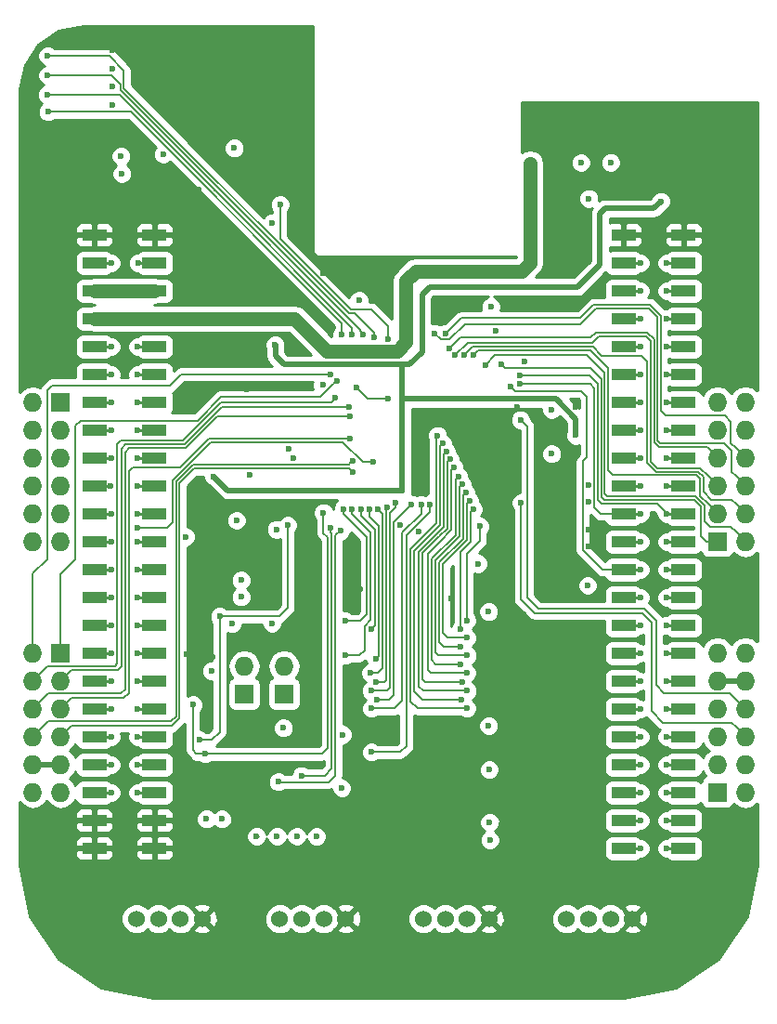
<source format=gbr>
G04 #@! TF.GenerationSoftware,KiCad,Pcbnew,(2017-08-02 revision 9760937)-master*
G04 #@! TF.CreationDate,2018-05-16T11:33:40-05:00*
G04 #@! TF.ProjectId,beagle-wire,626561676C652D776972652E6B696361,rev?*
G04 #@! TF.SameCoordinates,Original*
G04 #@! TF.FileFunction,Copper,L4,Bot,Signal*
G04 #@! TF.FilePolarity,Positive*
%FSLAX46Y46*%
G04 Gerber Fmt 4.6, Leading zero omitted, Abs format (unit mm)*
G04 Created by KiCad (PCBNEW (2017-08-02 revision 9760937)-master) date Wed May 16 11:33:40 2018*
%MOMM*%
%LPD*%
G01*
G04 APERTURE LIST*
%ADD10R,2.200000X1.020000*%
%ADD11R,1.727200X1.727200*%
%ADD12O,1.727200X1.727200*%
%ADD13C,1.524000*%
%ADD14C,0.600000*%
%ADD15C,0.152400*%
%ADD16C,1.270000*%
%ADD17C,0.250000*%
%ADD18C,0.508000*%
%ADD19C,0.254000*%
G04 APERTURE END LIST*
D10*
X168640100Y-118262400D03*
X163140100Y-118262400D03*
X168640100Y-115722400D03*
X163140100Y-115722400D03*
X168640100Y-113182400D03*
X163140100Y-113182400D03*
X168640100Y-110642400D03*
X163140100Y-110642400D03*
X168640100Y-108102400D03*
X163140100Y-108102400D03*
X168640100Y-105562400D03*
X163140100Y-105562400D03*
X168640100Y-103022400D03*
X163140100Y-103022400D03*
X168640100Y-100482400D03*
X163140100Y-100482400D03*
X168640100Y-97942400D03*
X163140100Y-97942400D03*
X168640100Y-95402400D03*
X163140100Y-95402400D03*
X168640100Y-92862400D03*
X163140100Y-92862400D03*
X168640100Y-90322400D03*
X163140100Y-90322400D03*
X168640100Y-87782400D03*
X163140100Y-87782400D03*
X168640100Y-85242400D03*
X163140100Y-85242400D03*
X168640100Y-82702400D03*
X163140100Y-82702400D03*
X168640100Y-80162400D03*
X163140100Y-80162400D03*
X168640100Y-77622400D03*
X163140100Y-77622400D03*
X168640100Y-75082400D03*
X163140100Y-75082400D03*
X168640100Y-72542400D03*
X163140100Y-72542400D03*
X168640100Y-70002400D03*
X163140100Y-70002400D03*
X168640100Y-67462400D03*
X163140100Y-67462400D03*
X168640100Y-64922400D03*
X163140100Y-64922400D03*
X168640100Y-62382400D03*
X163140100Y-62382400D03*
D11*
X111817120Y-77597000D03*
D12*
X109277120Y-77597000D03*
X111817120Y-80137000D03*
X109277120Y-80137000D03*
X111817120Y-82677000D03*
X109277120Y-82677000D03*
X111817120Y-85217000D03*
X109277120Y-85217000D03*
X111817120Y-87757000D03*
X109277120Y-87757000D03*
X111817120Y-90297000D03*
X109277120Y-90297000D03*
D10*
X120380100Y-118262400D03*
X114880100Y-118262400D03*
X120380100Y-115722400D03*
X114880100Y-115722400D03*
X120380100Y-113182400D03*
X114880100Y-113182400D03*
X120380100Y-110642400D03*
X114880100Y-110642400D03*
X120380100Y-108102400D03*
X114880100Y-108102400D03*
X120380100Y-105562400D03*
X114880100Y-105562400D03*
X120380100Y-103022400D03*
X114880100Y-103022400D03*
X120380100Y-100482400D03*
X114880100Y-100482400D03*
X120380100Y-97942400D03*
X114880100Y-97942400D03*
X120380100Y-95402400D03*
X114880100Y-95402400D03*
X120380100Y-92862400D03*
X114880100Y-92862400D03*
X120380100Y-90322400D03*
X114880100Y-90322400D03*
X120380100Y-87782400D03*
X114880100Y-87782400D03*
X120380100Y-85242400D03*
X114880100Y-85242400D03*
X120380100Y-82702400D03*
X114880100Y-82702400D03*
X120380100Y-80162400D03*
X114880100Y-80162400D03*
X120380100Y-77622400D03*
X114880100Y-77622400D03*
X120380100Y-75082400D03*
X114880100Y-75082400D03*
X120380100Y-72542400D03*
X114880100Y-72542400D03*
X120380100Y-70002400D03*
X114880100Y-70002400D03*
X120380100Y-67462400D03*
X114880100Y-67462400D03*
X120380100Y-64922400D03*
X114880100Y-64922400D03*
X120380100Y-62382400D03*
X114880100Y-62382400D03*
D11*
X171718820Y-113157000D03*
D12*
X174258820Y-113157000D03*
X171718820Y-110617000D03*
X174258820Y-110617000D03*
X171718820Y-108077000D03*
X174258820Y-108077000D03*
X171718820Y-105537000D03*
X174258820Y-105537000D03*
X171718820Y-102997000D03*
X174258820Y-102997000D03*
X171718820Y-100457000D03*
X174258820Y-100457000D03*
D11*
X128560000Y-104200000D03*
D12*
X128560000Y-101660000D03*
D11*
X132190000Y-104200000D03*
D12*
X132190000Y-101660000D03*
D11*
X111817120Y-100457000D03*
D12*
X109277120Y-100457000D03*
X111817120Y-102997000D03*
X109277120Y-102997000D03*
X111817120Y-105537000D03*
X109277120Y-105537000D03*
X111817120Y-108077000D03*
X109277120Y-108077000D03*
X111817120Y-110617000D03*
X109277120Y-110617000D03*
X111817120Y-113157000D03*
X109277120Y-113157000D03*
D11*
X171718820Y-90297000D03*
D12*
X174258820Y-90297000D03*
X171718820Y-87757000D03*
X174258820Y-87757000D03*
X171718820Y-85217000D03*
X174258820Y-85217000D03*
X171718820Y-82677000D03*
X174258820Y-82677000D03*
X171718820Y-80137000D03*
X174258820Y-80137000D03*
X171718820Y-77597000D03*
X174258820Y-77597000D03*
D13*
X124732000Y-124680000D03*
X118732000Y-124680000D03*
X120732000Y-124680000D03*
X122732000Y-124680000D03*
X137813000Y-124680000D03*
X131813000Y-124680000D03*
X133813000Y-124680000D03*
X135813000Y-124680000D03*
X150894000Y-124680000D03*
X144894000Y-124680000D03*
X146894000Y-124680000D03*
X148894000Y-124680000D03*
X163975000Y-124680000D03*
X157975000Y-124680000D03*
X159975000Y-124680000D03*
X161975000Y-124680000D03*
D14*
X137502898Y-107899200D03*
X125122200Y-115593600D03*
X131495800Y-89192100D03*
X129692400Y-117170200D03*
X131546596Y-117157500D03*
X135166100Y-117182900D03*
X133362700Y-117170200D03*
X123190000Y-89877900D03*
X125552200Y-102108000D03*
X117398800Y-56794400D03*
X117322600Y-55181500D03*
X159880300Y-94310200D03*
X128262817Y-95360106D03*
X128278227Y-93827812D03*
X159270700Y-55778400D03*
X161975800Y-55765700D03*
X159990000Y-59050000D03*
X127860000Y-88380000D03*
X135710000Y-76040000D03*
X132600000Y-81820000D03*
X121170000Y-55020000D03*
X127660400Y-54457600D03*
X131089400Y-97764600D03*
X127482600Y-97764600D03*
X144459804Y-89418199D03*
X139037194Y-68340374D03*
X149897128Y-92318713D03*
X132130800Y-107289600D03*
X150848311Y-96690544D03*
X137439400Y-112776000D03*
X150859308Y-107090560D03*
X150893814Y-111090253D03*
X150951926Y-117504560D03*
X150944545Y-115887959D03*
X126517400Y-115595400D03*
X131058920Y-61320680D03*
X151058000Y-68920686D03*
X156591000Y-82311240D03*
X156583150Y-78292603D03*
X118846600Y-67462400D03*
X116408200Y-67462400D03*
X118846600Y-70002400D03*
X116408200Y-70002400D03*
X154643659Y-55844159D03*
X159969209Y-90754200D03*
X158800804Y-78054200D03*
X116509800Y-48844200D03*
X116523798Y-47204602D03*
X167106600Y-62382400D03*
X164668200Y-62382400D03*
X129362200Y-88138000D03*
X133070600Y-82745290D03*
X129082800Y-84251800D03*
X128790700Y-76479400D03*
X118846600Y-118262400D03*
X116408200Y-118262400D03*
X118846600Y-115722400D03*
X116408200Y-115722400D03*
X116408204Y-62382400D03*
X118872000Y-62382400D03*
X112356900Y-63220600D03*
X109816900Y-63195200D03*
X125691900Y-100850700D03*
X159943800Y-92760800D03*
X160660000Y-51070000D03*
X128998420Y-71612589D03*
X153438632Y-78071163D03*
X168950000Y-56600000D03*
X159840000Y-61930000D03*
X124400000Y-58280000D03*
X142793808Y-88798400D03*
X124678000Y-91527000D03*
X123973654Y-94518103D03*
X131495800Y-92379800D03*
X133070600Y-87782400D03*
X151053800Y-89916000D03*
X159969200Y-85166200D03*
X159969200Y-86690200D03*
X159979200Y-89204600D03*
X122936000Y-113233200D03*
X133629400Y-107289600D03*
X138959265Y-95845773D03*
X139172981Y-94665800D03*
X123331800Y-100569400D03*
X147409038Y-95504000D03*
X150139400Y-95453200D03*
X154000200Y-96951800D03*
X140130866Y-107089979D03*
X154432000Y-117525800D03*
X154432000Y-115722400D03*
X154406600Y-110896400D03*
X154406600Y-107086400D03*
X149148800Y-108686600D03*
X149174200Y-113487200D03*
X126396200Y-88188800D03*
X138049000Y-111074200D03*
X138049000Y-115900200D03*
X138074400Y-117500400D03*
X156687520Y-61264800D03*
X164261800Y-58831480D03*
X156961840Y-58861960D03*
X139176760Y-65852040D03*
X135752840Y-65852040D03*
X133334760Y-62417960D03*
X126832360Y-61320680D03*
X133380480Y-55981600D03*
X130510280Y-57368440D03*
X126227840Y-44668440D03*
X120655080Y-44668440D03*
X116504720Y-50520600D03*
X116504720Y-45567600D03*
X147563840Y-68828920D03*
X151481795Y-71120904D03*
X154137360Y-73896220D03*
X154800300Y-68163440D03*
X148228343Y-68142945D03*
X125755400Y-84366100D03*
X158806397Y-80630590D03*
X131377656Y-72381957D03*
X144800000Y-71210000D03*
X166560000Y-59310000D03*
X142982128Y-85670481D03*
X136990000Y-75670000D03*
X136391404Y-75067448D03*
X138140000Y-78010000D03*
X136890000Y-77190000D03*
X138243780Y-80970000D03*
X138170000Y-78910000D03*
X138430000Y-83950000D03*
X138450000Y-82940000D03*
X164668200Y-64922400D03*
X167106600Y-64922400D03*
X164668200Y-67462400D03*
X167106600Y-67462400D03*
X164668200Y-70002400D03*
X167106600Y-70002400D03*
X164668200Y-72542400D03*
X167106600Y-72542400D03*
X164668200Y-75082400D03*
X167106600Y-75082400D03*
X164668200Y-77622400D03*
X167106600Y-77622400D03*
X164668200Y-80162400D03*
X167106600Y-80162400D03*
X164668200Y-82702400D03*
X167106600Y-82702400D03*
X164668200Y-85242400D03*
X164668200Y-87782400D03*
X153716754Y-75965612D03*
X167106600Y-87782400D03*
X153691270Y-75166006D03*
X164668200Y-90322400D03*
X167106600Y-90322400D03*
X164668200Y-92862400D03*
X152874467Y-76204125D03*
X116370100Y-85242400D03*
X118846600Y-85242400D03*
X118846600Y-89065100D03*
X140360000Y-83070000D03*
X116408200Y-90322400D03*
X116408200Y-95402400D03*
X132537200Y-88798400D03*
X126314200Y-97129600D03*
X118846600Y-95402400D03*
X124459200Y-108402400D03*
X131673600Y-112204500D03*
X116408200Y-97942400D03*
X137325100Y-89331800D03*
X123888500Y-105181400D03*
X118846600Y-97929700D03*
X124993400Y-109664498D03*
X135788400Y-87680800D03*
X133769100Y-111645700D03*
X116408200Y-100482400D03*
X136444621Y-89050928D03*
X141719300Y-77292200D03*
X138820000Y-76260000D03*
X141693811Y-71832737D03*
X131830000Y-59590000D03*
X145483163Y-86901013D03*
X140150000Y-109490000D03*
X148760000Y-85870000D03*
X148290000Y-99890000D03*
X149110000Y-86620000D03*
X148860000Y-99090000D03*
X149470000Y-87370000D03*
X148290000Y-98300000D03*
X150053867Y-88928489D03*
X148866220Y-97500000D03*
X137587971Y-87349604D03*
X137798170Y-97555752D03*
X139187417Y-87392188D03*
X140120000Y-98270000D03*
X138387773Y-87367947D03*
X137750000Y-100690000D03*
X139987320Y-87378980D03*
X140540000Y-101000000D03*
X148430000Y-85110000D03*
X148890000Y-100690000D03*
X140787219Y-87365544D03*
X140110000Y-102290000D03*
X141566489Y-87184554D03*
X140600000Y-103090000D03*
X147720000Y-83590000D03*
X148850000Y-102280000D03*
X148080000Y-84360000D03*
X148320000Y-101490000D03*
X110672800Y-51152600D03*
X137480000Y-71440000D03*
X110572800Y-49592600D03*
X138380000Y-71480000D03*
X110642800Y-47832600D03*
X139420000Y-71440000D03*
X110642800Y-46042600D03*
X140420000Y-71730000D03*
X146200000Y-80650000D03*
X148880000Y-105500000D03*
X146650000Y-81370000D03*
X148380000Y-104690000D03*
X147000000Y-82100000D03*
X148900000Y-103910000D03*
X147360000Y-82830000D03*
X148410000Y-103090000D03*
X142357108Y-86759411D03*
X140120000Y-103890000D03*
X143822792Y-86924667D03*
X140680000Y-104700000D03*
X144683729Y-86931397D03*
X140150000Y-105510000D03*
X153798952Y-86775245D03*
X153747070Y-79216694D03*
X152046347Y-74187325D03*
X150563287Y-74202156D03*
X149470000Y-73310000D03*
X148640000Y-73300000D03*
X147813760Y-73293601D03*
X145898437Y-71337327D03*
X147236049Y-72740186D03*
X146953230Y-71332213D03*
X116408200Y-87782400D03*
X116408200Y-92862400D03*
X116408200Y-64922400D03*
X118872000Y-64922400D03*
X116408200Y-72542400D03*
X118846600Y-72542400D03*
X116408200Y-75082400D03*
X118846600Y-75082400D03*
X116408200Y-77622400D03*
X118846600Y-77622400D03*
X116408200Y-80162400D03*
X118846600Y-80162400D03*
X116408200Y-82702400D03*
X118846600Y-82702400D03*
X118846600Y-87782400D03*
X118846600Y-90322400D03*
X118846600Y-92862400D03*
X118846600Y-100482400D03*
X116408200Y-103022400D03*
X118846600Y-103022400D03*
X116408200Y-105562400D03*
X118846600Y-105562400D03*
X116408200Y-108102400D03*
X118846600Y-108102400D03*
X116408200Y-110642400D03*
X118846600Y-110642400D03*
X116408200Y-113182400D03*
X118846600Y-113182400D03*
X167106600Y-118262400D03*
X164668200Y-118262400D03*
X167106600Y-115722400D03*
X164668200Y-115722400D03*
X167106600Y-113182400D03*
X164668200Y-113182400D03*
X167106600Y-110642400D03*
X164668200Y-110642400D03*
X167106600Y-108102400D03*
X164668200Y-108102400D03*
X167106600Y-105562400D03*
X164668200Y-105562400D03*
X167106600Y-103022400D03*
X164668200Y-103022400D03*
X167106600Y-100482400D03*
X164668200Y-100482400D03*
X167106600Y-97942400D03*
X164668200Y-97942400D03*
X167106600Y-95402400D03*
X164668200Y-95402400D03*
X167106600Y-92862400D03*
X167106600Y-85242400D03*
D15*
X129712720Y-117149880D02*
X129692400Y-117170200D01*
X129910840Y-117149880D02*
X129712720Y-117149880D01*
X135166100Y-117218460D02*
X135166100Y-117182900D01*
X135173720Y-117226080D02*
X135166100Y-117218460D01*
D16*
X120380100Y-67462400D02*
X114880100Y-67462400D01*
D17*
X118846600Y-67462400D02*
X120380100Y-67462400D01*
X114880100Y-67462400D02*
X116408200Y-67462400D01*
D16*
X116408200Y-70002400D02*
X114880100Y-70002400D01*
X118846600Y-70002400D02*
X116408200Y-70002400D01*
X120380100Y-70002400D02*
X118846600Y-70002400D01*
X120370600Y-70002400D02*
X133131603Y-70002400D01*
X133131603Y-70002400D02*
X136096941Y-72967738D01*
X136096941Y-72967738D02*
X142505144Y-72967738D01*
X142505144Y-72967738D02*
X143308925Y-72163957D01*
X143308925Y-72163957D02*
X143308925Y-66574208D01*
X143308925Y-66574208D02*
X144194028Y-65689105D01*
X144194028Y-65689105D02*
X153855795Y-65689105D01*
X153855795Y-65689105D02*
X154643659Y-64901241D01*
X154643659Y-64901241D02*
X154643659Y-55844159D01*
D17*
X168640100Y-62382400D02*
X167106600Y-62382400D01*
X164668200Y-62382400D02*
X163140100Y-62382400D01*
X120380100Y-118262400D02*
X118846600Y-118262400D01*
X116408200Y-118262400D02*
X114880100Y-118262400D01*
X120380100Y-115722400D02*
X118846600Y-115722400D01*
X116408200Y-115722400D02*
X114880100Y-115722400D01*
X118872000Y-62382400D02*
X120380100Y-62382400D01*
X114880100Y-62382400D02*
X116408204Y-62382400D01*
D18*
X142982128Y-77300000D02*
X156979800Y-77300000D01*
X156979800Y-77300000D02*
X158806397Y-79126597D01*
X158806397Y-79126597D02*
X158806397Y-80206326D01*
X158806397Y-80206326D02*
X158806397Y-80630590D01*
X144800000Y-71220000D02*
X144800000Y-67773961D01*
X160985200Y-60452000D02*
X161497200Y-59940000D01*
X144800000Y-67773961D02*
X145456195Y-67117766D01*
X145456195Y-67117766D02*
X158967634Y-67117766D01*
X158967634Y-67117766D02*
X160985200Y-65100200D01*
X160985200Y-65100200D02*
X160985200Y-60452000D01*
X161497200Y-59940000D02*
X165930000Y-59940000D01*
X165930000Y-59940000D02*
X166560000Y-59310000D01*
X126055399Y-84666099D02*
X125755400Y-84366100D01*
X127059781Y-85670481D02*
X126055399Y-84666099D01*
X142982128Y-85670481D02*
X127059781Y-85670481D01*
X142975157Y-74182607D02*
X143636638Y-74182607D01*
X143636638Y-74182607D02*
X144800000Y-73019245D01*
X144800000Y-73019245D02*
X144800000Y-71220000D01*
X132158914Y-74182607D02*
X142975157Y-74182607D01*
X142982128Y-77300000D02*
X142982128Y-74189578D01*
X142982128Y-74189578D02*
X142975157Y-74182607D01*
X131377656Y-72381957D02*
X131397815Y-72402116D01*
X131397815Y-72402116D02*
X131397815Y-73421508D01*
X131397815Y-73421508D02*
X132158914Y-74182607D01*
D17*
X144800000Y-71210000D02*
X144800000Y-71220000D01*
X144800000Y-71220000D02*
X144820000Y-71220000D01*
X144820000Y-71220000D02*
X144800000Y-71220000D01*
D18*
X142982128Y-77300000D02*
X142982128Y-85670481D01*
D15*
X111817120Y-100457000D02*
X111817120Y-93275180D01*
X111817120Y-93275180D02*
X113131600Y-91960700D01*
X113131600Y-91960700D02*
X113131600Y-79768700D01*
X113131600Y-79768700D02*
X113614200Y-79286100D01*
X136690001Y-75969999D02*
X136990000Y-75670000D01*
X113614200Y-79286100D02*
X124294900Y-79286100D01*
X124294900Y-79286100D02*
X126452399Y-77128601D01*
X126452399Y-77128601D02*
X135531399Y-77128601D01*
X135531399Y-77128601D02*
X136690001Y-75969999D01*
X109277120Y-100457000D02*
X109277120Y-93224380D01*
X111010700Y-76085700D02*
X121805700Y-76085700D01*
X109277120Y-93224380D02*
X110566200Y-91935300D01*
X121805700Y-76085700D02*
X122823952Y-75067448D01*
X110566200Y-91935300D02*
X110566200Y-76530200D01*
X122823952Y-75067448D02*
X135967140Y-75067448D01*
X110566200Y-76530200D02*
X111010700Y-76085700D01*
X135967140Y-75067448D02*
X136391404Y-75067448D01*
X111817120Y-102997000D02*
X112820420Y-101993700D01*
X112820420Y-101993700D02*
X117005100Y-101993700D01*
X117005100Y-101993700D02*
X117348000Y-101650800D01*
X117348000Y-101650800D02*
X117348000Y-81838800D01*
X117348000Y-81838800D02*
X117741700Y-81445100D01*
X117741700Y-81445100D02*
X123113800Y-81445100D01*
X123113800Y-81445100D02*
X126548900Y-78010000D01*
X126548900Y-78010000D02*
X138140000Y-78010000D01*
X109277120Y-102997000D02*
X110636020Y-101638100D01*
X110636020Y-101638100D02*
X116801900Y-101638100D01*
X116992400Y-81457800D02*
X117335300Y-81114900D01*
X136890000Y-77267598D02*
X136890000Y-77190000D01*
X116801900Y-101638100D02*
X116992400Y-101447600D01*
X116992400Y-101447600D02*
X116992400Y-81457800D01*
X117335300Y-81114900D02*
X122974100Y-81114900D01*
X122974100Y-81114900D02*
X126431402Y-77657598D01*
X126431402Y-77657598D02*
X136500000Y-77657598D01*
X136500000Y-77657598D02*
X136890000Y-77267598D01*
X109483000Y-102997000D02*
X109277120Y-102997000D01*
X138221600Y-80970000D02*
X138243780Y-80970000D01*
X118414800Y-83553300D02*
X122732800Y-83553300D01*
X118033800Y-83934300D02*
X118414800Y-83553300D01*
X111817120Y-105537000D02*
X112820420Y-104533700D01*
X112820420Y-104533700D02*
X117589300Y-104533700D01*
X122732800Y-83553300D02*
X125316100Y-80970000D01*
X117589300Y-104533700D02*
X118033800Y-104089200D01*
X118033800Y-104089200D02*
X118033800Y-83934300D01*
X125316100Y-80970000D02*
X138221600Y-80970000D01*
X109277120Y-105537000D02*
X110686820Y-104127300D01*
X110686820Y-104127300D02*
X117335300Y-104127300D01*
X123253500Y-81788000D02*
X126123700Y-78917800D01*
X117335300Y-104127300D02*
X117690900Y-103771700D01*
X117690900Y-103771700D02*
X117690900Y-82194400D01*
X117690900Y-82194400D02*
X118097300Y-81788000D01*
X118097300Y-81788000D02*
X123253500Y-81788000D01*
X126123700Y-78917800D02*
X138162200Y-78917800D01*
X138162200Y-78917800D02*
X138170000Y-78910000D01*
X109277120Y-105482880D02*
X109277120Y-105537000D01*
X111817120Y-108077000D02*
X112820420Y-107073700D01*
X112820420Y-107073700D02*
X121958100Y-107073700D01*
X121958100Y-107073700D02*
X122643911Y-106387889D01*
X138082201Y-83650001D02*
X138382200Y-83950000D01*
X122643911Y-106387889D02*
X122643911Y-84987655D01*
X122643911Y-84987655D02*
X123981565Y-83650001D01*
X123981565Y-83650001D02*
X138082201Y-83650001D01*
X138382200Y-83950000D02*
X138430000Y-83950000D01*
X111817120Y-108077000D02*
X111817120Y-108045280D01*
X111817120Y-108077000D02*
X111817120Y-108062880D01*
X109277120Y-108077000D02*
X110674120Y-106680000D01*
X110674120Y-106680000D02*
X121869200Y-106680000D01*
X121869200Y-106680000D02*
X122339100Y-106210100D01*
X122339100Y-106210100D02*
X122339100Y-84861400D01*
X122339100Y-84861400D02*
X123926600Y-83273900D01*
X123926600Y-83273900D02*
X138116100Y-83273900D01*
X138116100Y-83273900D02*
X138150001Y-83239999D01*
X138150001Y-83239999D02*
X138450000Y-82940000D01*
X109277120Y-108077000D02*
X109277120Y-108012880D01*
D17*
X163140100Y-64922400D02*
X164668200Y-64922400D01*
X168640100Y-64922400D02*
X167106600Y-64922400D01*
X163140100Y-67462400D02*
X164668200Y-67462400D01*
X167106600Y-67462400D02*
X168640100Y-67462400D01*
X163140100Y-70002400D02*
X164668200Y-70002400D01*
X167106600Y-70002400D02*
X168640100Y-70002400D01*
X163140100Y-72542400D02*
X164668200Y-72542400D01*
X167106600Y-72542400D02*
X168640100Y-72542400D01*
X163140100Y-75082400D02*
X164668200Y-75082400D01*
X167106600Y-75082400D02*
X168640100Y-75082400D01*
X163140100Y-77622400D02*
X164668200Y-77622400D01*
X167106600Y-77622400D02*
X168640100Y-77622400D01*
X163140100Y-80162400D02*
X164668200Y-80162400D01*
X167106600Y-80162400D02*
X168640100Y-80162400D01*
X163140100Y-82702400D02*
X164668200Y-82702400D01*
X167106600Y-82702400D02*
X168640100Y-82702400D01*
X163140100Y-85242400D02*
X164668200Y-85242400D01*
D15*
X153716754Y-75965612D02*
X160141212Y-75965612D01*
X160141212Y-75965612D02*
X160502556Y-76326956D01*
X160502556Y-76326956D02*
X160502556Y-87198156D01*
X160502556Y-87198156D02*
X161086800Y-87782400D01*
X161086800Y-87782400D02*
X163140100Y-87782400D01*
X164693600Y-87807800D02*
X164668200Y-87782400D01*
D17*
X163140100Y-87782400D02*
X164668200Y-87782400D01*
D15*
X153691270Y-75166006D02*
X160078206Y-75166006D01*
X160078206Y-75166006D02*
X160807367Y-75895167D01*
X161163000Y-86893400D02*
X166217600Y-86893400D01*
X160807367Y-75895167D02*
X160807367Y-86537767D01*
X160807367Y-86537767D02*
X161163000Y-86893400D01*
X166217600Y-86893400D02*
X166806601Y-87482401D01*
X166806601Y-87482401D02*
X167106600Y-87782400D01*
D17*
X167106600Y-87782400D02*
X168640100Y-87782400D01*
X163140100Y-90322400D02*
X164668200Y-90322400D01*
X167106600Y-90322400D02*
X168640100Y-90322400D01*
D15*
X152874467Y-76204125D02*
X153276742Y-76606400D01*
X153276742Y-76606400D02*
X159308800Y-76606400D01*
X159308800Y-76606400D02*
X159816800Y-77114400D01*
X159816800Y-77114400D02*
X159816800Y-82626200D01*
X159816800Y-82626200D02*
X159440599Y-83002401D01*
X159440599Y-83002401D02*
X159440599Y-91084129D01*
X159440599Y-91084129D02*
X161218870Y-92862400D01*
X161218870Y-92862400D02*
X161887700Y-92862400D01*
X161887700Y-92862400D02*
X163140100Y-92862400D01*
D17*
X163140100Y-92862400D02*
X164668200Y-92862400D01*
X114880100Y-85242400D02*
X116370100Y-85242400D01*
X120380100Y-85242400D02*
X118846600Y-85242400D01*
D15*
X139935736Y-83070000D02*
X140360000Y-83070000D01*
X139362330Y-83070000D02*
X139935736Y-83070000D01*
X122034291Y-84735143D02*
X125494623Y-81274811D01*
X137567141Y-81274811D02*
X139362330Y-83070000D01*
X121526300Y-89065100D02*
X122034290Y-88557110D01*
X125494623Y-81274811D02*
X137567141Y-81274811D01*
X118846600Y-89065100D02*
X121526300Y-89065100D01*
X122034290Y-88557110D02*
X122034291Y-84735143D01*
X140360000Y-83070000D02*
X140356899Y-83066899D01*
D17*
X114880100Y-90322400D02*
X116408200Y-90322400D01*
X114880100Y-95402400D02*
X116408200Y-95402400D01*
D15*
X132537200Y-89222664D02*
X132537200Y-88798400D01*
X132537200Y-96367600D02*
X132537200Y-89222664D01*
X126314200Y-97129600D02*
X131775200Y-97129600D01*
X131775200Y-97129600D02*
X132537200Y-96367600D01*
X126314200Y-107670600D02*
X126314200Y-97129600D01*
X126314200Y-97066100D02*
X126314200Y-97129600D01*
X125582400Y-108402400D02*
X126314200Y-107670600D01*
X124459200Y-108402400D02*
X125425200Y-108402400D01*
X125425200Y-108402400D02*
X125582400Y-108402400D01*
D17*
X120380100Y-95402400D02*
X118846600Y-95402400D01*
D15*
X137325100Y-89331800D02*
X136880000Y-89776900D01*
X136880000Y-89776900D02*
X136880000Y-111633600D01*
X136880000Y-111633600D02*
X136296400Y-112217200D01*
X136296400Y-112217200D02*
X131686300Y-112217200D01*
X131686300Y-112217200D02*
X131673600Y-112204500D01*
D17*
X114880100Y-97942400D02*
X116408200Y-97942400D01*
D15*
X135788400Y-87680800D02*
X135788400Y-89547700D01*
X135788400Y-89547700D02*
X136175196Y-89934496D01*
X136175196Y-89934496D02*
X136175196Y-109150704D01*
X136175196Y-109150704D02*
X135661402Y-109664498D01*
X135661402Y-109664498D02*
X125417664Y-109664498D01*
X125417664Y-109664498D02*
X124993400Y-109664498D01*
X124993400Y-109664498D02*
X124193298Y-109664498D01*
X124193298Y-109664498D02*
X123863100Y-109334300D01*
X123863100Y-109334300D02*
X123863100Y-105206800D01*
X123863100Y-105206800D02*
X123888500Y-105181400D01*
D17*
X118859300Y-97942400D02*
X118846600Y-97929700D01*
X120380100Y-97942400D02*
X118859300Y-97942400D01*
D15*
X136527598Y-103810000D02*
X136527598Y-111020802D01*
X136527598Y-111020802D02*
X135902700Y-111645700D01*
X135902700Y-111645700D02*
X133769100Y-111645700D01*
D17*
X114880100Y-100482400D02*
X116408200Y-100482400D01*
D15*
X136444621Y-89475192D02*
X136444621Y-89050928D01*
X136527598Y-92420000D02*
X136527598Y-89558169D01*
X136527598Y-89558169D02*
X136444621Y-89475192D01*
X136527598Y-103810000D02*
X136527598Y-92420000D01*
X136527598Y-92420000D02*
X136527598Y-92130000D01*
X136527598Y-103810000D02*
X136527598Y-103710000D01*
X139852200Y-77292200D02*
X141295036Y-77292200D01*
X138820000Y-76260000D02*
X139852200Y-77292200D01*
X141295036Y-77292200D02*
X141719300Y-77292200D01*
X141693811Y-71408473D02*
X141693811Y-71832737D01*
X141693811Y-70703811D02*
X141693811Y-71408473D01*
X140170000Y-69180000D02*
X141693811Y-70703811D01*
X131830000Y-62760000D02*
X138250000Y-69180000D01*
X131830000Y-59590000D02*
X131830000Y-62760000D01*
X138250000Y-69180000D02*
X140170000Y-69180000D01*
X131830000Y-59590000D02*
X131980000Y-59740000D01*
X140150000Y-109490000D02*
X142792918Y-109490000D01*
X142792918Y-109490000D02*
X143348914Y-108934004D01*
X143348914Y-108934004D02*
X143348914Y-89714191D01*
X143348914Y-89714191D02*
X145483163Y-87579942D01*
X145483163Y-87579942D02*
X145483163Y-87325277D01*
X145483163Y-87325277D02*
X145483163Y-86901013D01*
X146337206Y-96870000D02*
X146337206Y-92230576D01*
X146337206Y-92230576D02*
X148526814Y-90040968D01*
X148526814Y-90040968D02*
X148526814Y-89140000D01*
X148526814Y-89140000D02*
X148526814Y-86103186D01*
X148526814Y-86103186D02*
X148760000Y-85870000D01*
X148526814Y-89140000D02*
X148526814Y-88820000D01*
X146337206Y-99500000D02*
X146337206Y-96870000D01*
X146337206Y-96870000D02*
X146337206Y-96670000D01*
X146717206Y-99880000D02*
X146337206Y-99500000D01*
X148280000Y-99880000D02*
X146717206Y-99880000D01*
X148290000Y-99890000D02*
X148280000Y-99880000D01*
X146689616Y-92376548D02*
X148879216Y-90186948D01*
X146689616Y-98655181D02*
X146689616Y-92376548D01*
X147124435Y-99090000D02*
X146689616Y-98655181D01*
X148860000Y-99090000D02*
X147124435Y-99090000D01*
X148879216Y-90186948D02*
X148879216Y-89250000D01*
X148879216Y-89250000D02*
X148879216Y-86850784D01*
X148879216Y-86850784D02*
X149110000Y-86620000D01*
X148879216Y-89250000D02*
X148879216Y-88970000D01*
X149231618Y-90332928D02*
X149231618Y-89210000D01*
X148290000Y-91274546D02*
X149231618Y-90332928D01*
X148290000Y-98300000D02*
X148290000Y-91274546D01*
X149231618Y-89210000D02*
X149231618Y-87608382D01*
X149231618Y-87608382D02*
X149470000Y-87370000D01*
X149231618Y-89210000D02*
X149231618Y-88970000D01*
X148866220Y-97500000D02*
X148866220Y-91468580D01*
X148866220Y-91468580D02*
X150053867Y-90280933D01*
X150053867Y-90280933D02*
X150053867Y-89352753D01*
X150053867Y-89352753D02*
X150053867Y-88928489D01*
X139749191Y-96420000D02*
X139749191Y-89942084D01*
X139749191Y-89942084D02*
X137587971Y-87780864D01*
X137587971Y-87780864D02*
X137587971Y-87349604D01*
X139749191Y-96420000D02*
X139749191Y-96972478D01*
X139749191Y-96972478D02*
X139165917Y-97555752D01*
X139165917Y-97555752D02*
X138222434Y-97555752D01*
X138222434Y-97555752D02*
X137798170Y-97555752D01*
X139749191Y-96420000D02*
X139749191Y-96070000D01*
X140455588Y-92040000D02*
X140455588Y-89202632D01*
X140455588Y-89202632D02*
X139190013Y-87937057D01*
X139190013Y-87937057D02*
X139190013Y-87394784D01*
X139190013Y-87394784D02*
X139187417Y-87392188D01*
X140455588Y-97934412D02*
X140455588Y-92040000D01*
X140455588Y-92040000D02*
X140455588Y-91410000D01*
X140120000Y-98270000D02*
X140455588Y-97934412D01*
X140101593Y-91750000D02*
X140101593Y-89521417D01*
X140101593Y-89521417D02*
X138387773Y-87807597D01*
X138387773Y-87807597D02*
X138387773Y-87367947D01*
X137750000Y-100690000D02*
X139060108Y-100690000D01*
X139520000Y-97993186D02*
X140101593Y-97411593D01*
X139060108Y-100690000D02*
X139520000Y-100230108D01*
X139520000Y-100230108D02*
X139520000Y-97993186D01*
X140101593Y-97411593D02*
X140101593Y-91750000D01*
X140101593Y-91750000D02*
X140101593Y-91680000D01*
X140101593Y-97411593D02*
X140103186Y-97410000D01*
X140807990Y-100020000D02*
X140807990Y-88898970D01*
X140807990Y-88898970D02*
X139983976Y-88074956D01*
X139983976Y-88074956D02*
X139983976Y-87382324D01*
X139983976Y-87382324D02*
X139987320Y-87378980D01*
X140807990Y-100732010D02*
X140807990Y-100020000D01*
X140807990Y-100020000D02*
X140807990Y-99610000D01*
X140540000Y-101000000D02*
X140807990Y-100732010D01*
X148174412Y-89229007D02*
X148174412Y-88870000D01*
X148174412Y-89848939D02*
X148174412Y-89229007D01*
X145984804Y-92038546D02*
X148174412Y-89848939D01*
X145984804Y-100110000D02*
X145984804Y-92038546D01*
X148890000Y-100690000D02*
X148889186Y-100690814D01*
X148889186Y-100690814D02*
X146274814Y-100690814D01*
X146274814Y-100690814D02*
X145984804Y-100400804D01*
X145984804Y-100400804D02*
X145984804Y-100110000D01*
X148174412Y-88870000D02*
X148174412Y-85365588D01*
X148174412Y-85365588D02*
X148430000Y-85110000D01*
X148174412Y-88870000D02*
X148174412Y-88410000D01*
X145984804Y-100110000D02*
X145984804Y-99880000D01*
X141160392Y-87738717D02*
X141087218Y-87665543D01*
X141160392Y-90740000D02*
X141160392Y-87738717D01*
X141087218Y-87665543D02*
X140787219Y-87365544D01*
X140110000Y-102290000D02*
X140739468Y-102290000D01*
X140739468Y-102290000D02*
X141160392Y-101869076D01*
X141160392Y-101869076D02*
X141160392Y-99660000D01*
X141160392Y-99660000D02*
X141160392Y-90740000D01*
X141160392Y-90740000D02*
X141160392Y-90710000D01*
X141160392Y-99660000D02*
X141160392Y-99610000D01*
X141512794Y-87238249D02*
X141566489Y-87184554D01*
X141512794Y-102570000D02*
X141512794Y-87238249D01*
X141512794Y-102937206D02*
X141512794Y-102570000D01*
X141512794Y-102570000D02*
X141512794Y-102520000D01*
X141360000Y-103090000D02*
X141512794Y-102937206D01*
X140600000Y-103090000D02*
X141360000Y-103090000D01*
X148850000Y-102280000D02*
X145550526Y-102280000D01*
X145550526Y-102280000D02*
X145280000Y-102009474D01*
X145280000Y-102009474D02*
X145280000Y-98880000D01*
X147469608Y-88620000D02*
X147469608Y-83840392D01*
X147469608Y-83840392D02*
X147720000Y-83590000D01*
X146401744Y-90321744D02*
X146405000Y-90321744D01*
X147469608Y-89257136D02*
X147469608Y-88620000D01*
X147469608Y-88620000D02*
X147469608Y-88150000D01*
X146405000Y-90321744D02*
X147469608Y-89257136D01*
X145280000Y-98880000D02*
X145280000Y-91443488D01*
X145280000Y-91443488D02*
X146401744Y-90321744D01*
X146401744Y-90321744D02*
X146441744Y-90281744D01*
X145280000Y-98880000D02*
X145280000Y-98710000D01*
X145632402Y-100080000D02*
X145632402Y-91892566D01*
X145632402Y-91892566D02*
X147822002Y-89702966D01*
X147822002Y-89702966D02*
X147822002Y-89374980D01*
X148320000Y-101490000D02*
X146031935Y-101490000D01*
X146031935Y-101490000D02*
X145632402Y-101090467D01*
X145632402Y-101090467D02*
X145632402Y-100080000D01*
X147822010Y-88330000D02*
X147822010Y-84617990D01*
X147822010Y-84617990D02*
X148080000Y-84360000D01*
X147822010Y-89403106D02*
X147822010Y-88330000D01*
X147822010Y-88330000D02*
X147822010Y-88210000D01*
X145632402Y-100080000D02*
X145632402Y-99780000D01*
X137480000Y-71440000D02*
X137478256Y-71438256D01*
X137478256Y-70401744D02*
X118232112Y-51155600D01*
X137478256Y-71438256D02*
X137478256Y-70401744D01*
X118232112Y-51155600D02*
X110675800Y-51155600D01*
X110675800Y-51155600D02*
X110672800Y-51152600D01*
X125917442Y-58342558D02*
X117167484Y-49592600D01*
X117167484Y-49592600D02*
X111822600Y-49592600D01*
X111822600Y-49592600D02*
X110572800Y-49592600D01*
X110590358Y-49610158D02*
X110572800Y-49592600D01*
X138407442Y-70832558D02*
X125917442Y-58342558D01*
X125917442Y-58342558D02*
X125877442Y-58302558D01*
X138407442Y-71452558D02*
X138407442Y-70832558D01*
X138380000Y-71480000D02*
X138407442Y-71452558D01*
X139420000Y-71440000D02*
X139120001Y-71140001D01*
X139120001Y-71140001D02*
X139120001Y-71046745D01*
X111067064Y-47832600D02*
X110642800Y-47832600D01*
X139120001Y-71046745D02*
X117271789Y-49198533D01*
X117271789Y-49198533D02*
X117271789Y-48691789D01*
X117271789Y-48691789D02*
X116412600Y-47832600D01*
X116412600Y-47832600D02*
X111067064Y-47832600D01*
X140420000Y-71730000D02*
X140420000Y-71305736D01*
X117576600Y-49004972D02*
X117576600Y-47371000D01*
X140420000Y-71305736D02*
X138646666Y-69532402D01*
X138646666Y-69532402D02*
X138104030Y-69532402D01*
X138104030Y-69532402D02*
X117576600Y-49004972D01*
X111067064Y-46042600D02*
X110642800Y-46042600D01*
X117576600Y-47371000D02*
X116248200Y-46042600D01*
X116248200Y-46042600D02*
X111067064Y-46042600D01*
X110812800Y-46212600D02*
X110642800Y-46042600D01*
X148880000Y-105500000D02*
X144354228Y-105500000D01*
X144354228Y-105500000D02*
X143724806Y-104870578D01*
X143724806Y-104870578D02*
X143724806Y-102570000D01*
X145840000Y-88890000D02*
X146060000Y-88670000D01*
X146060000Y-80790000D02*
X146200000Y-80650000D01*
X146060000Y-88670000D02*
X146060000Y-80790000D01*
X143724806Y-102570000D02*
X143724806Y-91005194D01*
X143724806Y-91005194D02*
X145840000Y-88890000D01*
X145840000Y-88890000D02*
X146000000Y-88730000D01*
X143724806Y-102570000D02*
X143724806Y-102560000D01*
X148380000Y-104690000D02*
X148370000Y-104680000D01*
X144077208Y-103934187D02*
X144077208Y-102720000D01*
X148370000Y-104680000D02*
X144823021Y-104680000D01*
X144823021Y-104680000D02*
X144077208Y-103934187D01*
X146154186Y-89074186D02*
X146249186Y-88979186D01*
X146249186Y-88979186D02*
X146252442Y-88979186D01*
X146412402Y-88819226D02*
X146412402Y-81609611D01*
X146252442Y-88979186D02*
X146412402Y-88819226D01*
X146412402Y-81609611D02*
X146650000Y-81372013D01*
X146650000Y-81372013D02*
X146650000Y-81370000D01*
X144077208Y-97170000D02*
X144077208Y-91151164D01*
X144077208Y-91151164D02*
X146154186Y-89074186D01*
X146154186Y-89074186D02*
X146189186Y-89039186D01*
X144077208Y-102720000D02*
X144077208Y-97170000D01*
X144077208Y-97170000D02*
X144077208Y-97150000D01*
X144077208Y-102720000D02*
X144077208Y-102560000D01*
X148900000Y-103910000D02*
X144863844Y-103910000D01*
X144863844Y-103910000D02*
X144460000Y-103506156D01*
X144460000Y-103506156D02*
X144460000Y-102270000D01*
X146293372Y-89433372D02*
X146296628Y-89433372D01*
X146764804Y-82335196D02*
X147000000Y-82100000D01*
X146764804Y-88965196D02*
X146764804Y-82335196D01*
X146296628Y-89433372D02*
X146764804Y-88965196D01*
X144460000Y-96370000D02*
X144460000Y-91266744D01*
X144460000Y-91266744D02*
X146293372Y-89433372D01*
X146293372Y-89433372D02*
X146333372Y-89393372D01*
X144460000Y-102270000D02*
X144460000Y-96370000D01*
X144460000Y-96370000D02*
X144460000Y-95880000D01*
X144460000Y-102270000D02*
X144460000Y-101890000D01*
X146367558Y-89857558D02*
X146370814Y-89857558D01*
X147117206Y-83072794D02*
X147360000Y-82830000D01*
X147117206Y-89111166D02*
X147117206Y-83072794D01*
X146370814Y-89857558D02*
X147117206Y-89111166D01*
X144850000Y-91375116D02*
X146367558Y-89857558D01*
X146367558Y-89857558D02*
X146372558Y-89852558D01*
X144850000Y-97620000D02*
X144850000Y-91375116D01*
X144850000Y-101460000D02*
X144850000Y-97620000D01*
X144850000Y-97620000D02*
X144850000Y-97420000D01*
X144850000Y-97420000D02*
X144840000Y-97410000D01*
X144850000Y-102847598D02*
X144850000Y-101460000D01*
X144850000Y-101460000D02*
X144850000Y-101090000D01*
X145082402Y-103080000D02*
X144850000Y-102847598D01*
X148400000Y-103080000D02*
X145082402Y-103080000D01*
X148410000Y-103090000D02*
X148400000Y-103080000D01*
X142357108Y-87208832D02*
X141865196Y-87700744D01*
X142357108Y-86759411D02*
X142357108Y-87208832D01*
X141865196Y-87700744D02*
X141865196Y-102902165D01*
X141865196Y-103640000D02*
X141865196Y-102902165D01*
X141865196Y-102220000D02*
X141865196Y-102902165D01*
X141865196Y-102220000D02*
X141865196Y-102160000D01*
X141625196Y-103880000D02*
X141865196Y-103640000D01*
X140130000Y-103880000D02*
X141625196Y-103880000D01*
X140120000Y-103890000D02*
X140130000Y-103880000D01*
X142217598Y-98900000D02*
X142217598Y-88529861D01*
X142217598Y-88529861D02*
X143522793Y-87224666D01*
X143522793Y-87224666D02*
X143822792Y-86924667D01*
X140680000Y-104700000D02*
X140690000Y-104710000D01*
X140690000Y-104710000D02*
X141796467Y-104710000D01*
X141796467Y-104710000D02*
X142217598Y-104288869D01*
X142217598Y-104288869D02*
X142217598Y-98900000D01*
X142217598Y-98900000D02*
X142217598Y-98860000D01*
X142967735Y-89511981D02*
X144683729Y-87795987D01*
X144683729Y-87355661D02*
X144683729Y-86931397D01*
X140150000Y-105510000D02*
X142294373Y-105510000D01*
X142967735Y-104836638D02*
X142967735Y-89511981D01*
X142294373Y-105510000D02*
X142967735Y-104836638D01*
X144683729Y-87795987D02*
X144683729Y-87355661D01*
X153798952Y-86775245D02*
X153798952Y-95607552D01*
X153798952Y-95607552D02*
X155016200Y-96824800D01*
X165709600Y-105765600D02*
X166751000Y-106807000D01*
X155016200Y-96824800D02*
X164871400Y-96824800D01*
X164871400Y-96824800D02*
X165709600Y-97663000D01*
X165709600Y-97663000D02*
X165709600Y-105765600D01*
X166751000Y-106807000D02*
X172988820Y-106807000D01*
X172988820Y-106807000D02*
X173395221Y-107213401D01*
X173395221Y-107213401D02*
X174258820Y-108077000D01*
X166852600Y-104114600D02*
X172836420Y-104114600D01*
X172836420Y-104114600D02*
X174258820Y-105537000D01*
X155371800Y-96443800D02*
X165049200Y-96443800D01*
X154375153Y-95447153D02*
X155371800Y-96443800D01*
X153747070Y-79216694D02*
X154375153Y-79844777D01*
X154375153Y-79844777D02*
X154375153Y-95447153D01*
X165049200Y-96443800D02*
X166141400Y-97536000D01*
X166141400Y-97536000D02*
X166141400Y-103403400D01*
X166141400Y-103403400D02*
X166852600Y-104114600D01*
X152046347Y-74187325D02*
X152346346Y-74487324D01*
X152346346Y-74487324D02*
X160110724Y-74487324D01*
X160110724Y-74487324D02*
X161112178Y-75488778D01*
X161112178Y-86232978D02*
X161417000Y-86537800D01*
X161112178Y-75488778D02*
X161112178Y-86232978D01*
X161417000Y-86537800D02*
X169595800Y-86537800D01*
X169595800Y-86537800D02*
X170205400Y-87147400D01*
X170205400Y-87147400D02*
X170205400Y-89799580D01*
X170205400Y-89799580D02*
X170702820Y-90297000D01*
X170702820Y-90297000D02*
X171718820Y-90297000D01*
X150563287Y-74202156D02*
X151451197Y-73314246D01*
X151451197Y-73314246D02*
X159801246Y-73314246D01*
X159801246Y-73314246D02*
X161416989Y-74929989D01*
X161619466Y-86156800D02*
X169687553Y-86156800D01*
X161416989Y-74929989D02*
X161416989Y-85954323D01*
X161416989Y-85954323D02*
X161619466Y-86156800D01*
X169687553Y-86156800D02*
X170561000Y-87030247D01*
X170561000Y-87030247D02*
X170561000Y-88442800D01*
X170561000Y-88442800D02*
X171094400Y-88976200D01*
X172938020Y-88976200D02*
X173395221Y-89433401D01*
X171094400Y-88976200D02*
X172938020Y-88976200D01*
X173395221Y-89433401D02*
X174258820Y-90297000D01*
X161721800Y-83794600D02*
X162179000Y-84251800D01*
X149867191Y-72912809D02*
X160111009Y-72912809D01*
X170129200Y-84556600D02*
X170129200Y-86167380D01*
X149470000Y-73310000D02*
X149867191Y-72912809D01*
X169824400Y-84251800D02*
X170129200Y-84556600D01*
X160111009Y-72912809D02*
X161721800Y-74523600D01*
X161721800Y-74523600D02*
X161721800Y-83794600D01*
X162179000Y-84251800D02*
X169824400Y-84251800D01*
X170129200Y-86167380D02*
X170855221Y-86893401D01*
X170855221Y-86893401D02*
X171718820Y-87757000D01*
X173014220Y-86512400D02*
X173395221Y-86893401D01*
X169950656Y-83946989D02*
X170434011Y-84430344D01*
X173395221Y-86893401D02*
X174258820Y-87757000D01*
X165328600Y-83158867D02*
X166116722Y-83946989D01*
X170434011Y-85775811D02*
X171170600Y-86512400D01*
X164820600Y-73355200D02*
X165328600Y-73863200D01*
X149419070Y-72520930D02*
X160354130Y-72520930D01*
X165328600Y-73863200D02*
X165328600Y-83158867D01*
X148640000Y-73300000D02*
X149419070Y-72520930D01*
X166116722Y-83946989D02*
X169950656Y-83946989D01*
X170434011Y-84430344D02*
X170434011Y-85775811D01*
X160354130Y-72520930D02*
X161188400Y-73355200D01*
X161188400Y-73355200D02*
X164820600Y-73355200D01*
X171170600Y-86512400D02*
X173014220Y-86512400D01*
X170143998Y-83642178D02*
X170855221Y-84353401D01*
X165633411Y-72034411D02*
X165633411Y-83032611D01*
X166242978Y-83642178D02*
X170143998Y-83642178D01*
X170855221Y-84353401D02*
X171718820Y-85217000D01*
X160293517Y-72167283D02*
X160858200Y-71602600D01*
X165201600Y-71602600D02*
X165633411Y-72034411D01*
X148940078Y-72167283D02*
X160293517Y-72167283D01*
X147813760Y-73293601D02*
X148940078Y-72167283D01*
X160858200Y-71602600D02*
X165201600Y-71602600D01*
X165633411Y-83032611D02*
X166242978Y-83642178D01*
X145898437Y-71337327D02*
X146469524Y-71908414D01*
X173395221Y-84353401D02*
X174258820Y-85217000D01*
X148717000Y-70485000D02*
X159232600Y-70485000D01*
X166243033Y-81076833D02*
X166522400Y-81356200D01*
X160629600Y-69088000D02*
X165481000Y-69088000D01*
X172364400Y-81356200D02*
X172999400Y-81991200D01*
X146469524Y-71908414D02*
X147293586Y-71908414D01*
X147293586Y-71908414D02*
X148717000Y-70485000D01*
X159232600Y-70485000D02*
X160629600Y-69088000D01*
X165481000Y-69088000D02*
X166243033Y-69850033D01*
X166243033Y-69850033D02*
X166243033Y-81076833D01*
X166522400Y-81356200D02*
X172364400Y-81356200D01*
X172999400Y-81991200D02*
X172999400Y-83957580D01*
X172999400Y-83957580D02*
X173395221Y-84353401D01*
X147236049Y-72740186D02*
X148248622Y-71727613D01*
X148248622Y-71727613D02*
X160148987Y-71727613D01*
X160148987Y-71727613D02*
X160604200Y-71272400D01*
X170753620Y-81711800D02*
X170855221Y-81813401D01*
X160604200Y-71272400D02*
X165302467Y-71272400D01*
X165302467Y-71272400D02*
X165938222Y-71908155D01*
X165938222Y-71908155D02*
X165938222Y-81254622D01*
X165938222Y-81254622D02*
X166395400Y-81711800D01*
X170855221Y-81813401D02*
X171718820Y-82677000D01*
X166395400Y-81711800D02*
X170753620Y-81711800D01*
X172415200Y-78841600D02*
X172948600Y-79375000D01*
X166979600Y-78841600D02*
X172415200Y-78841600D01*
X166547844Y-78409844D02*
X166979600Y-78841600D01*
X166547844Y-69723777D02*
X166547844Y-78409844D01*
X165581867Y-68757800D02*
X166547844Y-69723777D01*
X160426400Y-68757800D02*
X165581867Y-68757800D01*
X146953230Y-71332213D02*
X148333843Y-69951600D01*
X159232600Y-69951600D02*
X160426400Y-68757800D01*
X148333843Y-69951600D02*
X159232600Y-69951600D01*
X173395221Y-81813401D02*
X174258820Y-82677000D01*
X172948600Y-81366780D02*
X173395221Y-81813401D01*
X172948600Y-79375000D02*
X172948600Y-81366780D01*
D17*
X114880100Y-87782400D02*
X116408200Y-87782400D01*
X116408200Y-92862400D02*
X114880100Y-92862400D01*
X114880100Y-64922400D02*
X116408200Y-64922400D01*
X118872000Y-64922400D02*
X120380100Y-64922400D01*
X114880100Y-72542400D02*
X116408200Y-72542400D01*
X118846600Y-72542400D02*
X120380100Y-72542400D01*
X114880100Y-75082400D02*
X116408200Y-75082400D01*
X118846600Y-75082400D02*
X120380100Y-75082400D01*
X114880100Y-77622400D02*
X116408200Y-77622400D01*
X120380100Y-77622400D02*
X118846600Y-77622400D01*
X116408200Y-80162400D02*
X114880100Y-80162400D01*
X118846600Y-80162400D02*
X120373048Y-80162400D01*
X120373048Y-80162400D02*
X120376574Y-80158874D01*
X116408200Y-82702400D02*
X114880100Y-82702400D01*
X120380100Y-82702400D02*
X118846600Y-82702400D01*
X118846600Y-87782400D02*
X120380100Y-87782400D01*
X118846600Y-90322400D02*
X120380100Y-90322400D01*
X118846600Y-92862400D02*
X120380100Y-92862400D01*
X120380100Y-100482400D02*
X118846600Y-100482400D01*
X114880100Y-103022400D02*
X116408200Y-103022400D01*
X120380100Y-103022400D02*
X118846600Y-103022400D01*
X114880100Y-105562400D02*
X116408200Y-105562400D01*
X120380100Y-105562400D02*
X118846600Y-105562400D01*
X114880100Y-108102400D02*
X116408200Y-108102400D01*
X120380100Y-108102400D02*
X118846600Y-108102400D01*
X116408200Y-110642400D02*
X114880100Y-110642400D01*
X120380100Y-110642400D02*
X118846600Y-110642400D01*
X116408200Y-113182400D02*
X114880100Y-113182400D01*
X120380100Y-113182400D02*
X118846600Y-113182400D01*
X167106600Y-118262400D02*
X168640100Y-118262400D01*
X163140100Y-118262400D02*
X164668200Y-118262400D01*
X167106600Y-115722400D02*
X168640100Y-115722400D01*
X163140100Y-115722400D02*
X164668200Y-115722400D01*
X167106600Y-113182400D02*
X168640100Y-113182400D01*
X163140100Y-113182400D02*
X164668200Y-113182400D01*
X167106600Y-110642400D02*
X168640100Y-110642400D01*
X163140100Y-110642400D02*
X164668200Y-110642400D01*
X167106600Y-108102400D02*
X168640100Y-108102400D01*
X163140100Y-108102400D02*
X164668200Y-108102400D01*
X167106600Y-105562400D02*
X168640100Y-105562400D01*
X163140100Y-105562400D02*
X164668200Y-105562400D01*
X167106600Y-103022400D02*
X168640100Y-103022400D01*
X163140100Y-103022400D02*
X164668200Y-103022400D01*
X167106600Y-100482400D02*
X168640100Y-100482400D01*
X163140100Y-100482400D02*
X164668200Y-100482400D01*
X167106600Y-97942400D02*
X168640100Y-97942400D01*
X163140100Y-97942400D02*
X164668200Y-97942400D01*
X167106600Y-95402400D02*
X168640100Y-95402400D01*
X163140100Y-95402400D02*
X164668200Y-95402400D01*
X167106600Y-92862400D02*
X168640100Y-92862400D01*
X167106600Y-85242400D02*
X168640100Y-85242400D01*
D19*
G36*
X155647988Y-78477770D02*
X155790033Y-78821546D01*
X156052823Y-79084795D01*
X156396351Y-79227441D01*
X156768317Y-79227765D01*
X157112093Y-79085720D01*
X157310361Y-78887797D01*
X157917397Y-79494833D01*
X157917397Y-80333401D01*
X157871559Y-80443791D01*
X157871235Y-80815757D01*
X158013280Y-81159533D01*
X158276070Y-81422782D01*
X158619598Y-81565428D01*
X158991564Y-81565752D01*
X159105600Y-81518633D01*
X159105600Y-82331612D01*
X158937705Y-82499507D01*
X158783536Y-82730236D01*
X158753985Y-82878800D01*
X158729399Y-83002401D01*
X158729399Y-91084129D01*
X158783536Y-91356294D01*
X158937705Y-91587023D01*
X160715976Y-93365294D01*
X160946705Y-93519463D01*
X161218870Y-93573600D01*
X161432681Y-93573600D01*
X161441943Y-93620165D01*
X161582291Y-93830209D01*
X161792335Y-93970557D01*
X162040100Y-94019840D01*
X164240100Y-94019840D01*
X164487865Y-93970557D01*
X164697909Y-93830209D01*
X164719801Y-93797446D01*
X164853367Y-93797562D01*
X165197143Y-93655517D01*
X165460392Y-93392727D01*
X165603038Y-93049199D01*
X165603039Y-93047567D01*
X166171438Y-93047567D01*
X166313483Y-93391343D01*
X166576273Y-93654592D01*
X166919801Y-93797238D01*
X167060342Y-93797360D01*
X167082291Y-93830209D01*
X167292335Y-93970557D01*
X167540100Y-94019840D01*
X169740100Y-94019840D01*
X169987865Y-93970557D01*
X170197909Y-93830209D01*
X170338257Y-93620165D01*
X170387540Y-93372400D01*
X170387540Y-92352400D01*
X170338257Y-92104635D01*
X170197909Y-91894591D01*
X169987865Y-91754243D01*
X169740100Y-91704960D01*
X167540100Y-91704960D01*
X167292335Y-91754243D01*
X167082291Y-91894591D01*
X167060396Y-91927359D01*
X166921433Y-91927238D01*
X166577657Y-92069283D01*
X166314408Y-92332073D01*
X166171762Y-92675601D01*
X166171438Y-93047567D01*
X165603039Y-93047567D01*
X165603362Y-92677233D01*
X165461317Y-92333457D01*
X165198527Y-92070208D01*
X164854999Y-91927562D01*
X164719861Y-91927444D01*
X164697909Y-91894591D01*
X164487865Y-91754243D01*
X164240100Y-91704960D01*
X162040100Y-91704960D01*
X161792335Y-91754243D01*
X161582291Y-91894591D01*
X161451937Y-92089679D01*
X160151799Y-90789541D01*
X160151799Y-89812400D01*
X161392660Y-89812400D01*
X161392660Y-90832400D01*
X161441943Y-91080165D01*
X161582291Y-91290209D01*
X161792335Y-91430557D01*
X162040100Y-91479840D01*
X164240100Y-91479840D01*
X164487865Y-91430557D01*
X164697909Y-91290209D01*
X164719801Y-91257446D01*
X164853367Y-91257562D01*
X165197143Y-91115517D01*
X165460392Y-90852727D01*
X165603038Y-90509199D01*
X165603362Y-90137233D01*
X165461317Y-89793457D01*
X165198527Y-89530208D01*
X164854999Y-89387562D01*
X164719861Y-89387444D01*
X164697909Y-89354591D01*
X164487865Y-89214243D01*
X164240100Y-89164960D01*
X162040100Y-89164960D01*
X161792335Y-89214243D01*
X161582291Y-89354591D01*
X161441943Y-89564635D01*
X161392660Y-89812400D01*
X160151799Y-89812400D01*
X160151799Y-87853187D01*
X160583906Y-88285294D01*
X160814635Y-88439463D01*
X161086800Y-88493600D01*
X161432681Y-88493600D01*
X161441943Y-88540165D01*
X161582291Y-88750209D01*
X161792335Y-88890557D01*
X162040100Y-88939840D01*
X164240100Y-88939840D01*
X164487865Y-88890557D01*
X164697909Y-88750209D01*
X164719801Y-88717446D01*
X164853367Y-88717562D01*
X165197143Y-88575517D01*
X165460392Y-88312727D01*
X165603038Y-87969199D01*
X165603356Y-87604600D01*
X165923012Y-87604600D01*
X166171538Y-87853126D01*
X166171438Y-87967567D01*
X166313483Y-88311343D01*
X166576273Y-88574592D01*
X166919801Y-88717238D01*
X167060342Y-88717360D01*
X167082291Y-88750209D01*
X167292335Y-88890557D01*
X167540100Y-88939840D01*
X169494200Y-88939840D01*
X169494200Y-89164960D01*
X167540100Y-89164960D01*
X167292335Y-89214243D01*
X167082291Y-89354591D01*
X167060396Y-89387359D01*
X166921433Y-89387238D01*
X166577657Y-89529283D01*
X166314408Y-89792073D01*
X166171762Y-90135601D01*
X166171438Y-90507567D01*
X166313483Y-90851343D01*
X166576273Y-91114592D01*
X166919801Y-91257238D01*
X167060342Y-91257360D01*
X167082291Y-91290209D01*
X167292335Y-91430557D01*
X167540100Y-91479840D01*
X169740100Y-91479840D01*
X169987865Y-91430557D01*
X170197909Y-91290209D01*
X170225382Y-91249093D01*
X170257063Y-91408365D01*
X170397411Y-91618409D01*
X170607455Y-91758757D01*
X170855220Y-91808040D01*
X172582420Y-91808040D01*
X172830185Y-91758757D01*
X173040229Y-91618409D01*
X173180577Y-91408365D01*
X173188261Y-91369733D01*
X173199150Y-91386029D01*
X173685331Y-91710885D01*
X174258820Y-91824959D01*
X174832309Y-91710885D01*
X175318490Y-91386029D01*
X175340530Y-91353044D01*
X175340530Y-99400956D01*
X175318490Y-99367971D01*
X174832309Y-99043115D01*
X174258820Y-98929041D01*
X173685331Y-99043115D01*
X173199150Y-99367971D01*
X172988820Y-99682752D01*
X172778490Y-99367971D01*
X172292309Y-99043115D01*
X171718820Y-98929041D01*
X171145331Y-99043115D01*
X170659150Y-99367971D01*
X170357200Y-99819870D01*
X170338257Y-99724635D01*
X170197909Y-99514591D01*
X169987865Y-99374243D01*
X169740100Y-99324960D01*
X167540100Y-99324960D01*
X167292335Y-99374243D01*
X167082291Y-99514591D01*
X167060396Y-99547359D01*
X166921433Y-99547238D01*
X166852600Y-99575679D01*
X166852600Y-98849334D01*
X166919801Y-98877238D01*
X167060342Y-98877360D01*
X167082291Y-98910209D01*
X167292335Y-99050557D01*
X167540100Y-99099840D01*
X169740100Y-99099840D01*
X169987865Y-99050557D01*
X170197909Y-98910209D01*
X170338257Y-98700165D01*
X170387540Y-98452400D01*
X170387540Y-97432400D01*
X170338257Y-97184635D01*
X170197909Y-96974591D01*
X169987865Y-96834243D01*
X169740100Y-96784960D01*
X167540100Y-96784960D01*
X167292335Y-96834243D01*
X167082291Y-96974591D01*
X167060396Y-97007359D01*
X166921433Y-97007238D01*
X166690709Y-97102571D01*
X166644294Y-97033106D01*
X165552094Y-95940906D01*
X165477650Y-95891164D01*
X165603038Y-95589199D01*
X165603039Y-95587567D01*
X166171438Y-95587567D01*
X166313483Y-95931343D01*
X166576273Y-96194592D01*
X166919801Y-96337238D01*
X167060342Y-96337360D01*
X167082291Y-96370209D01*
X167292335Y-96510557D01*
X167540100Y-96559840D01*
X169740100Y-96559840D01*
X169987865Y-96510557D01*
X170197909Y-96370209D01*
X170338257Y-96160165D01*
X170387540Y-95912400D01*
X170387540Y-94892400D01*
X170338257Y-94644635D01*
X170197909Y-94434591D01*
X169987865Y-94294243D01*
X169740100Y-94244960D01*
X167540100Y-94244960D01*
X167292335Y-94294243D01*
X167082291Y-94434591D01*
X167060396Y-94467359D01*
X166921433Y-94467238D01*
X166577657Y-94609283D01*
X166314408Y-94872073D01*
X166171762Y-95215601D01*
X166171438Y-95587567D01*
X165603039Y-95587567D01*
X165603362Y-95217233D01*
X165461317Y-94873457D01*
X165198527Y-94610208D01*
X164854999Y-94467562D01*
X164719861Y-94467444D01*
X164697909Y-94434591D01*
X164487865Y-94294243D01*
X164240100Y-94244960D01*
X162040100Y-94244960D01*
X161792335Y-94294243D01*
X161582291Y-94434591D01*
X161441943Y-94644635D01*
X161392660Y-94892400D01*
X161392660Y-95732600D01*
X155666389Y-95732600D01*
X155086353Y-95152565D01*
X155086353Y-94495367D01*
X158945138Y-94495367D01*
X159087183Y-94839143D01*
X159349973Y-95102392D01*
X159693501Y-95245038D01*
X160065467Y-95245362D01*
X160409243Y-95103317D01*
X160672492Y-94840527D01*
X160815138Y-94496999D01*
X160815462Y-94125033D01*
X160673417Y-93781257D01*
X160410627Y-93518008D01*
X160067099Y-93375362D01*
X159695133Y-93375038D01*
X159351357Y-93517083D01*
X159088108Y-93779873D01*
X158945462Y-94123401D01*
X158945138Y-94495367D01*
X155086353Y-94495367D01*
X155086353Y-82496407D01*
X155655838Y-82496407D01*
X155797883Y-82840183D01*
X156060673Y-83103432D01*
X156404201Y-83246078D01*
X156776167Y-83246402D01*
X157119943Y-83104357D01*
X157383192Y-82841567D01*
X157525838Y-82498039D01*
X157526162Y-82126073D01*
X157384117Y-81782297D01*
X157121327Y-81519048D01*
X156777799Y-81376402D01*
X156405833Y-81376078D01*
X156062057Y-81518123D01*
X155798808Y-81780913D01*
X155656162Y-82124441D01*
X155655838Y-82496407D01*
X155086353Y-82496407D01*
X155086353Y-79844777D01*
X155032216Y-79572613D01*
X154943825Y-79440327D01*
X154878047Y-79341882D01*
X154682132Y-79145968D01*
X154682232Y-79031527D01*
X154540187Y-78687751D01*
X154277397Y-78424502D01*
X153933869Y-78281856D01*
X153561903Y-78281532D01*
X153218127Y-78423577D01*
X152954878Y-78686367D01*
X152812232Y-79029895D01*
X152811908Y-79401861D01*
X152953953Y-79745637D01*
X153216743Y-80008886D01*
X153560271Y-80151532D01*
X153663953Y-80151622D01*
X153663953Y-85840127D01*
X153613785Y-85840083D01*
X153270009Y-85982128D01*
X153006760Y-86244918D01*
X152864114Y-86588446D01*
X152863790Y-86960412D01*
X153005835Y-87304188D01*
X153087752Y-87386248D01*
X153087752Y-95607552D01*
X153141889Y-95879717D01*
X153296058Y-96110446D01*
X154513306Y-97327695D01*
X154736583Y-97476883D01*
X154744036Y-97481863D01*
X155016200Y-97536000D01*
X161392660Y-97536000D01*
X161392660Y-98452400D01*
X161441943Y-98700165D01*
X161582291Y-98910209D01*
X161792335Y-99050557D01*
X162040100Y-99099840D01*
X164240100Y-99099840D01*
X164487865Y-99050557D01*
X164697909Y-98910209D01*
X164719801Y-98877446D01*
X164853367Y-98877562D01*
X164998400Y-98817636D01*
X164998400Y-99607108D01*
X164854999Y-99547562D01*
X164719861Y-99547444D01*
X164697909Y-99514591D01*
X164487865Y-99374243D01*
X164240100Y-99324960D01*
X162040100Y-99324960D01*
X161792335Y-99374243D01*
X161582291Y-99514591D01*
X161441943Y-99724635D01*
X161392660Y-99972400D01*
X161392660Y-100992400D01*
X161441943Y-101240165D01*
X161582291Y-101450209D01*
X161792335Y-101590557D01*
X162040100Y-101639840D01*
X164240100Y-101639840D01*
X164487865Y-101590557D01*
X164697909Y-101450209D01*
X164719801Y-101417446D01*
X164853367Y-101417562D01*
X164998400Y-101357636D01*
X164998400Y-102147108D01*
X164854999Y-102087562D01*
X164719861Y-102087444D01*
X164697909Y-102054591D01*
X164487865Y-101914243D01*
X164240100Y-101864960D01*
X162040100Y-101864960D01*
X161792335Y-101914243D01*
X161582291Y-102054591D01*
X161441943Y-102264635D01*
X161392660Y-102512400D01*
X161392660Y-103532400D01*
X161441943Y-103780165D01*
X161582291Y-103990209D01*
X161792335Y-104130557D01*
X162040100Y-104179840D01*
X164240100Y-104179840D01*
X164487865Y-104130557D01*
X164697909Y-103990209D01*
X164719801Y-103957446D01*
X164853367Y-103957562D01*
X164998400Y-103897636D01*
X164998400Y-104687108D01*
X164854999Y-104627562D01*
X164719861Y-104627444D01*
X164697909Y-104594591D01*
X164487865Y-104454243D01*
X164240100Y-104404960D01*
X162040100Y-104404960D01*
X161792335Y-104454243D01*
X161582291Y-104594591D01*
X161441943Y-104804635D01*
X161392660Y-105052400D01*
X161392660Y-106072400D01*
X161441943Y-106320165D01*
X161582291Y-106530209D01*
X161792335Y-106670557D01*
X162040100Y-106719840D01*
X164240100Y-106719840D01*
X164487865Y-106670557D01*
X164697909Y-106530209D01*
X164719801Y-106497446D01*
X164853367Y-106497562D01*
X165197143Y-106355517D01*
X165245478Y-106307266D01*
X166248106Y-107309894D01*
X166445152Y-107441557D01*
X166314408Y-107572073D01*
X166171762Y-107915601D01*
X166171438Y-108287567D01*
X166313483Y-108631343D01*
X166576273Y-108894592D01*
X166919801Y-109037238D01*
X167060342Y-109037360D01*
X167082291Y-109070209D01*
X167292335Y-109210557D01*
X167540100Y-109259840D01*
X169740100Y-109259840D01*
X169987865Y-109210557D01*
X170197909Y-109070209D01*
X170338257Y-108860165D01*
X170364987Y-108725783D01*
X170659150Y-109166029D01*
X170929992Y-109347000D01*
X170659150Y-109527971D01*
X170357200Y-109979870D01*
X170338257Y-109884635D01*
X170197909Y-109674591D01*
X169987865Y-109534243D01*
X169740100Y-109484960D01*
X167540100Y-109484960D01*
X167292335Y-109534243D01*
X167082291Y-109674591D01*
X167060396Y-109707359D01*
X166921433Y-109707238D01*
X166577657Y-109849283D01*
X166314408Y-110112073D01*
X166171762Y-110455601D01*
X166171438Y-110827567D01*
X166313483Y-111171343D01*
X166576273Y-111434592D01*
X166919801Y-111577238D01*
X167060342Y-111577360D01*
X167082291Y-111610209D01*
X167292335Y-111750557D01*
X167540100Y-111799840D01*
X169740100Y-111799840D01*
X169987865Y-111750557D01*
X170197909Y-111610209D01*
X170338257Y-111400165D01*
X170364987Y-111265783D01*
X170646724Y-111687432D01*
X170607455Y-111695243D01*
X170397411Y-111835591D01*
X170257063Y-112045635D01*
X170217595Y-112244054D01*
X170197909Y-112214591D01*
X169987865Y-112074243D01*
X169740100Y-112024960D01*
X167540100Y-112024960D01*
X167292335Y-112074243D01*
X167082291Y-112214591D01*
X167060396Y-112247359D01*
X166921433Y-112247238D01*
X166577657Y-112389283D01*
X166314408Y-112652073D01*
X166171762Y-112995601D01*
X166171438Y-113367567D01*
X166313483Y-113711343D01*
X166576273Y-113974592D01*
X166919801Y-114117238D01*
X167060342Y-114117360D01*
X167082291Y-114150209D01*
X167292335Y-114290557D01*
X167540100Y-114339840D01*
X169740100Y-114339840D01*
X169987865Y-114290557D01*
X170197909Y-114150209D01*
X170225382Y-114109093D01*
X170257063Y-114268365D01*
X170397411Y-114478409D01*
X170607455Y-114618757D01*
X170855220Y-114668040D01*
X172582420Y-114668040D01*
X172830185Y-114618757D01*
X173040229Y-114478409D01*
X173180577Y-114268365D01*
X173188261Y-114229733D01*
X173199150Y-114246029D01*
X173685331Y-114570885D01*
X174258820Y-114684959D01*
X174832309Y-114570885D01*
X175318490Y-114246029D01*
X175340530Y-114213044D01*
X175340530Y-119794733D01*
X174410717Y-124469219D01*
X171798331Y-128378931D01*
X167888619Y-130991317D01*
X163213532Y-131921250D01*
X120227768Y-131921130D01*
X115553281Y-130991317D01*
X111643569Y-128378931D01*
X109356882Y-124956661D01*
X117334758Y-124956661D01*
X117546990Y-125470303D01*
X117939630Y-125863629D01*
X118452900Y-126076757D01*
X119008661Y-126077242D01*
X119522303Y-125865010D01*
X119732021Y-125655658D01*
X119939630Y-125863629D01*
X120452900Y-126076757D01*
X121008661Y-126077242D01*
X121522303Y-125865010D01*
X121732021Y-125655658D01*
X121939630Y-125863629D01*
X122452900Y-126076757D01*
X123008661Y-126077242D01*
X123522303Y-125865010D01*
X123727457Y-125660213D01*
X123931392Y-125660213D01*
X124000857Y-125902397D01*
X124524302Y-126089144D01*
X125079368Y-126061362D01*
X125463143Y-125902397D01*
X125532608Y-125660213D01*
X124732000Y-124859605D01*
X123931392Y-125660213D01*
X123727457Y-125660213D01*
X123915629Y-125472370D01*
X124026122Y-125206273D01*
X124552395Y-124680000D01*
X124911605Y-124680000D01*
X125712213Y-125480608D01*
X125954397Y-125411143D01*
X126116540Y-124956661D01*
X130415758Y-124956661D01*
X130627990Y-125470303D01*
X131020630Y-125863629D01*
X131533900Y-126076757D01*
X132089661Y-126077242D01*
X132603303Y-125865010D01*
X132813021Y-125655658D01*
X133020630Y-125863629D01*
X133533900Y-126076757D01*
X134089661Y-126077242D01*
X134603303Y-125865010D01*
X134813021Y-125655658D01*
X135020630Y-125863629D01*
X135533900Y-126076757D01*
X136089661Y-126077242D01*
X136603303Y-125865010D01*
X136808457Y-125660213D01*
X137012392Y-125660213D01*
X137081857Y-125902397D01*
X137605302Y-126089144D01*
X138160368Y-126061362D01*
X138544143Y-125902397D01*
X138613608Y-125660213D01*
X137813000Y-124859605D01*
X137012392Y-125660213D01*
X136808457Y-125660213D01*
X136996629Y-125472370D01*
X137107122Y-125206273D01*
X137633395Y-124680000D01*
X137992605Y-124680000D01*
X138793213Y-125480608D01*
X139035397Y-125411143D01*
X139197540Y-124956661D01*
X143496758Y-124956661D01*
X143708990Y-125470303D01*
X144101630Y-125863629D01*
X144614900Y-126076757D01*
X145170661Y-126077242D01*
X145684303Y-125865010D01*
X145894021Y-125655658D01*
X146101630Y-125863629D01*
X146614900Y-126076757D01*
X147170661Y-126077242D01*
X147684303Y-125865010D01*
X147894021Y-125655658D01*
X148101630Y-125863629D01*
X148614900Y-126076757D01*
X149170661Y-126077242D01*
X149684303Y-125865010D01*
X149889457Y-125660213D01*
X150093392Y-125660213D01*
X150162857Y-125902397D01*
X150686302Y-126089144D01*
X151241368Y-126061362D01*
X151625143Y-125902397D01*
X151694608Y-125660213D01*
X150894000Y-124859605D01*
X150093392Y-125660213D01*
X149889457Y-125660213D01*
X150077629Y-125472370D01*
X150188122Y-125206273D01*
X150714395Y-124680000D01*
X151073605Y-124680000D01*
X151874213Y-125480608D01*
X152116397Y-125411143D01*
X152278540Y-124956661D01*
X156577758Y-124956661D01*
X156789990Y-125470303D01*
X157182630Y-125863629D01*
X157695900Y-126076757D01*
X158251661Y-126077242D01*
X158765303Y-125865010D01*
X158975021Y-125655658D01*
X159182630Y-125863629D01*
X159695900Y-126076757D01*
X160251661Y-126077242D01*
X160765303Y-125865010D01*
X160975021Y-125655658D01*
X161182630Y-125863629D01*
X161695900Y-126076757D01*
X162251661Y-126077242D01*
X162765303Y-125865010D01*
X162970457Y-125660213D01*
X163174392Y-125660213D01*
X163243857Y-125902397D01*
X163767302Y-126089144D01*
X164322368Y-126061362D01*
X164706143Y-125902397D01*
X164775608Y-125660213D01*
X163975000Y-124859605D01*
X163174392Y-125660213D01*
X162970457Y-125660213D01*
X163158629Y-125472370D01*
X163269122Y-125206273D01*
X163795395Y-124680000D01*
X164154605Y-124680000D01*
X164955213Y-125480608D01*
X165197397Y-125411143D01*
X165384144Y-124887698D01*
X165356362Y-124332632D01*
X165197397Y-123948857D01*
X164955213Y-123879392D01*
X164154605Y-124680000D01*
X163795395Y-124680000D01*
X163269093Y-124153698D01*
X163160010Y-123889697D01*
X162970432Y-123699787D01*
X163174392Y-123699787D01*
X163975000Y-124500395D01*
X164775608Y-123699787D01*
X164706143Y-123457603D01*
X164182698Y-123270856D01*
X163627632Y-123298638D01*
X163243857Y-123457603D01*
X163174392Y-123699787D01*
X162970432Y-123699787D01*
X162767370Y-123496371D01*
X162254100Y-123283243D01*
X161698339Y-123282758D01*
X161184697Y-123494990D01*
X160974979Y-123704342D01*
X160767370Y-123496371D01*
X160254100Y-123283243D01*
X159698339Y-123282758D01*
X159184697Y-123494990D01*
X158974979Y-123704342D01*
X158767370Y-123496371D01*
X158254100Y-123283243D01*
X157698339Y-123282758D01*
X157184697Y-123494990D01*
X156791371Y-123887630D01*
X156578243Y-124400900D01*
X156577758Y-124956661D01*
X152278540Y-124956661D01*
X152303144Y-124887698D01*
X152275362Y-124332632D01*
X152116397Y-123948857D01*
X151874213Y-123879392D01*
X151073605Y-124680000D01*
X150714395Y-124680000D01*
X150188093Y-124153698D01*
X150079010Y-123889697D01*
X149889432Y-123699787D01*
X150093392Y-123699787D01*
X150894000Y-124500395D01*
X151694608Y-123699787D01*
X151625143Y-123457603D01*
X151101698Y-123270856D01*
X150546632Y-123298638D01*
X150162857Y-123457603D01*
X150093392Y-123699787D01*
X149889432Y-123699787D01*
X149686370Y-123496371D01*
X149173100Y-123283243D01*
X148617339Y-123282758D01*
X148103697Y-123494990D01*
X147893979Y-123704342D01*
X147686370Y-123496371D01*
X147173100Y-123283243D01*
X146617339Y-123282758D01*
X146103697Y-123494990D01*
X145893979Y-123704342D01*
X145686370Y-123496371D01*
X145173100Y-123283243D01*
X144617339Y-123282758D01*
X144103697Y-123494990D01*
X143710371Y-123887630D01*
X143497243Y-124400900D01*
X143496758Y-124956661D01*
X139197540Y-124956661D01*
X139222144Y-124887698D01*
X139194362Y-124332632D01*
X139035397Y-123948857D01*
X138793213Y-123879392D01*
X137992605Y-124680000D01*
X137633395Y-124680000D01*
X137107093Y-124153698D01*
X136998010Y-123889697D01*
X136808432Y-123699787D01*
X137012392Y-123699787D01*
X137813000Y-124500395D01*
X138613608Y-123699787D01*
X138544143Y-123457603D01*
X138020698Y-123270856D01*
X137465632Y-123298638D01*
X137081857Y-123457603D01*
X137012392Y-123699787D01*
X136808432Y-123699787D01*
X136605370Y-123496371D01*
X136092100Y-123283243D01*
X135536339Y-123282758D01*
X135022697Y-123494990D01*
X134812979Y-123704342D01*
X134605370Y-123496371D01*
X134092100Y-123283243D01*
X133536339Y-123282758D01*
X133022697Y-123494990D01*
X132812979Y-123704342D01*
X132605370Y-123496371D01*
X132092100Y-123283243D01*
X131536339Y-123282758D01*
X131022697Y-123494990D01*
X130629371Y-123887630D01*
X130416243Y-124400900D01*
X130415758Y-124956661D01*
X126116540Y-124956661D01*
X126141144Y-124887698D01*
X126113362Y-124332632D01*
X125954397Y-123948857D01*
X125712213Y-123879392D01*
X124911605Y-124680000D01*
X124552395Y-124680000D01*
X124026093Y-124153698D01*
X123917010Y-123889697D01*
X123727432Y-123699787D01*
X123931392Y-123699787D01*
X124732000Y-124500395D01*
X125532608Y-123699787D01*
X125463143Y-123457603D01*
X124939698Y-123270856D01*
X124384632Y-123298638D01*
X124000857Y-123457603D01*
X123931392Y-123699787D01*
X123727432Y-123699787D01*
X123524370Y-123496371D01*
X123011100Y-123283243D01*
X122455339Y-123282758D01*
X121941697Y-123494990D01*
X121731979Y-123704342D01*
X121524370Y-123496371D01*
X121011100Y-123283243D01*
X120455339Y-123282758D01*
X119941697Y-123494990D01*
X119731979Y-123704342D01*
X119524370Y-123496371D01*
X119011100Y-123283243D01*
X118455339Y-123282758D01*
X117941697Y-123494990D01*
X117548371Y-123887630D01*
X117335243Y-124400900D01*
X117334758Y-124956661D01*
X109356882Y-124956661D01*
X109031183Y-124469219D01*
X108101370Y-119794734D01*
X108101370Y-118548150D01*
X113145100Y-118548150D01*
X113145100Y-118898709D01*
X113241773Y-119132098D01*
X113420401Y-119310727D01*
X113653790Y-119407400D01*
X114594350Y-119407400D01*
X114753100Y-119248650D01*
X114753100Y-118389400D01*
X115007100Y-118389400D01*
X115007100Y-119248650D01*
X115165850Y-119407400D01*
X116106410Y-119407400D01*
X116339799Y-119310727D01*
X116518427Y-119132098D01*
X116615100Y-118898709D01*
X116615100Y-118548150D01*
X118645100Y-118548150D01*
X118645100Y-118898709D01*
X118741773Y-119132098D01*
X118920401Y-119310727D01*
X119153790Y-119407400D01*
X120094350Y-119407400D01*
X120253100Y-119248650D01*
X120253100Y-118389400D01*
X120507100Y-118389400D01*
X120507100Y-119248650D01*
X120665850Y-119407400D01*
X121606410Y-119407400D01*
X121839799Y-119310727D01*
X122018427Y-119132098D01*
X122115100Y-118898709D01*
X122115100Y-118548150D01*
X121956350Y-118389400D01*
X120507100Y-118389400D01*
X120253100Y-118389400D01*
X118803850Y-118389400D01*
X118645100Y-118548150D01*
X116615100Y-118548150D01*
X116456350Y-118389400D01*
X115007100Y-118389400D01*
X114753100Y-118389400D01*
X113303850Y-118389400D01*
X113145100Y-118548150D01*
X108101370Y-118548150D01*
X108101370Y-117626091D01*
X113145100Y-117626091D01*
X113145100Y-117976650D01*
X113303850Y-118135400D01*
X114753100Y-118135400D01*
X114753100Y-117276150D01*
X115007100Y-117276150D01*
X115007100Y-118135400D01*
X116456350Y-118135400D01*
X116615100Y-117976650D01*
X116615100Y-117626091D01*
X118645100Y-117626091D01*
X118645100Y-117976650D01*
X118803850Y-118135400D01*
X120253100Y-118135400D01*
X120253100Y-117276150D01*
X120507100Y-117276150D01*
X120507100Y-118135400D01*
X121956350Y-118135400D01*
X122115100Y-117976650D01*
X122115100Y-117626091D01*
X122018427Y-117392702D01*
X121981093Y-117355367D01*
X128757238Y-117355367D01*
X128899283Y-117699143D01*
X129162073Y-117962392D01*
X129505601Y-118105038D01*
X129877567Y-118105362D01*
X130221343Y-117963317D01*
X130484592Y-117700527D01*
X130622285Y-117368928D01*
X130753479Y-117686443D01*
X131016269Y-117949692D01*
X131359797Y-118092338D01*
X131731763Y-118092662D01*
X132075539Y-117950617D01*
X132338788Y-117687827D01*
X132452127Y-117414877D01*
X132569583Y-117699143D01*
X132832373Y-117962392D01*
X133175901Y-118105038D01*
X133547867Y-118105362D01*
X133891643Y-117963317D01*
X134154892Y-117700527D01*
X134261863Y-117442912D01*
X134372983Y-117711843D01*
X134635773Y-117975092D01*
X134979301Y-118117738D01*
X135351267Y-118118062D01*
X135695043Y-117976017D01*
X135958292Y-117713227D01*
X136100938Y-117369699D01*
X136101262Y-116997733D01*
X135959217Y-116653957D01*
X135696427Y-116390708D01*
X135352899Y-116248062D01*
X134980933Y-116247738D01*
X134637157Y-116389783D01*
X134373908Y-116652573D01*
X134266937Y-116910188D01*
X134155817Y-116641257D01*
X133893027Y-116378008D01*
X133549499Y-116235362D01*
X133177533Y-116235038D01*
X132833757Y-116377083D01*
X132570508Y-116639873D01*
X132457169Y-116912823D01*
X132339713Y-116628557D01*
X132076923Y-116365308D01*
X131733395Y-116222662D01*
X131361429Y-116222338D01*
X131017653Y-116364383D01*
X130754404Y-116627173D01*
X130616711Y-116958772D01*
X130485517Y-116641257D01*
X130222727Y-116378008D01*
X129879199Y-116235362D01*
X129507233Y-116235038D01*
X129163457Y-116377083D01*
X128900208Y-116639873D01*
X128757562Y-116983401D01*
X128757238Y-117355367D01*
X121981093Y-117355367D01*
X121839799Y-117214073D01*
X121606410Y-117117400D01*
X120665850Y-117117400D01*
X120507100Y-117276150D01*
X120253100Y-117276150D01*
X120094350Y-117117400D01*
X119153790Y-117117400D01*
X118920401Y-117214073D01*
X118741773Y-117392702D01*
X118645100Y-117626091D01*
X116615100Y-117626091D01*
X116518427Y-117392702D01*
X116339799Y-117214073D01*
X116106410Y-117117400D01*
X115165850Y-117117400D01*
X115007100Y-117276150D01*
X114753100Y-117276150D01*
X114594350Y-117117400D01*
X113653790Y-117117400D01*
X113420401Y-117214073D01*
X113241773Y-117392702D01*
X113145100Y-117626091D01*
X108101370Y-117626091D01*
X108101370Y-116008150D01*
X113145100Y-116008150D01*
X113145100Y-116358709D01*
X113241773Y-116592098D01*
X113420401Y-116770727D01*
X113653790Y-116867400D01*
X114594350Y-116867400D01*
X114753100Y-116708650D01*
X114753100Y-115849400D01*
X115007100Y-115849400D01*
X115007100Y-116708650D01*
X115165850Y-116867400D01*
X116106410Y-116867400D01*
X116339799Y-116770727D01*
X116518427Y-116592098D01*
X116615100Y-116358709D01*
X116615100Y-116008150D01*
X118645100Y-116008150D01*
X118645100Y-116358709D01*
X118741773Y-116592098D01*
X118920401Y-116770727D01*
X119153790Y-116867400D01*
X120094350Y-116867400D01*
X120253100Y-116708650D01*
X120253100Y-115849400D01*
X120507100Y-115849400D01*
X120507100Y-116708650D01*
X120665850Y-116867400D01*
X121606410Y-116867400D01*
X121839799Y-116770727D01*
X122018427Y-116592098D01*
X122115100Y-116358709D01*
X122115100Y-116008150D01*
X121956350Y-115849400D01*
X120507100Y-115849400D01*
X120253100Y-115849400D01*
X118803850Y-115849400D01*
X118645100Y-116008150D01*
X116615100Y-116008150D01*
X116456350Y-115849400D01*
X115007100Y-115849400D01*
X114753100Y-115849400D01*
X113303850Y-115849400D01*
X113145100Y-116008150D01*
X108101370Y-116008150D01*
X108101370Y-115778767D01*
X124187038Y-115778767D01*
X124329083Y-116122543D01*
X124591873Y-116385792D01*
X124935401Y-116528438D01*
X125307367Y-116528762D01*
X125651143Y-116386717D01*
X125818964Y-116219189D01*
X125987073Y-116387592D01*
X126330601Y-116530238D01*
X126702567Y-116530562D01*
X127046343Y-116388517D01*
X127309592Y-116125727D01*
X127331433Y-116073126D01*
X150009383Y-116073126D01*
X150151428Y-116416902D01*
X150414218Y-116680151D01*
X150456362Y-116697651D01*
X150422983Y-116711443D01*
X150159734Y-116974233D01*
X150017088Y-117317761D01*
X150016764Y-117689727D01*
X150158809Y-118033503D01*
X150421599Y-118296752D01*
X150765127Y-118439398D01*
X151137093Y-118439722D01*
X151480869Y-118297677D01*
X151744118Y-118034887D01*
X151861417Y-117752400D01*
X161392660Y-117752400D01*
X161392660Y-118772400D01*
X161441943Y-119020165D01*
X161582291Y-119230209D01*
X161792335Y-119370557D01*
X162040100Y-119419840D01*
X164240100Y-119419840D01*
X164487865Y-119370557D01*
X164697909Y-119230209D01*
X164719801Y-119197446D01*
X164853367Y-119197562D01*
X165197143Y-119055517D01*
X165460392Y-118792727D01*
X165603038Y-118449199D01*
X165603039Y-118447567D01*
X166171438Y-118447567D01*
X166313483Y-118791343D01*
X166576273Y-119054592D01*
X166919801Y-119197238D01*
X167060342Y-119197360D01*
X167082291Y-119230209D01*
X167292335Y-119370557D01*
X167540100Y-119419840D01*
X169740100Y-119419840D01*
X169987865Y-119370557D01*
X170197909Y-119230209D01*
X170338257Y-119020165D01*
X170387540Y-118772400D01*
X170387540Y-117752400D01*
X170338257Y-117504635D01*
X170197909Y-117294591D01*
X169987865Y-117154243D01*
X169740100Y-117104960D01*
X167540100Y-117104960D01*
X167292335Y-117154243D01*
X167082291Y-117294591D01*
X167060396Y-117327359D01*
X166921433Y-117327238D01*
X166577657Y-117469283D01*
X166314408Y-117732073D01*
X166171762Y-118075601D01*
X166171438Y-118447567D01*
X165603039Y-118447567D01*
X165603362Y-118077233D01*
X165461317Y-117733457D01*
X165198527Y-117470208D01*
X164854999Y-117327562D01*
X164719861Y-117327444D01*
X164697909Y-117294591D01*
X164487865Y-117154243D01*
X164240100Y-117104960D01*
X162040100Y-117104960D01*
X161792335Y-117154243D01*
X161582291Y-117294591D01*
X161441943Y-117504635D01*
X161392660Y-117752400D01*
X151861417Y-117752400D01*
X151886764Y-117691359D01*
X151887088Y-117319393D01*
X151745043Y-116975617D01*
X151482253Y-116712368D01*
X151440109Y-116694868D01*
X151473488Y-116681076D01*
X151736737Y-116418286D01*
X151879383Y-116074758D01*
X151879707Y-115702792D01*
X151737662Y-115359016D01*
X151591302Y-115212400D01*
X161392660Y-115212400D01*
X161392660Y-116232400D01*
X161441943Y-116480165D01*
X161582291Y-116690209D01*
X161792335Y-116830557D01*
X162040100Y-116879840D01*
X164240100Y-116879840D01*
X164487865Y-116830557D01*
X164697909Y-116690209D01*
X164719801Y-116657446D01*
X164853367Y-116657562D01*
X165197143Y-116515517D01*
X165460392Y-116252727D01*
X165603038Y-115909199D01*
X165603039Y-115907567D01*
X166171438Y-115907567D01*
X166313483Y-116251343D01*
X166576273Y-116514592D01*
X166919801Y-116657238D01*
X167060342Y-116657360D01*
X167082291Y-116690209D01*
X167292335Y-116830557D01*
X167540100Y-116879840D01*
X169740100Y-116879840D01*
X169987865Y-116830557D01*
X170197909Y-116690209D01*
X170338257Y-116480165D01*
X170387540Y-116232400D01*
X170387540Y-115212400D01*
X170338257Y-114964635D01*
X170197909Y-114754591D01*
X169987865Y-114614243D01*
X169740100Y-114564960D01*
X167540100Y-114564960D01*
X167292335Y-114614243D01*
X167082291Y-114754591D01*
X167060396Y-114787359D01*
X166921433Y-114787238D01*
X166577657Y-114929283D01*
X166314408Y-115192073D01*
X166171762Y-115535601D01*
X166171438Y-115907567D01*
X165603039Y-115907567D01*
X165603362Y-115537233D01*
X165461317Y-115193457D01*
X165198527Y-114930208D01*
X164854999Y-114787562D01*
X164719861Y-114787444D01*
X164697909Y-114754591D01*
X164487865Y-114614243D01*
X164240100Y-114564960D01*
X162040100Y-114564960D01*
X161792335Y-114614243D01*
X161582291Y-114754591D01*
X161441943Y-114964635D01*
X161392660Y-115212400D01*
X151591302Y-115212400D01*
X151474872Y-115095767D01*
X151131344Y-114953121D01*
X150759378Y-114952797D01*
X150415602Y-115094842D01*
X150152353Y-115357632D01*
X150009707Y-115701160D01*
X150009383Y-116073126D01*
X127331433Y-116073126D01*
X127452238Y-115782199D01*
X127452562Y-115410233D01*
X127310517Y-115066457D01*
X127047727Y-114803208D01*
X126704199Y-114660562D01*
X126332233Y-114660238D01*
X125988457Y-114802283D01*
X125820636Y-114969811D01*
X125652527Y-114801408D01*
X125308999Y-114658762D01*
X124937033Y-114658438D01*
X124593257Y-114800483D01*
X124330008Y-115063273D01*
X124187362Y-115406801D01*
X124187038Y-115778767D01*
X108101370Y-115778767D01*
X108101370Y-115086091D01*
X113145100Y-115086091D01*
X113145100Y-115436650D01*
X113303850Y-115595400D01*
X114753100Y-115595400D01*
X114753100Y-114736150D01*
X115007100Y-114736150D01*
X115007100Y-115595400D01*
X116456350Y-115595400D01*
X116615100Y-115436650D01*
X116615100Y-115086091D01*
X118645100Y-115086091D01*
X118645100Y-115436650D01*
X118803850Y-115595400D01*
X120253100Y-115595400D01*
X120253100Y-114736150D01*
X120507100Y-114736150D01*
X120507100Y-115595400D01*
X121956350Y-115595400D01*
X122115100Y-115436650D01*
X122115100Y-115086091D01*
X122018427Y-114852702D01*
X121839799Y-114674073D01*
X121606410Y-114577400D01*
X120665850Y-114577400D01*
X120507100Y-114736150D01*
X120253100Y-114736150D01*
X120094350Y-114577400D01*
X119153790Y-114577400D01*
X118920401Y-114674073D01*
X118741773Y-114852702D01*
X118645100Y-115086091D01*
X116615100Y-115086091D01*
X116518427Y-114852702D01*
X116339799Y-114674073D01*
X116106410Y-114577400D01*
X115165850Y-114577400D01*
X115007100Y-114736150D01*
X114753100Y-114736150D01*
X114594350Y-114577400D01*
X113653790Y-114577400D01*
X113420401Y-114674073D01*
X113241773Y-114852702D01*
X113145100Y-115086091D01*
X108101370Y-115086091D01*
X108101370Y-114072303D01*
X108217450Y-114246029D01*
X108703631Y-114570885D01*
X109277120Y-114684959D01*
X109850609Y-114570885D01*
X110336790Y-114246029D01*
X110547120Y-113931248D01*
X110757450Y-114246029D01*
X111243631Y-114570885D01*
X111817120Y-114684959D01*
X112390609Y-114570885D01*
X112876790Y-114246029D01*
X113158824Y-113823936D01*
X113181943Y-113940165D01*
X113322291Y-114150209D01*
X113532335Y-114290557D01*
X113780100Y-114339840D01*
X115980100Y-114339840D01*
X116227865Y-114290557D01*
X116437909Y-114150209D01*
X116459801Y-114117446D01*
X116593367Y-114117562D01*
X116937143Y-113975517D01*
X117200392Y-113712727D01*
X117343038Y-113369199D01*
X117343039Y-113367567D01*
X117911438Y-113367567D01*
X118053483Y-113711343D01*
X118316273Y-113974592D01*
X118659801Y-114117238D01*
X118800342Y-114117360D01*
X118822291Y-114150209D01*
X119032335Y-114290557D01*
X119280100Y-114339840D01*
X121480100Y-114339840D01*
X121727865Y-114290557D01*
X121937909Y-114150209D01*
X122078257Y-113940165D01*
X122127540Y-113692400D01*
X122127540Y-112672400D01*
X122078257Y-112424635D01*
X121937909Y-112214591D01*
X121727865Y-112074243D01*
X121480100Y-112024960D01*
X119280100Y-112024960D01*
X119032335Y-112074243D01*
X118822291Y-112214591D01*
X118800396Y-112247359D01*
X118661433Y-112247238D01*
X118317657Y-112389283D01*
X118054408Y-112652073D01*
X117911762Y-112995601D01*
X117911438Y-113367567D01*
X117343039Y-113367567D01*
X117343362Y-112997233D01*
X117201317Y-112653457D01*
X116938527Y-112390208D01*
X116594999Y-112247562D01*
X116459861Y-112247444D01*
X116437909Y-112214591D01*
X116227865Y-112074243D01*
X115980100Y-112024960D01*
X113780100Y-112024960D01*
X113532335Y-112074243D01*
X113322291Y-112214591D01*
X113181943Y-112424635D01*
X113166610Y-112501718D01*
X112876790Y-112067971D01*
X112605959Y-111887008D01*
X113023941Y-111505490D01*
X113149574Y-111237432D01*
X113181943Y-111400165D01*
X113322291Y-111610209D01*
X113532335Y-111750557D01*
X113780100Y-111799840D01*
X115980100Y-111799840D01*
X116227865Y-111750557D01*
X116437909Y-111610209D01*
X116459801Y-111577446D01*
X116593367Y-111577562D01*
X116937143Y-111435517D01*
X117200392Y-111172727D01*
X117343038Y-110829199D01*
X117343039Y-110827567D01*
X117911438Y-110827567D01*
X118053483Y-111171343D01*
X118316273Y-111434592D01*
X118659801Y-111577238D01*
X118800342Y-111577360D01*
X118822291Y-111610209D01*
X119032335Y-111750557D01*
X119280100Y-111799840D01*
X121480100Y-111799840D01*
X121727865Y-111750557D01*
X121937909Y-111610209D01*
X122078257Y-111400165D01*
X122127540Y-111152400D01*
X122127540Y-110132400D01*
X122078257Y-109884635D01*
X121937909Y-109674591D01*
X121727865Y-109534243D01*
X121480100Y-109484960D01*
X119280100Y-109484960D01*
X119032335Y-109534243D01*
X118822291Y-109674591D01*
X118800396Y-109707359D01*
X118661433Y-109707238D01*
X118317657Y-109849283D01*
X118054408Y-110112073D01*
X117911762Y-110455601D01*
X117911438Y-110827567D01*
X117343039Y-110827567D01*
X117343362Y-110457233D01*
X117201317Y-110113457D01*
X116938527Y-109850208D01*
X116594999Y-109707562D01*
X116459861Y-109707444D01*
X116437909Y-109674591D01*
X116227865Y-109534243D01*
X115980100Y-109484960D01*
X113780100Y-109484960D01*
X113532335Y-109534243D01*
X113322291Y-109674591D01*
X113181943Y-109884635D01*
X113156668Y-110011704D01*
X113023941Y-109728510D01*
X112605959Y-109346992D01*
X112876790Y-109166029D01*
X113158824Y-108743936D01*
X113181943Y-108860165D01*
X113322291Y-109070209D01*
X113532335Y-109210557D01*
X113780100Y-109259840D01*
X115980100Y-109259840D01*
X116227865Y-109210557D01*
X116437909Y-109070209D01*
X116459801Y-109037446D01*
X116593367Y-109037562D01*
X116937143Y-108895517D01*
X117200392Y-108632727D01*
X117343038Y-108289199D01*
X117343362Y-107917233D01*
X117288683Y-107784900D01*
X117966034Y-107784900D01*
X117911762Y-107915601D01*
X117911438Y-108287567D01*
X118053483Y-108631343D01*
X118316273Y-108894592D01*
X118659801Y-109037238D01*
X118800342Y-109037360D01*
X118822291Y-109070209D01*
X119032335Y-109210557D01*
X119280100Y-109259840D01*
X121480100Y-109259840D01*
X121727865Y-109210557D01*
X121937909Y-109070209D01*
X122078257Y-108860165D01*
X122127540Y-108612400D01*
X122127540Y-107751196D01*
X122230265Y-107730763D01*
X122460994Y-107576594D01*
X123146805Y-106890783D01*
X123151900Y-106883158D01*
X123151900Y-109334300D01*
X123206037Y-109606465D01*
X123360206Y-109837194D01*
X123690403Y-110167392D01*
X123731460Y-110194825D01*
X123921134Y-110321561D01*
X124193298Y-110375698D01*
X124382222Y-110375698D01*
X124463073Y-110456690D01*
X124806601Y-110599336D01*
X125178567Y-110599660D01*
X125522343Y-110457615D01*
X125604403Y-110375698D01*
X135661402Y-110375698D01*
X135816398Y-110344867D01*
X135816398Y-110726213D01*
X135608112Y-110934500D01*
X134380278Y-110934500D01*
X134299427Y-110853508D01*
X133955899Y-110710862D01*
X133583933Y-110710538D01*
X133240157Y-110852583D01*
X132976908Y-111115373D01*
X132834262Y-111458901D01*
X132834221Y-111506000D01*
X132297456Y-111506000D01*
X132203927Y-111412308D01*
X131860399Y-111269662D01*
X131488433Y-111269338D01*
X131144657Y-111411383D01*
X130881408Y-111674173D01*
X130738762Y-112017701D01*
X130738438Y-112389667D01*
X130880483Y-112733443D01*
X131143273Y-112996692D01*
X131486801Y-113139338D01*
X131858767Y-113139662D01*
X132202543Y-112997617D01*
X132271881Y-112928400D01*
X136296400Y-112928400D01*
X136504303Y-112887046D01*
X136504238Y-112961167D01*
X136646283Y-113304943D01*
X136909073Y-113568192D01*
X137252601Y-113710838D01*
X137624567Y-113711162D01*
X137968343Y-113569117D01*
X138231592Y-113306327D01*
X138374238Y-112962799D01*
X138374490Y-112672400D01*
X161392660Y-112672400D01*
X161392660Y-113692400D01*
X161441943Y-113940165D01*
X161582291Y-114150209D01*
X161792335Y-114290557D01*
X162040100Y-114339840D01*
X164240100Y-114339840D01*
X164487865Y-114290557D01*
X164697909Y-114150209D01*
X164719801Y-114117446D01*
X164853367Y-114117562D01*
X165197143Y-113975517D01*
X165460392Y-113712727D01*
X165603038Y-113369199D01*
X165603362Y-112997233D01*
X165461317Y-112653457D01*
X165198527Y-112390208D01*
X164854999Y-112247562D01*
X164719861Y-112247444D01*
X164697909Y-112214591D01*
X164487865Y-112074243D01*
X164240100Y-112024960D01*
X162040100Y-112024960D01*
X161792335Y-112074243D01*
X161582291Y-112214591D01*
X161441943Y-112424635D01*
X161392660Y-112672400D01*
X138374490Y-112672400D01*
X138374562Y-112590833D01*
X138232517Y-112247057D01*
X137969727Y-111983808D01*
X137626199Y-111841162D01*
X137549926Y-111841096D01*
X137551961Y-111830867D01*
X137591200Y-111633600D01*
X137591200Y-111275420D01*
X149958652Y-111275420D01*
X150100697Y-111619196D01*
X150363487Y-111882445D01*
X150707015Y-112025091D01*
X151078981Y-112025415D01*
X151422757Y-111883370D01*
X151686006Y-111620580D01*
X151828652Y-111277052D01*
X151828976Y-110905086D01*
X151686931Y-110561310D01*
X151424141Y-110298061D01*
X151080613Y-110155415D01*
X150708647Y-110155091D01*
X150364871Y-110297136D01*
X150101622Y-110559926D01*
X149958976Y-110903454D01*
X149958652Y-111275420D01*
X137591200Y-111275420D01*
X137591200Y-108834278D01*
X137688065Y-108834362D01*
X138031841Y-108692317D01*
X138295090Y-108429527D01*
X138437736Y-108085999D01*
X138438060Y-107714033D01*
X138296015Y-107370257D01*
X138033225Y-107107008D01*
X137689697Y-106964362D01*
X137591200Y-106964276D01*
X137591200Y-101624862D01*
X137935167Y-101625162D01*
X138278943Y-101483117D01*
X138361003Y-101401200D01*
X139060108Y-101401200D01*
X139332273Y-101347063D01*
X139563002Y-101192894D01*
X139604868Y-101151028D01*
X139604838Y-101185167D01*
X139711386Y-101443032D01*
X139581057Y-101496883D01*
X139317808Y-101759673D01*
X139175162Y-102103201D01*
X139174838Y-102475167D01*
X139316883Y-102818943D01*
X139579673Y-103082192D01*
X139603084Y-103091913D01*
X139591057Y-103096883D01*
X139327808Y-103359673D01*
X139185162Y-103703201D01*
X139184838Y-104075167D01*
X139326883Y-104418943D01*
X139589673Y-104682192D01*
X139647202Y-104706080D01*
X139621057Y-104716883D01*
X139357808Y-104979673D01*
X139215162Y-105323201D01*
X139214838Y-105695167D01*
X139356883Y-106038943D01*
X139619673Y-106302192D01*
X139963201Y-106444838D01*
X140335167Y-106445162D01*
X140678943Y-106303117D01*
X140761003Y-106221200D01*
X142294373Y-106221200D01*
X142566538Y-106167063D01*
X142637714Y-106119504D01*
X142637714Y-108639416D01*
X142498330Y-108778800D01*
X140761178Y-108778800D01*
X140680327Y-108697808D01*
X140336799Y-108555162D01*
X139964833Y-108554838D01*
X139621057Y-108696883D01*
X139357808Y-108959673D01*
X139215162Y-109303201D01*
X139214838Y-109675167D01*
X139356883Y-110018943D01*
X139619673Y-110282192D01*
X139963201Y-110424838D01*
X140335167Y-110425162D01*
X140678943Y-110283117D01*
X140761003Y-110201200D01*
X142792918Y-110201200D01*
X143065083Y-110147063D01*
X143087027Y-110132400D01*
X161392660Y-110132400D01*
X161392660Y-111152400D01*
X161441943Y-111400165D01*
X161582291Y-111610209D01*
X161792335Y-111750557D01*
X162040100Y-111799840D01*
X164240100Y-111799840D01*
X164487865Y-111750557D01*
X164697909Y-111610209D01*
X164719801Y-111577446D01*
X164853367Y-111577562D01*
X165197143Y-111435517D01*
X165460392Y-111172727D01*
X165603038Y-110829199D01*
X165603362Y-110457233D01*
X165461317Y-110113457D01*
X165198527Y-109850208D01*
X164854999Y-109707562D01*
X164719861Y-109707444D01*
X164697909Y-109674591D01*
X164487865Y-109534243D01*
X164240100Y-109484960D01*
X162040100Y-109484960D01*
X161792335Y-109534243D01*
X161582291Y-109674591D01*
X161441943Y-109884635D01*
X161392660Y-110132400D01*
X143087027Y-110132400D01*
X143295812Y-109992894D01*
X143851808Y-109436898D01*
X144005977Y-109206169D01*
X144014959Y-109161014D01*
X144060114Y-108934004D01*
X144060114Y-107275727D01*
X149924146Y-107275727D01*
X150066191Y-107619503D01*
X150328981Y-107882752D01*
X150672509Y-108025398D01*
X151044475Y-108025722D01*
X151388251Y-107883677D01*
X151651500Y-107620887D01*
X151663328Y-107592400D01*
X161392660Y-107592400D01*
X161392660Y-108612400D01*
X161441943Y-108860165D01*
X161582291Y-109070209D01*
X161792335Y-109210557D01*
X162040100Y-109259840D01*
X164240100Y-109259840D01*
X164487865Y-109210557D01*
X164697909Y-109070209D01*
X164719801Y-109037446D01*
X164853367Y-109037562D01*
X165197143Y-108895517D01*
X165460392Y-108632727D01*
X165603038Y-108289199D01*
X165603362Y-107917233D01*
X165461317Y-107573457D01*
X165198527Y-107310208D01*
X164854999Y-107167562D01*
X164719861Y-107167444D01*
X164697909Y-107134591D01*
X164487865Y-106994243D01*
X164240100Y-106944960D01*
X162040100Y-106944960D01*
X161792335Y-106994243D01*
X161582291Y-107134591D01*
X161441943Y-107344635D01*
X161392660Y-107592400D01*
X151663328Y-107592400D01*
X151794146Y-107277359D01*
X151794470Y-106905393D01*
X151652425Y-106561617D01*
X151389635Y-106298368D01*
X151046107Y-106155722D01*
X150674141Y-106155398D01*
X150330365Y-106297443D01*
X150067116Y-106560233D01*
X149924470Y-106903761D01*
X149924146Y-107275727D01*
X144060114Y-107275727D01*
X144060114Y-106142397D01*
X144082063Y-106157063D01*
X144127218Y-106166045D01*
X144354228Y-106211200D01*
X148268822Y-106211200D01*
X148349673Y-106292192D01*
X148693201Y-106434838D01*
X149065167Y-106435162D01*
X149408943Y-106293117D01*
X149672192Y-106030327D01*
X149814838Y-105686799D01*
X149815162Y-105314833D01*
X149673117Y-104971057D01*
X149412448Y-104709933D01*
X149428943Y-104703117D01*
X149692192Y-104440327D01*
X149834838Y-104096799D01*
X149835162Y-103724833D01*
X149693117Y-103381057D01*
X149430327Y-103117808D01*
X149350752Y-103084765D01*
X149378943Y-103073117D01*
X149642192Y-102810327D01*
X149784838Y-102466799D01*
X149785162Y-102094833D01*
X149643117Y-101751057D01*
X149388288Y-101495783D01*
X149418943Y-101483117D01*
X149682192Y-101220327D01*
X149824838Y-100876799D01*
X149825162Y-100504833D01*
X149683117Y-100161057D01*
X149420327Y-99897808D01*
X149386940Y-99883945D01*
X149388943Y-99883117D01*
X149652192Y-99620327D01*
X149794838Y-99276799D01*
X149795162Y-98904833D01*
X149653117Y-98561057D01*
X149390327Y-98297808D01*
X149387076Y-98296458D01*
X149395163Y-98293117D01*
X149658412Y-98030327D01*
X149801058Y-97686799D01*
X149801382Y-97314833D01*
X149659337Y-96971057D01*
X149577420Y-96888997D01*
X149577420Y-96875711D01*
X149913149Y-96875711D01*
X150055194Y-97219487D01*
X150317984Y-97482736D01*
X150661512Y-97625382D01*
X151033478Y-97625706D01*
X151377254Y-97483661D01*
X151640503Y-97220871D01*
X151783149Y-96877343D01*
X151783473Y-96505377D01*
X151641428Y-96161601D01*
X151378638Y-95898352D01*
X151035110Y-95755706D01*
X150663144Y-95755382D01*
X150319368Y-95897427D01*
X150056119Y-96160217D01*
X149913473Y-96503745D01*
X149913149Y-96875711D01*
X149577420Y-96875711D01*
X149577420Y-93198362D01*
X149710329Y-93253551D01*
X150082295Y-93253875D01*
X150426071Y-93111830D01*
X150689320Y-92849040D01*
X150831966Y-92505512D01*
X150832290Y-92133546D01*
X150690245Y-91789770D01*
X150427455Y-91526521D01*
X150083927Y-91383875D01*
X149956824Y-91383764D01*
X150556761Y-90783828D01*
X150692129Y-90581235D01*
X150710930Y-90553097D01*
X150765067Y-90280933D01*
X150765067Y-89539667D01*
X150846059Y-89458816D01*
X150988705Y-89115288D01*
X150989029Y-88743322D01*
X150846984Y-88399546D01*
X150584194Y-88136297D01*
X150240666Y-87993651D01*
X150168768Y-87993588D01*
X150262192Y-87900327D01*
X150404838Y-87556799D01*
X150405162Y-87184833D01*
X150263117Y-86841057D01*
X150044998Y-86622558D01*
X150045162Y-86434833D01*
X149903117Y-86091057D01*
X149694990Y-85882566D01*
X149695162Y-85684833D01*
X149553117Y-85341057D01*
X149364964Y-85152575D01*
X149365162Y-84924833D01*
X149223117Y-84581057D01*
X149014990Y-84372566D01*
X149015162Y-84174833D01*
X148873117Y-83831057D01*
X148654981Y-83612540D01*
X148655162Y-83404833D01*
X148513117Y-83061057D01*
X148294990Y-82842549D01*
X148295162Y-82644833D01*
X148153117Y-82301057D01*
X147935016Y-82082575D01*
X147935162Y-81914833D01*
X147793117Y-81571057D01*
X147585007Y-81362584D01*
X147585162Y-81184833D01*
X147443117Y-80841057D01*
X147180327Y-80577808D01*
X147135080Y-80559020D01*
X147135162Y-80464833D01*
X146993117Y-80121057D01*
X146730327Y-79857808D01*
X146386799Y-79715162D01*
X146014833Y-79714838D01*
X145671057Y-79856883D01*
X145407808Y-80119673D01*
X145265162Y-80463201D01*
X145264838Y-80835167D01*
X145348800Y-81038371D01*
X145348800Y-85965895D01*
X145297996Y-85965851D01*
X145046666Y-86069698D01*
X144870528Y-85996559D01*
X144498562Y-85996235D01*
X144261205Y-86094309D01*
X144009591Y-85989829D01*
X143861980Y-85989700D01*
X143916966Y-85857280D01*
X143917290Y-85485314D01*
X143871128Y-85373593D01*
X143871128Y-78189000D01*
X155648240Y-78189000D01*
X155647988Y-78477770D01*
X155647988Y-78477770D01*
G37*
X155647988Y-78477770D02*
X155790033Y-78821546D01*
X156052823Y-79084795D01*
X156396351Y-79227441D01*
X156768317Y-79227765D01*
X157112093Y-79085720D01*
X157310361Y-78887797D01*
X157917397Y-79494833D01*
X157917397Y-80333401D01*
X157871559Y-80443791D01*
X157871235Y-80815757D01*
X158013280Y-81159533D01*
X158276070Y-81422782D01*
X158619598Y-81565428D01*
X158991564Y-81565752D01*
X159105600Y-81518633D01*
X159105600Y-82331612D01*
X158937705Y-82499507D01*
X158783536Y-82730236D01*
X158753985Y-82878800D01*
X158729399Y-83002401D01*
X158729399Y-91084129D01*
X158783536Y-91356294D01*
X158937705Y-91587023D01*
X160715976Y-93365294D01*
X160946705Y-93519463D01*
X161218870Y-93573600D01*
X161432681Y-93573600D01*
X161441943Y-93620165D01*
X161582291Y-93830209D01*
X161792335Y-93970557D01*
X162040100Y-94019840D01*
X164240100Y-94019840D01*
X164487865Y-93970557D01*
X164697909Y-93830209D01*
X164719801Y-93797446D01*
X164853367Y-93797562D01*
X165197143Y-93655517D01*
X165460392Y-93392727D01*
X165603038Y-93049199D01*
X165603039Y-93047567D01*
X166171438Y-93047567D01*
X166313483Y-93391343D01*
X166576273Y-93654592D01*
X166919801Y-93797238D01*
X167060342Y-93797360D01*
X167082291Y-93830209D01*
X167292335Y-93970557D01*
X167540100Y-94019840D01*
X169740100Y-94019840D01*
X169987865Y-93970557D01*
X170197909Y-93830209D01*
X170338257Y-93620165D01*
X170387540Y-93372400D01*
X170387540Y-92352400D01*
X170338257Y-92104635D01*
X170197909Y-91894591D01*
X169987865Y-91754243D01*
X169740100Y-91704960D01*
X167540100Y-91704960D01*
X167292335Y-91754243D01*
X167082291Y-91894591D01*
X167060396Y-91927359D01*
X166921433Y-91927238D01*
X166577657Y-92069283D01*
X166314408Y-92332073D01*
X166171762Y-92675601D01*
X166171438Y-93047567D01*
X165603039Y-93047567D01*
X165603362Y-92677233D01*
X165461317Y-92333457D01*
X165198527Y-92070208D01*
X164854999Y-91927562D01*
X164719861Y-91927444D01*
X164697909Y-91894591D01*
X164487865Y-91754243D01*
X164240100Y-91704960D01*
X162040100Y-91704960D01*
X161792335Y-91754243D01*
X161582291Y-91894591D01*
X161451937Y-92089679D01*
X160151799Y-90789541D01*
X160151799Y-89812400D01*
X161392660Y-89812400D01*
X161392660Y-90832400D01*
X161441943Y-91080165D01*
X161582291Y-91290209D01*
X161792335Y-91430557D01*
X162040100Y-91479840D01*
X164240100Y-91479840D01*
X164487865Y-91430557D01*
X164697909Y-91290209D01*
X164719801Y-91257446D01*
X164853367Y-91257562D01*
X165197143Y-91115517D01*
X165460392Y-90852727D01*
X165603038Y-90509199D01*
X165603362Y-90137233D01*
X165461317Y-89793457D01*
X165198527Y-89530208D01*
X164854999Y-89387562D01*
X164719861Y-89387444D01*
X164697909Y-89354591D01*
X164487865Y-89214243D01*
X164240100Y-89164960D01*
X162040100Y-89164960D01*
X161792335Y-89214243D01*
X161582291Y-89354591D01*
X161441943Y-89564635D01*
X161392660Y-89812400D01*
X160151799Y-89812400D01*
X160151799Y-87853187D01*
X160583906Y-88285294D01*
X160814635Y-88439463D01*
X161086800Y-88493600D01*
X161432681Y-88493600D01*
X161441943Y-88540165D01*
X161582291Y-88750209D01*
X161792335Y-88890557D01*
X162040100Y-88939840D01*
X164240100Y-88939840D01*
X164487865Y-88890557D01*
X164697909Y-88750209D01*
X164719801Y-88717446D01*
X164853367Y-88717562D01*
X165197143Y-88575517D01*
X165460392Y-88312727D01*
X165603038Y-87969199D01*
X165603356Y-87604600D01*
X165923012Y-87604600D01*
X166171538Y-87853126D01*
X166171438Y-87967567D01*
X166313483Y-88311343D01*
X166576273Y-88574592D01*
X166919801Y-88717238D01*
X167060342Y-88717360D01*
X167082291Y-88750209D01*
X167292335Y-88890557D01*
X167540100Y-88939840D01*
X169494200Y-88939840D01*
X169494200Y-89164960D01*
X167540100Y-89164960D01*
X167292335Y-89214243D01*
X167082291Y-89354591D01*
X167060396Y-89387359D01*
X166921433Y-89387238D01*
X166577657Y-89529283D01*
X166314408Y-89792073D01*
X166171762Y-90135601D01*
X166171438Y-90507567D01*
X166313483Y-90851343D01*
X166576273Y-91114592D01*
X166919801Y-91257238D01*
X167060342Y-91257360D01*
X167082291Y-91290209D01*
X167292335Y-91430557D01*
X167540100Y-91479840D01*
X169740100Y-91479840D01*
X169987865Y-91430557D01*
X170197909Y-91290209D01*
X170225382Y-91249093D01*
X170257063Y-91408365D01*
X170397411Y-91618409D01*
X170607455Y-91758757D01*
X170855220Y-91808040D01*
X172582420Y-91808040D01*
X172830185Y-91758757D01*
X173040229Y-91618409D01*
X173180577Y-91408365D01*
X173188261Y-91369733D01*
X173199150Y-91386029D01*
X173685331Y-91710885D01*
X174258820Y-91824959D01*
X174832309Y-91710885D01*
X175318490Y-91386029D01*
X175340530Y-91353044D01*
X175340530Y-99400956D01*
X175318490Y-99367971D01*
X174832309Y-99043115D01*
X174258820Y-98929041D01*
X173685331Y-99043115D01*
X173199150Y-99367971D01*
X172988820Y-99682752D01*
X172778490Y-99367971D01*
X172292309Y-99043115D01*
X171718820Y-98929041D01*
X171145331Y-99043115D01*
X170659150Y-99367971D01*
X170357200Y-99819870D01*
X170338257Y-99724635D01*
X170197909Y-99514591D01*
X169987865Y-99374243D01*
X169740100Y-99324960D01*
X167540100Y-99324960D01*
X167292335Y-99374243D01*
X167082291Y-99514591D01*
X167060396Y-99547359D01*
X166921433Y-99547238D01*
X166852600Y-99575679D01*
X166852600Y-98849334D01*
X166919801Y-98877238D01*
X167060342Y-98877360D01*
X167082291Y-98910209D01*
X167292335Y-99050557D01*
X167540100Y-99099840D01*
X169740100Y-99099840D01*
X169987865Y-99050557D01*
X170197909Y-98910209D01*
X170338257Y-98700165D01*
X170387540Y-98452400D01*
X170387540Y-97432400D01*
X170338257Y-97184635D01*
X170197909Y-96974591D01*
X169987865Y-96834243D01*
X169740100Y-96784960D01*
X167540100Y-96784960D01*
X167292335Y-96834243D01*
X167082291Y-96974591D01*
X167060396Y-97007359D01*
X166921433Y-97007238D01*
X166690709Y-97102571D01*
X166644294Y-97033106D01*
X165552094Y-95940906D01*
X165477650Y-95891164D01*
X165603038Y-95589199D01*
X165603039Y-95587567D01*
X166171438Y-95587567D01*
X166313483Y-95931343D01*
X166576273Y-96194592D01*
X166919801Y-96337238D01*
X167060342Y-96337360D01*
X167082291Y-96370209D01*
X167292335Y-96510557D01*
X167540100Y-96559840D01*
X169740100Y-96559840D01*
X169987865Y-96510557D01*
X170197909Y-96370209D01*
X170338257Y-96160165D01*
X170387540Y-95912400D01*
X170387540Y-94892400D01*
X170338257Y-94644635D01*
X170197909Y-94434591D01*
X169987865Y-94294243D01*
X169740100Y-94244960D01*
X167540100Y-94244960D01*
X167292335Y-94294243D01*
X167082291Y-94434591D01*
X167060396Y-94467359D01*
X166921433Y-94467238D01*
X166577657Y-94609283D01*
X166314408Y-94872073D01*
X166171762Y-95215601D01*
X166171438Y-95587567D01*
X165603039Y-95587567D01*
X165603362Y-95217233D01*
X165461317Y-94873457D01*
X165198527Y-94610208D01*
X164854999Y-94467562D01*
X164719861Y-94467444D01*
X164697909Y-94434591D01*
X164487865Y-94294243D01*
X164240100Y-94244960D01*
X162040100Y-94244960D01*
X161792335Y-94294243D01*
X161582291Y-94434591D01*
X161441943Y-94644635D01*
X161392660Y-94892400D01*
X161392660Y-95732600D01*
X155666389Y-95732600D01*
X155086353Y-95152565D01*
X155086353Y-94495367D01*
X158945138Y-94495367D01*
X159087183Y-94839143D01*
X159349973Y-95102392D01*
X159693501Y-95245038D01*
X160065467Y-95245362D01*
X160409243Y-95103317D01*
X160672492Y-94840527D01*
X160815138Y-94496999D01*
X160815462Y-94125033D01*
X160673417Y-93781257D01*
X160410627Y-93518008D01*
X160067099Y-93375362D01*
X159695133Y-93375038D01*
X159351357Y-93517083D01*
X159088108Y-93779873D01*
X158945462Y-94123401D01*
X158945138Y-94495367D01*
X155086353Y-94495367D01*
X155086353Y-82496407D01*
X155655838Y-82496407D01*
X155797883Y-82840183D01*
X156060673Y-83103432D01*
X156404201Y-83246078D01*
X156776167Y-83246402D01*
X157119943Y-83104357D01*
X157383192Y-82841567D01*
X157525838Y-82498039D01*
X157526162Y-82126073D01*
X157384117Y-81782297D01*
X157121327Y-81519048D01*
X156777799Y-81376402D01*
X156405833Y-81376078D01*
X156062057Y-81518123D01*
X155798808Y-81780913D01*
X155656162Y-82124441D01*
X155655838Y-82496407D01*
X155086353Y-82496407D01*
X155086353Y-79844777D01*
X155032216Y-79572613D01*
X154943825Y-79440327D01*
X154878047Y-79341882D01*
X154682132Y-79145968D01*
X154682232Y-79031527D01*
X154540187Y-78687751D01*
X154277397Y-78424502D01*
X153933869Y-78281856D01*
X153561903Y-78281532D01*
X153218127Y-78423577D01*
X152954878Y-78686367D01*
X152812232Y-79029895D01*
X152811908Y-79401861D01*
X152953953Y-79745637D01*
X153216743Y-80008886D01*
X153560271Y-80151532D01*
X153663953Y-80151622D01*
X153663953Y-85840127D01*
X153613785Y-85840083D01*
X153270009Y-85982128D01*
X153006760Y-86244918D01*
X152864114Y-86588446D01*
X152863790Y-86960412D01*
X153005835Y-87304188D01*
X153087752Y-87386248D01*
X153087752Y-95607552D01*
X153141889Y-95879717D01*
X153296058Y-96110446D01*
X154513306Y-97327695D01*
X154736583Y-97476883D01*
X154744036Y-97481863D01*
X155016200Y-97536000D01*
X161392660Y-97536000D01*
X161392660Y-98452400D01*
X161441943Y-98700165D01*
X161582291Y-98910209D01*
X161792335Y-99050557D01*
X162040100Y-99099840D01*
X164240100Y-99099840D01*
X164487865Y-99050557D01*
X164697909Y-98910209D01*
X164719801Y-98877446D01*
X164853367Y-98877562D01*
X164998400Y-98817636D01*
X164998400Y-99607108D01*
X164854999Y-99547562D01*
X164719861Y-99547444D01*
X164697909Y-99514591D01*
X164487865Y-99374243D01*
X164240100Y-99324960D01*
X162040100Y-99324960D01*
X161792335Y-99374243D01*
X161582291Y-99514591D01*
X161441943Y-99724635D01*
X161392660Y-99972400D01*
X161392660Y-100992400D01*
X161441943Y-101240165D01*
X161582291Y-101450209D01*
X161792335Y-101590557D01*
X162040100Y-101639840D01*
X164240100Y-101639840D01*
X164487865Y-101590557D01*
X164697909Y-101450209D01*
X164719801Y-101417446D01*
X164853367Y-101417562D01*
X164998400Y-101357636D01*
X164998400Y-102147108D01*
X164854999Y-102087562D01*
X164719861Y-102087444D01*
X164697909Y-102054591D01*
X164487865Y-101914243D01*
X164240100Y-101864960D01*
X162040100Y-101864960D01*
X161792335Y-101914243D01*
X161582291Y-102054591D01*
X161441943Y-102264635D01*
X161392660Y-102512400D01*
X161392660Y-103532400D01*
X161441943Y-103780165D01*
X161582291Y-103990209D01*
X161792335Y-104130557D01*
X162040100Y-104179840D01*
X164240100Y-104179840D01*
X164487865Y-104130557D01*
X164697909Y-103990209D01*
X164719801Y-103957446D01*
X164853367Y-103957562D01*
X164998400Y-103897636D01*
X164998400Y-104687108D01*
X164854999Y-104627562D01*
X164719861Y-104627444D01*
X164697909Y-104594591D01*
X164487865Y-104454243D01*
X164240100Y-104404960D01*
X162040100Y-104404960D01*
X161792335Y-104454243D01*
X161582291Y-104594591D01*
X161441943Y-104804635D01*
X161392660Y-105052400D01*
X161392660Y-106072400D01*
X161441943Y-106320165D01*
X161582291Y-106530209D01*
X161792335Y-106670557D01*
X162040100Y-106719840D01*
X164240100Y-106719840D01*
X164487865Y-106670557D01*
X164697909Y-106530209D01*
X164719801Y-106497446D01*
X164853367Y-106497562D01*
X165197143Y-106355517D01*
X165245478Y-106307266D01*
X166248106Y-107309894D01*
X166445152Y-107441557D01*
X166314408Y-107572073D01*
X166171762Y-107915601D01*
X166171438Y-108287567D01*
X166313483Y-108631343D01*
X166576273Y-108894592D01*
X166919801Y-109037238D01*
X167060342Y-109037360D01*
X167082291Y-109070209D01*
X167292335Y-109210557D01*
X167540100Y-109259840D01*
X169740100Y-109259840D01*
X169987865Y-109210557D01*
X170197909Y-109070209D01*
X170338257Y-108860165D01*
X170364987Y-108725783D01*
X170659150Y-109166029D01*
X170929992Y-109347000D01*
X170659150Y-109527971D01*
X170357200Y-109979870D01*
X170338257Y-109884635D01*
X170197909Y-109674591D01*
X169987865Y-109534243D01*
X169740100Y-109484960D01*
X167540100Y-109484960D01*
X167292335Y-109534243D01*
X167082291Y-109674591D01*
X167060396Y-109707359D01*
X166921433Y-109707238D01*
X166577657Y-109849283D01*
X166314408Y-110112073D01*
X166171762Y-110455601D01*
X166171438Y-110827567D01*
X166313483Y-111171343D01*
X166576273Y-111434592D01*
X166919801Y-111577238D01*
X167060342Y-111577360D01*
X167082291Y-111610209D01*
X167292335Y-111750557D01*
X167540100Y-111799840D01*
X169740100Y-111799840D01*
X169987865Y-111750557D01*
X170197909Y-111610209D01*
X170338257Y-111400165D01*
X170364987Y-111265783D01*
X170646724Y-111687432D01*
X170607455Y-111695243D01*
X170397411Y-111835591D01*
X170257063Y-112045635D01*
X170217595Y-112244054D01*
X170197909Y-112214591D01*
X169987865Y-112074243D01*
X169740100Y-112024960D01*
X167540100Y-112024960D01*
X167292335Y-112074243D01*
X167082291Y-112214591D01*
X167060396Y-112247359D01*
X166921433Y-112247238D01*
X166577657Y-112389283D01*
X166314408Y-112652073D01*
X166171762Y-112995601D01*
X166171438Y-113367567D01*
X166313483Y-113711343D01*
X166576273Y-113974592D01*
X166919801Y-114117238D01*
X167060342Y-114117360D01*
X167082291Y-114150209D01*
X167292335Y-114290557D01*
X167540100Y-114339840D01*
X169740100Y-114339840D01*
X169987865Y-114290557D01*
X170197909Y-114150209D01*
X170225382Y-114109093D01*
X170257063Y-114268365D01*
X170397411Y-114478409D01*
X170607455Y-114618757D01*
X170855220Y-114668040D01*
X172582420Y-114668040D01*
X172830185Y-114618757D01*
X173040229Y-114478409D01*
X173180577Y-114268365D01*
X173188261Y-114229733D01*
X173199150Y-114246029D01*
X173685331Y-114570885D01*
X174258820Y-114684959D01*
X174832309Y-114570885D01*
X175318490Y-114246029D01*
X175340530Y-114213044D01*
X175340530Y-119794733D01*
X174410717Y-124469219D01*
X171798331Y-128378931D01*
X167888619Y-130991317D01*
X163213532Y-131921250D01*
X120227768Y-131921130D01*
X115553281Y-130991317D01*
X111643569Y-128378931D01*
X109356882Y-124956661D01*
X117334758Y-124956661D01*
X117546990Y-125470303D01*
X117939630Y-125863629D01*
X118452900Y-126076757D01*
X119008661Y-126077242D01*
X119522303Y-125865010D01*
X119732021Y-125655658D01*
X119939630Y-125863629D01*
X120452900Y-126076757D01*
X121008661Y-126077242D01*
X121522303Y-125865010D01*
X121732021Y-125655658D01*
X121939630Y-125863629D01*
X122452900Y-126076757D01*
X123008661Y-126077242D01*
X123522303Y-125865010D01*
X123727457Y-125660213D01*
X123931392Y-125660213D01*
X124000857Y-125902397D01*
X124524302Y-126089144D01*
X125079368Y-126061362D01*
X125463143Y-125902397D01*
X125532608Y-125660213D01*
X124732000Y-124859605D01*
X123931392Y-125660213D01*
X123727457Y-125660213D01*
X123915629Y-125472370D01*
X124026122Y-125206273D01*
X124552395Y-124680000D01*
X124911605Y-124680000D01*
X125712213Y-125480608D01*
X125954397Y-125411143D01*
X126116540Y-124956661D01*
X130415758Y-124956661D01*
X130627990Y-125470303D01*
X131020630Y-125863629D01*
X131533900Y-126076757D01*
X132089661Y-126077242D01*
X132603303Y-125865010D01*
X132813021Y-125655658D01*
X133020630Y-125863629D01*
X133533900Y-126076757D01*
X134089661Y-126077242D01*
X134603303Y-125865010D01*
X134813021Y-125655658D01*
X135020630Y-125863629D01*
X135533900Y-126076757D01*
X136089661Y-126077242D01*
X136603303Y-125865010D01*
X136808457Y-125660213D01*
X137012392Y-125660213D01*
X137081857Y-125902397D01*
X137605302Y-126089144D01*
X138160368Y-126061362D01*
X138544143Y-125902397D01*
X138613608Y-125660213D01*
X137813000Y-124859605D01*
X137012392Y-125660213D01*
X136808457Y-125660213D01*
X136996629Y-125472370D01*
X137107122Y-125206273D01*
X137633395Y-124680000D01*
X137992605Y-124680000D01*
X138793213Y-125480608D01*
X139035397Y-125411143D01*
X139197540Y-124956661D01*
X143496758Y-124956661D01*
X143708990Y-125470303D01*
X144101630Y-125863629D01*
X144614900Y-126076757D01*
X145170661Y-126077242D01*
X145684303Y-125865010D01*
X145894021Y-125655658D01*
X146101630Y-125863629D01*
X146614900Y-126076757D01*
X147170661Y-126077242D01*
X147684303Y-125865010D01*
X147894021Y-125655658D01*
X148101630Y-125863629D01*
X148614900Y-126076757D01*
X149170661Y-126077242D01*
X149684303Y-125865010D01*
X149889457Y-125660213D01*
X150093392Y-125660213D01*
X150162857Y-125902397D01*
X150686302Y-126089144D01*
X151241368Y-126061362D01*
X151625143Y-125902397D01*
X151694608Y-125660213D01*
X150894000Y-124859605D01*
X150093392Y-125660213D01*
X149889457Y-125660213D01*
X150077629Y-125472370D01*
X150188122Y-125206273D01*
X150714395Y-124680000D01*
X151073605Y-124680000D01*
X151874213Y-125480608D01*
X152116397Y-125411143D01*
X152278540Y-124956661D01*
X156577758Y-124956661D01*
X156789990Y-125470303D01*
X157182630Y-125863629D01*
X157695900Y-126076757D01*
X158251661Y-126077242D01*
X158765303Y-125865010D01*
X158975021Y-125655658D01*
X159182630Y-125863629D01*
X159695900Y-126076757D01*
X160251661Y-126077242D01*
X160765303Y-125865010D01*
X160975021Y-125655658D01*
X161182630Y-125863629D01*
X161695900Y-126076757D01*
X162251661Y-126077242D01*
X162765303Y-125865010D01*
X162970457Y-125660213D01*
X163174392Y-125660213D01*
X163243857Y-125902397D01*
X163767302Y-126089144D01*
X164322368Y-126061362D01*
X164706143Y-125902397D01*
X164775608Y-125660213D01*
X163975000Y-124859605D01*
X163174392Y-125660213D01*
X162970457Y-125660213D01*
X163158629Y-125472370D01*
X163269122Y-125206273D01*
X163795395Y-124680000D01*
X164154605Y-124680000D01*
X164955213Y-125480608D01*
X165197397Y-125411143D01*
X165384144Y-124887698D01*
X165356362Y-124332632D01*
X165197397Y-123948857D01*
X164955213Y-123879392D01*
X164154605Y-124680000D01*
X163795395Y-124680000D01*
X163269093Y-124153698D01*
X163160010Y-123889697D01*
X162970432Y-123699787D01*
X163174392Y-123699787D01*
X163975000Y-124500395D01*
X164775608Y-123699787D01*
X164706143Y-123457603D01*
X164182698Y-123270856D01*
X163627632Y-123298638D01*
X163243857Y-123457603D01*
X163174392Y-123699787D01*
X162970432Y-123699787D01*
X162767370Y-123496371D01*
X162254100Y-123283243D01*
X161698339Y-123282758D01*
X161184697Y-123494990D01*
X160974979Y-123704342D01*
X160767370Y-123496371D01*
X160254100Y-123283243D01*
X159698339Y-123282758D01*
X159184697Y-123494990D01*
X158974979Y-123704342D01*
X158767370Y-123496371D01*
X158254100Y-123283243D01*
X157698339Y-123282758D01*
X157184697Y-123494990D01*
X156791371Y-123887630D01*
X156578243Y-124400900D01*
X156577758Y-124956661D01*
X152278540Y-124956661D01*
X152303144Y-124887698D01*
X152275362Y-124332632D01*
X152116397Y-123948857D01*
X151874213Y-123879392D01*
X151073605Y-124680000D01*
X150714395Y-124680000D01*
X150188093Y-124153698D01*
X150079010Y-123889697D01*
X149889432Y-123699787D01*
X150093392Y-123699787D01*
X150894000Y-124500395D01*
X151694608Y-123699787D01*
X151625143Y-123457603D01*
X151101698Y-123270856D01*
X150546632Y-123298638D01*
X150162857Y-123457603D01*
X150093392Y-123699787D01*
X149889432Y-123699787D01*
X149686370Y-123496371D01*
X149173100Y-123283243D01*
X148617339Y-123282758D01*
X148103697Y-123494990D01*
X147893979Y-123704342D01*
X147686370Y-123496371D01*
X147173100Y-123283243D01*
X146617339Y-123282758D01*
X146103697Y-123494990D01*
X145893979Y-123704342D01*
X145686370Y-123496371D01*
X145173100Y-123283243D01*
X144617339Y-123282758D01*
X144103697Y-123494990D01*
X143710371Y-123887630D01*
X143497243Y-124400900D01*
X143496758Y-124956661D01*
X139197540Y-124956661D01*
X139222144Y-124887698D01*
X139194362Y-124332632D01*
X139035397Y-123948857D01*
X138793213Y-123879392D01*
X137992605Y-124680000D01*
X137633395Y-124680000D01*
X137107093Y-124153698D01*
X136998010Y-123889697D01*
X136808432Y-123699787D01*
X137012392Y-123699787D01*
X137813000Y-124500395D01*
X138613608Y-123699787D01*
X138544143Y-123457603D01*
X138020698Y-123270856D01*
X137465632Y-123298638D01*
X137081857Y-123457603D01*
X137012392Y-123699787D01*
X136808432Y-123699787D01*
X136605370Y-123496371D01*
X136092100Y-123283243D01*
X135536339Y-123282758D01*
X135022697Y-123494990D01*
X134812979Y-123704342D01*
X134605370Y-123496371D01*
X134092100Y-123283243D01*
X133536339Y-123282758D01*
X133022697Y-123494990D01*
X132812979Y-123704342D01*
X132605370Y-123496371D01*
X132092100Y-123283243D01*
X131536339Y-123282758D01*
X131022697Y-123494990D01*
X130629371Y-123887630D01*
X130416243Y-124400900D01*
X130415758Y-124956661D01*
X126116540Y-124956661D01*
X126141144Y-124887698D01*
X126113362Y-124332632D01*
X125954397Y-123948857D01*
X125712213Y-123879392D01*
X124911605Y-124680000D01*
X124552395Y-124680000D01*
X124026093Y-124153698D01*
X123917010Y-123889697D01*
X123727432Y-123699787D01*
X123931392Y-123699787D01*
X124732000Y-124500395D01*
X125532608Y-123699787D01*
X125463143Y-123457603D01*
X124939698Y-123270856D01*
X124384632Y-123298638D01*
X124000857Y-123457603D01*
X123931392Y-123699787D01*
X123727432Y-123699787D01*
X123524370Y-123496371D01*
X123011100Y-123283243D01*
X122455339Y-123282758D01*
X121941697Y-123494990D01*
X121731979Y-123704342D01*
X121524370Y-123496371D01*
X121011100Y-123283243D01*
X120455339Y-123282758D01*
X119941697Y-123494990D01*
X119731979Y-123704342D01*
X119524370Y-123496371D01*
X119011100Y-123283243D01*
X118455339Y-123282758D01*
X117941697Y-123494990D01*
X117548371Y-123887630D01*
X117335243Y-124400900D01*
X117334758Y-124956661D01*
X109356882Y-124956661D01*
X109031183Y-124469219D01*
X108101370Y-119794734D01*
X108101370Y-118548150D01*
X113145100Y-118548150D01*
X113145100Y-118898709D01*
X113241773Y-119132098D01*
X113420401Y-119310727D01*
X113653790Y-119407400D01*
X114594350Y-119407400D01*
X114753100Y-119248650D01*
X114753100Y-118389400D01*
X115007100Y-118389400D01*
X115007100Y-119248650D01*
X115165850Y-119407400D01*
X116106410Y-119407400D01*
X116339799Y-119310727D01*
X116518427Y-119132098D01*
X116615100Y-118898709D01*
X116615100Y-118548150D01*
X118645100Y-118548150D01*
X118645100Y-118898709D01*
X118741773Y-119132098D01*
X118920401Y-119310727D01*
X119153790Y-119407400D01*
X120094350Y-119407400D01*
X120253100Y-119248650D01*
X120253100Y-118389400D01*
X120507100Y-118389400D01*
X120507100Y-119248650D01*
X120665850Y-119407400D01*
X121606410Y-119407400D01*
X121839799Y-119310727D01*
X122018427Y-119132098D01*
X122115100Y-118898709D01*
X122115100Y-118548150D01*
X121956350Y-118389400D01*
X120507100Y-118389400D01*
X120253100Y-118389400D01*
X118803850Y-118389400D01*
X118645100Y-118548150D01*
X116615100Y-118548150D01*
X116456350Y-118389400D01*
X115007100Y-118389400D01*
X114753100Y-118389400D01*
X113303850Y-118389400D01*
X113145100Y-118548150D01*
X108101370Y-118548150D01*
X108101370Y-117626091D01*
X113145100Y-117626091D01*
X113145100Y-117976650D01*
X113303850Y-118135400D01*
X114753100Y-118135400D01*
X114753100Y-117276150D01*
X115007100Y-117276150D01*
X115007100Y-118135400D01*
X116456350Y-118135400D01*
X116615100Y-117976650D01*
X116615100Y-117626091D01*
X118645100Y-117626091D01*
X118645100Y-117976650D01*
X118803850Y-118135400D01*
X120253100Y-118135400D01*
X120253100Y-117276150D01*
X120507100Y-117276150D01*
X120507100Y-118135400D01*
X121956350Y-118135400D01*
X122115100Y-117976650D01*
X122115100Y-117626091D01*
X122018427Y-117392702D01*
X121981093Y-117355367D01*
X128757238Y-117355367D01*
X128899283Y-117699143D01*
X129162073Y-117962392D01*
X129505601Y-118105038D01*
X129877567Y-118105362D01*
X130221343Y-117963317D01*
X130484592Y-117700527D01*
X130622285Y-117368928D01*
X130753479Y-117686443D01*
X131016269Y-117949692D01*
X131359797Y-118092338D01*
X131731763Y-118092662D01*
X132075539Y-117950617D01*
X132338788Y-117687827D01*
X132452127Y-117414877D01*
X132569583Y-117699143D01*
X132832373Y-117962392D01*
X133175901Y-118105038D01*
X133547867Y-118105362D01*
X133891643Y-117963317D01*
X134154892Y-117700527D01*
X134261863Y-117442912D01*
X134372983Y-117711843D01*
X134635773Y-117975092D01*
X134979301Y-118117738D01*
X135351267Y-118118062D01*
X135695043Y-117976017D01*
X135958292Y-117713227D01*
X136100938Y-117369699D01*
X136101262Y-116997733D01*
X135959217Y-116653957D01*
X135696427Y-116390708D01*
X135352899Y-116248062D01*
X134980933Y-116247738D01*
X134637157Y-116389783D01*
X134373908Y-116652573D01*
X134266937Y-116910188D01*
X134155817Y-116641257D01*
X133893027Y-116378008D01*
X133549499Y-116235362D01*
X133177533Y-116235038D01*
X132833757Y-116377083D01*
X132570508Y-116639873D01*
X132457169Y-116912823D01*
X132339713Y-116628557D01*
X132076923Y-116365308D01*
X131733395Y-116222662D01*
X131361429Y-116222338D01*
X131017653Y-116364383D01*
X130754404Y-116627173D01*
X130616711Y-116958772D01*
X130485517Y-116641257D01*
X130222727Y-116378008D01*
X129879199Y-116235362D01*
X129507233Y-116235038D01*
X129163457Y-116377083D01*
X128900208Y-116639873D01*
X128757562Y-116983401D01*
X128757238Y-117355367D01*
X121981093Y-117355367D01*
X121839799Y-117214073D01*
X121606410Y-117117400D01*
X120665850Y-117117400D01*
X120507100Y-117276150D01*
X120253100Y-117276150D01*
X120094350Y-117117400D01*
X119153790Y-117117400D01*
X118920401Y-117214073D01*
X118741773Y-117392702D01*
X118645100Y-117626091D01*
X116615100Y-117626091D01*
X116518427Y-117392702D01*
X116339799Y-117214073D01*
X116106410Y-117117400D01*
X115165850Y-117117400D01*
X115007100Y-117276150D01*
X114753100Y-117276150D01*
X114594350Y-117117400D01*
X113653790Y-117117400D01*
X113420401Y-117214073D01*
X113241773Y-117392702D01*
X113145100Y-117626091D01*
X108101370Y-117626091D01*
X108101370Y-116008150D01*
X113145100Y-116008150D01*
X113145100Y-116358709D01*
X113241773Y-116592098D01*
X113420401Y-116770727D01*
X113653790Y-116867400D01*
X114594350Y-116867400D01*
X114753100Y-116708650D01*
X114753100Y-115849400D01*
X115007100Y-115849400D01*
X115007100Y-116708650D01*
X115165850Y-116867400D01*
X116106410Y-116867400D01*
X116339799Y-116770727D01*
X116518427Y-116592098D01*
X116615100Y-116358709D01*
X116615100Y-116008150D01*
X118645100Y-116008150D01*
X118645100Y-116358709D01*
X118741773Y-116592098D01*
X118920401Y-116770727D01*
X119153790Y-116867400D01*
X120094350Y-116867400D01*
X120253100Y-116708650D01*
X120253100Y-115849400D01*
X120507100Y-115849400D01*
X120507100Y-116708650D01*
X120665850Y-116867400D01*
X121606410Y-116867400D01*
X121839799Y-116770727D01*
X122018427Y-116592098D01*
X122115100Y-116358709D01*
X122115100Y-116008150D01*
X121956350Y-115849400D01*
X120507100Y-115849400D01*
X120253100Y-115849400D01*
X118803850Y-115849400D01*
X118645100Y-116008150D01*
X116615100Y-116008150D01*
X116456350Y-115849400D01*
X115007100Y-115849400D01*
X114753100Y-115849400D01*
X113303850Y-115849400D01*
X113145100Y-116008150D01*
X108101370Y-116008150D01*
X108101370Y-115778767D01*
X124187038Y-115778767D01*
X124329083Y-116122543D01*
X124591873Y-116385792D01*
X124935401Y-116528438D01*
X125307367Y-116528762D01*
X125651143Y-116386717D01*
X125818964Y-116219189D01*
X125987073Y-116387592D01*
X126330601Y-116530238D01*
X126702567Y-116530562D01*
X127046343Y-116388517D01*
X127309592Y-116125727D01*
X127331433Y-116073126D01*
X150009383Y-116073126D01*
X150151428Y-116416902D01*
X150414218Y-116680151D01*
X150456362Y-116697651D01*
X150422983Y-116711443D01*
X150159734Y-116974233D01*
X150017088Y-117317761D01*
X150016764Y-117689727D01*
X150158809Y-118033503D01*
X150421599Y-118296752D01*
X150765127Y-118439398D01*
X151137093Y-118439722D01*
X151480869Y-118297677D01*
X151744118Y-118034887D01*
X151861417Y-117752400D01*
X161392660Y-117752400D01*
X161392660Y-118772400D01*
X161441943Y-119020165D01*
X161582291Y-119230209D01*
X161792335Y-119370557D01*
X162040100Y-119419840D01*
X164240100Y-119419840D01*
X164487865Y-119370557D01*
X164697909Y-119230209D01*
X164719801Y-119197446D01*
X164853367Y-119197562D01*
X165197143Y-119055517D01*
X165460392Y-118792727D01*
X165603038Y-118449199D01*
X165603039Y-118447567D01*
X166171438Y-118447567D01*
X166313483Y-118791343D01*
X166576273Y-119054592D01*
X166919801Y-119197238D01*
X167060342Y-119197360D01*
X167082291Y-119230209D01*
X167292335Y-119370557D01*
X167540100Y-119419840D01*
X169740100Y-119419840D01*
X169987865Y-119370557D01*
X170197909Y-119230209D01*
X170338257Y-119020165D01*
X170387540Y-118772400D01*
X170387540Y-117752400D01*
X170338257Y-117504635D01*
X170197909Y-117294591D01*
X169987865Y-117154243D01*
X169740100Y-117104960D01*
X167540100Y-117104960D01*
X167292335Y-117154243D01*
X167082291Y-117294591D01*
X167060396Y-117327359D01*
X166921433Y-117327238D01*
X166577657Y-117469283D01*
X166314408Y-117732073D01*
X166171762Y-118075601D01*
X166171438Y-118447567D01*
X165603039Y-118447567D01*
X165603362Y-118077233D01*
X165461317Y-117733457D01*
X165198527Y-117470208D01*
X164854999Y-117327562D01*
X164719861Y-117327444D01*
X164697909Y-117294591D01*
X164487865Y-117154243D01*
X164240100Y-117104960D01*
X162040100Y-117104960D01*
X161792335Y-117154243D01*
X161582291Y-117294591D01*
X161441943Y-117504635D01*
X161392660Y-117752400D01*
X151861417Y-117752400D01*
X151886764Y-117691359D01*
X151887088Y-117319393D01*
X151745043Y-116975617D01*
X151482253Y-116712368D01*
X151440109Y-116694868D01*
X151473488Y-116681076D01*
X151736737Y-116418286D01*
X151879383Y-116074758D01*
X151879707Y-115702792D01*
X151737662Y-115359016D01*
X151591302Y-115212400D01*
X161392660Y-115212400D01*
X161392660Y-116232400D01*
X161441943Y-116480165D01*
X161582291Y-116690209D01*
X161792335Y-116830557D01*
X162040100Y-116879840D01*
X164240100Y-116879840D01*
X164487865Y-116830557D01*
X164697909Y-116690209D01*
X164719801Y-116657446D01*
X164853367Y-116657562D01*
X165197143Y-116515517D01*
X165460392Y-116252727D01*
X165603038Y-115909199D01*
X165603039Y-115907567D01*
X166171438Y-115907567D01*
X166313483Y-116251343D01*
X166576273Y-116514592D01*
X166919801Y-116657238D01*
X167060342Y-116657360D01*
X167082291Y-116690209D01*
X167292335Y-116830557D01*
X167540100Y-116879840D01*
X169740100Y-116879840D01*
X169987865Y-116830557D01*
X170197909Y-116690209D01*
X170338257Y-116480165D01*
X170387540Y-116232400D01*
X170387540Y-115212400D01*
X170338257Y-114964635D01*
X170197909Y-114754591D01*
X169987865Y-114614243D01*
X169740100Y-114564960D01*
X167540100Y-114564960D01*
X167292335Y-114614243D01*
X167082291Y-114754591D01*
X167060396Y-114787359D01*
X166921433Y-114787238D01*
X166577657Y-114929283D01*
X166314408Y-115192073D01*
X166171762Y-115535601D01*
X166171438Y-115907567D01*
X165603039Y-115907567D01*
X165603362Y-115537233D01*
X165461317Y-115193457D01*
X165198527Y-114930208D01*
X164854999Y-114787562D01*
X164719861Y-114787444D01*
X164697909Y-114754591D01*
X164487865Y-114614243D01*
X164240100Y-114564960D01*
X162040100Y-114564960D01*
X161792335Y-114614243D01*
X161582291Y-114754591D01*
X161441943Y-114964635D01*
X161392660Y-115212400D01*
X151591302Y-115212400D01*
X151474872Y-115095767D01*
X151131344Y-114953121D01*
X150759378Y-114952797D01*
X150415602Y-115094842D01*
X150152353Y-115357632D01*
X150009707Y-115701160D01*
X150009383Y-116073126D01*
X127331433Y-116073126D01*
X127452238Y-115782199D01*
X127452562Y-115410233D01*
X127310517Y-115066457D01*
X127047727Y-114803208D01*
X126704199Y-114660562D01*
X126332233Y-114660238D01*
X125988457Y-114802283D01*
X125820636Y-114969811D01*
X125652527Y-114801408D01*
X125308999Y-114658762D01*
X124937033Y-114658438D01*
X124593257Y-114800483D01*
X124330008Y-115063273D01*
X124187362Y-115406801D01*
X124187038Y-115778767D01*
X108101370Y-115778767D01*
X108101370Y-115086091D01*
X113145100Y-115086091D01*
X113145100Y-115436650D01*
X113303850Y-115595400D01*
X114753100Y-115595400D01*
X114753100Y-114736150D01*
X115007100Y-114736150D01*
X115007100Y-115595400D01*
X116456350Y-115595400D01*
X116615100Y-115436650D01*
X116615100Y-115086091D01*
X118645100Y-115086091D01*
X118645100Y-115436650D01*
X118803850Y-115595400D01*
X120253100Y-115595400D01*
X120253100Y-114736150D01*
X120507100Y-114736150D01*
X120507100Y-115595400D01*
X121956350Y-115595400D01*
X122115100Y-115436650D01*
X122115100Y-115086091D01*
X122018427Y-114852702D01*
X121839799Y-114674073D01*
X121606410Y-114577400D01*
X120665850Y-114577400D01*
X120507100Y-114736150D01*
X120253100Y-114736150D01*
X120094350Y-114577400D01*
X119153790Y-114577400D01*
X118920401Y-114674073D01*
X118741773Y-114852702D01*
X118645100Y-115086091D01*
X116615100Y-115086091D01*
X116518427Y-114852702D01*
X116339799Y-114674073D01*
X116106410Y-114577400D01*
X115165850Y-114577400D01*
X115007100Y-114736150D01*
X114753100Y-114736150D01*
X114594350Y-114577400D01*
X113653790Y-114577400D01*
X113420401Y-114674073D01*
X113241773Y-114852702D01*
X113145100Y-115086091D01*
X108101370Y-115086091D01*
X108101370Y-114072303D01*
X108217450Y-114246029D01*
X108703631Y-114570885D01*
X109277120Y-114684959D01*
X109850609Y-114570885D01*
X110336790Y-114246029D01*
X110547120Y-113931248D01*
X110757450Y-114246029D01*
X111243631Y-114570885D01*
X111817120Y-114684959D01*
X112390609Y-114570885D01*
X112876790Y-114246029D01*
X113158824Y-113823936D01*
X113181943Y-113940165D01*
X113322291Y-114150209D01*
X113532335Y-114290557D01*
X113780100Y-114339840D01*
X115980100Y-114339840D01*
X116227865Y-114290557D01*
X116437909Y-114150209D01*
X116459801Y-114117446D01*
X116593367Y-114117562D01*
X116937143Y-113975517D01*
X117200392Y-113712727D01*
X117343038Y-113369199D01*
X117343039Y-113367567D01*
X117911438Y-113367567D01*
X118053483Y-113711343D01*
X118316273Y-113974592D01*
X118659801Y-114117238D01*
X118800342Y-114117360D01*
X118822291Y-114150209D01*
X119032335Y-114290557D01*
X119280100Y-114339840D01*
X121480100Y-114339840D01*
X121727865Y-114290557D01*
X121937909Y-114150209D01*
X122078257Y-113940165D01*
X122127540Y-113692400D01*
X122127540Y-112672400D01*
X122078257Y-112424635D01*
X121937909Y-112214591D01*
X121727865Y-112074243D01*
X121480100Y-112024960D01*
X119280100Y-112024960D01*
X119032335Y-112074243D01*
X118822291Y-112214591D01*
X118800396Y-112247359D01*
X118661433Y-112247238D01*
X118317657Y-112389283D01*
X118054408Y-112652073D01*
X117911762Y-112995601D01*
X117911438Y-113367567D01*
X117343039Y-113367567D01*
X117343362Y-112997233D01*
X117201317Y-112653457D01*
X116938527Y-112390208D01*
X116594999Y-112247562D01*
X116459861Y-112247444D01*
X116437909Y-112214591D01*
X116227865Y-112074243D01*
X115980100Y-112024960D01*
X113780100Y-112024960D01*
X113532335Y-112074243D01*
X113322291Y-112214591D01*
X113181943Y-112424635D01*
X113166610Y-112501718D01*
X112876790Y-112067971D01*
X112605959Y-111887008D01*
X113023941Y-111505490D01*
X113149574Y-111237432D01*
X113181943Y-111400165D01*
X113322291Y-111610209D01*
X113532335Y-111750557D01*
X113780100Y-111799840D01*
X115980100Y-111799840D01*
X116227865Y-111750557D01*
X116437909Y-111610209D01*
X116459801Y-111577446D01*
X116593367Y-111577562D01*
X116937143Y-111435517D01*
X117200392Y-111172727D01*
X117343038Y-110829199D01*
X117343039Y-110827567D01*
X117911438Y-110827567D01*
X118053483Y-111171343D01*
X118316273Y-111434592D01*
X118659801Y-111577238D01*
X118800342Y-111577360D01*
X118822291Y-111610209D01*
X119032335Y-111750557D01*
X119280100Y-111799840D01*
X121480100Y-111799840D01*
X121727865Y-111750557D01*
X121937909Y-111610209D01*
X122078257Y-111400165D01*
X122127540Y-111152400D01*
X122127540Y-110132400D01*
X122078257Y-109884635D01*
X121937909Y-109674591D01*
X121727865Y-109534243D01*
X121480100Y-109484960D01*
X119280100Y-109484960D01*
X119032335Y-109534243D01*
X118822291Y-109674591D01*
X118800396Y-109707359D01*
X118661433Y-109707238D01*
X118317657Y-109849283D01*
X118054408Y-110112073D01*
X117911762Y-110455601D01*
X117911438Y-110827567D01*
X117343039Y-110827567D01*
X117343362Y-110457233D01*
X117201317Y-110113457D01*
X116938527Y-109850208D01*
X116594999Y-109707562D01*
X116459861Y-109707444D01*
X116437909Y-109674591D01*
X116227865Y-109534243D01*
X115980100Y-109484960D01*
X113780100Y-109484960D01*
X113532335Y-109534243D01*
X113322291Y-109674591D01*
X113181943Y-109884635D01*
X113156668Y-110011704D01*
X113023941Y-109728510D01*
X112605959Y-109346992D01*
X112876790Y-109166029D01*
X113158824Y-108743936D01*
X113181943Y-108860165D01*
X113322291Y-109070209D01*
X113532335Y-109210557D01*
X113780100Y-109259840D01*
X115980100Y-109259840D01*
X116227865Y-109210557D01*
X116437909Y-109070209D01*
X116459801Y-109037446D01*
X116593367Y-109037562D01*
X116937143Y-108895517D01*
X117200392Y-108632727D01*
X117343038Y-108289199D01*
X117343362Y-107917233D01*
X117288683Y-107784900D01*
X117966034Y-107784900D01*
X117911762Y-107915601D01*
X117911438Y-108287567D01*
X118053483Y-108631343D01*
X118316273Y-108894592D01*
X118659801Y-109037238D01*
X118800342Y-109037360D01*
X118822291Y-109070209D01*
X119032335Y-109210557D01*
X119280100Y-109259840D01*
X121480100Y-109259840D01*
X121727865Y-109210557D01*
X121937909Y-109070209D01*
X122078257Y-108860165D01*
X122127540Y-108612400D01*
X122127540Y-107751196D01*
X122230265Y-107730763D01*
X122460994Y-107576594D01*
X123146805Y-106890783D01*
X123151900Y-106883158D01*
X123151900Y-109334300D01*
X123206037Y-109606465D01*
X123360206Y-109837194D01*
X123690403Y-110167392D01*
X123731460Y-110194825D01*
X123921134Y-110321561D01*
X124193298Y-110375698D01*
X124382222Y-110375698D01*
X124463073Y-110456690D01*
X124806601Y-110599336D01*
X125178567Y-110599660D01*
X125522343Y-110457615D01*
X125604403Y-110375698D01*
X135661402Y-110375698D01*
X135816398Y-110344867D01*
X135816398Y-110726213D01*
X135608112Y-110934500D01*
X134380278Y-110934500D01*
X134299427Y-110853508D01*
X133955899Y-110710862D01*
X133583933Y-110710538D01*
X133240157Y-110852583D01*
X132976908Y-111115373D01*
X132834262Y-111458901D01*
X132834221Y-111506000D01*
X132297456Y-111506000D01*
X132203927Y-111412308D01*
X131860399Y-111269662D01*
X131488433Y-111269338D01*
X131144657Y-111411383D01*
X130881408Y-111674173D01*
X130738762Y-112017701D01*
X130738438Y-112389667D01*
X130880483Y-112733443D01*
X131143273Y-112996692D01*
X131486801Y-113139338D01*
X131858767Y-113139662D01*
X132202543Y-112997617D01*
X132271881Y-112928400D01*
X136296400Y-112928400D01*
X136504303Y-112887046D01*
X136504238Y-112961167D01*
X136646283Y-113304943D01*
X136909073Y-113568192D01*
X137252601Y-113710838D01*
X137624567Y-113711162D01*
X137968343Y-113569117D01*
X138231592Y-113306327D01*
X138374238Y-112962799D01*
X138374490Y-112672400D01*
X161392660Y-112672400D01*
X161392660Y-113692400D01*
X161441943Y-113940165D01*
X161582291Y-114150209D01*
X161792335Y-114290557D01*
X162040100Y-114339840D01*
X164240100Y-114339840D01*
X164487865Y-114290557D01*
X164697909Y-114150209D01*
X164719801Y-114117446D01*
X164853367Y-114117562D01*
X165197143Y-113975517D01*
X165460392Y-113712727D01*
X165603038Y-113369199D01*
X165603362Y-112997233D01*
X165461317Y-112653457D01*
X165198527Y-112390208D01*
X164854999Y-112247562D01*
X164719861Y-112247444D01*
X164697909Y-112214591D01*
X164487865Y-112074243D01*
X164240100Y-112024960D01*
X162040100Y-112024960D01*
X161792335Y-112074243D01*
X161582291Y-112214591D01*
X161441943Y-112424635D01*
X161392660Y-112672400D01*
X138374490Y-112672400D01*
X138374562Y-112590833D01*
X138232517Y-112247057D01*
X137969727Y-111983808D01*
X137626199Y-111841162D01*
X137549926Y-111841096D01*
X137551961Y-111830867D01*
X137591200Y-111633600D01*
X137591200Y-111275420D01*
X149958652Y-111275420D01*
X150100697Y-111619196D01*
X150363487Y-111882445D01*
X150707015Y-112025091D01*
X151078981Y-112025415D01*
X151422757Y-111883370D01*
X151686006Y-111620580D01*
X151828652Y-111277052D01*
X151828976Y-110905086D01*
X151686931Y-110561310D01*
X151424141Y-110298061D01*
X151080613Y-110155415D01*
X150708647Y-110155091D01*
X150364871Y-110297136D01*
X150101622Y-110559926D01*
X149958976Y-110903454D01*
X149958652Y-111275420D01*
X137591200Y-111275420D01*
X137591200Y-108834278D01*
X137688065Y-108834362D01*
X138031841Y-108692317D01*
X138295090Y-108429527D01*
X138437736Y-108085999D01*
X138438060Y-107714033D01*
X138296015Y-107370257D01*
X138033225Y-107107008D01*
X137689697Y-106964362D01*
X137591200Y-106964276D01*
X137591200Y-101624862D01*
X137935167Y-101625162D01*
X138278943Y-101483117D01*
X138361003Y-101401200D01*
X139060108Y-101401200D01*
X139332273Y-101347063D01*
X139563002Y-101192894D01*
X139604868Y-101151028D01*
X139604838Y-101185167D01*
X139711386Y-101443032D01*
X139581057Y-101496883D01*
X139317808Y-101759673D01*
X139175162Y-102103201D01*
X139174838Y-102475167D01*
X139316883Y-102818943D01*
X139579673Y-103082192D01*
X139603084Y-103091913D01*
X139591057Y-103096883D01*
X139327808Y-103359673D01*
X139185162Y-103703201D01*
X139184838Y-104075167D01*
X139326883Y-104418943D01*
X139589673Y-104682192D01*
X139647202Y-104706080D01*
X139621057Y-104716883D01*
X139357808Y-104979673D01*
X139215162Y-105323201D01*
X139214838Y-105695167D01*
X139356883Y-106038943D01*
X139619673Y-106302192D01*
X139963201Y-106444838D01*
X140335167Y-106445162D01*
X140678943Y-106303117D01*
X140761003Y-106221200D01*
X142294373Y-106221200D01*
X142566538Y-106167063D01*
X142637714Y-106119504D01*
X142637714Y-108639416D01*
X142498330Y-108778800D01*
X140761178Y-108778800D01*
X140680327Y-108697808D01*
X140336799Y-108555162D01*
X139964833Y-108554838D01*
X139621057Y-108696883D01*
X139357808Y-108959673D01*
X139215162Y-109303201D01*
X139214838Y-109675167D01*
X139356883Y-110018943D01*
X139619673Y-110282192D01*
X139963201Y-110424838D01*
X140335167Y-110425162D01*
X140678943Y-110283117D01*
X140761003Y-110201200D01*
X142792918Y-110201200D01*
X143065083Y-110147063D01*
X143087027Y-110132400D01*
X161392660Y-110132400D01*
X161392660Y-111152400D01*
X161441943Y-111400165D01*
X161582291Y-111610209D01*
X161792335Y-111750557D01*
X162040100Y-111799840D01*
X164240100Y-111799840D01*
X164487865Y-111750557D01*
X164697909Y-111610209D01*
X164719801Y-111577446D01*
X164853367Y-111577562D01*
X165197143Y-111435517D01*
X165460392Y-111172727D01*
X165603038Y-110829199D01*
X165603362Y-110457233D01*
X165461317Y-110113457D01*
X165198527Y-109850208D01*
X164854999Y-109707562D01*
X164719861Y-109707444D01*
X164697909Y-109674591D01*
X164487865Y-109534243D01*
X164240100Y-109484960D01*
X162040100Y-109484960D01*
X161792335Y-109534243D01*
X161582291Y-109674591D01*
X161441943Y-109884635D01*
X161392660Y-110132400D01*
X143087027Y-110132400D01*
X143295812Y-109992894D01*
X143851808Y-109436898D01*
X144005977Y-109206169D01*
X144014959Y-109161014D01*
X144060114Y-108934004D01*
X144060114Y-107275727D01*
X149924146Y-107275727D01*
X150066191Y-107619503D01*
X150328981Y-107882752D01*
X150672509Y-108025398D01*
X151044475Y-108025722D01*
X151388251Y-107883677D01*
X151651500Y-107620887D01*
X151663328Y-107592400D01*
X161392660Y-107592400D01*
X161392660Y-108612400D01*
X161441943Y-108860165D01*
X161582291Y-109070209D01*
X161792335Y-109210557D01*
X162040100Y-109259840D01*
X164240100Y-109259840D01*
X164487865Y-109210557D01*
X164697909Y-109070209D01*
X164719801Y-109037446D01*
X164853367Y-109037562D01*
X165197143Y-108895517D01*
X165460392Y-108632727D01*
X165603038Y-108289199D01*
X165603362Y-107917233D01*
X165461317Y-107573457D01*
X165198527Y-107310208D01*
X164854999Y-107167562D01*
X164719861Y-107167444D01*
X164697909Y-107134591D01*
X164487865Y-106994243D01*
X164240100Y-106944960D01*
X162040100Y-106944960D01*
X161792335Y-106994243D01*
X161582291Y-107134591D01*
X161441943Y-107344635D01*
X161392660Y-107592400D01*
X151663328Y-107592400D01*
X151794146Y-107277359D01*
X151794470Y-106905393D01*
X151652425Y-106561617D01*
X151389635Y-106298368D01*
X151046107Y-106155722D01*
X150674141Y-106155398D01*
X150330365Y-106297443D01*
X150067116Y-106560233D01*
X149924470Y-106903761D01*
X149924146Y-107275727D01*
X144060114Y-107275727D01*
X144060114Y-106142397D01*
X144082063Y-106157063D01*
X144127218Y-106166045D01*
X144354228Y-106211200D01*
X148268822Y-106211200D01*
X148349673Y-106292192D01*
X148693201Y-106434838D01*
X149065167Y-106435162D01*
X149408943Y-106293117D01*
X149672192Y-106030327D01*
X149814838Y-105686799D01*
X149815162Y-105314833D01*
X149673117Y-104971057D01*
X149412448Y-104709933D01*
X149428943Y-104703117D01*
X149692192Y-104440327D01*
X149834838Y-104096799D01*
X149835162Y-103724833D01*
X149693117Y-103381057D01*
X149430327Y-103117808D01*
X149350752Y-103084765D01*
X149378943Y-103073117D01*
X149642192Y-102810327D01*
X149784838Y-102466799D01*
X149785162Y-102094833D01*
X149643117Y-101751057D01*
X149388288Y-101495783D01*
X149418943Y-101483117D01*
X149682192Y-101220327D01*
X149824838Y-100876799D01*
X149825162Y-100504833D01*
X149683117Y-100161057D01*
X149420327Y-99897808D01*
X149386940Y-99883945D01*
X149388943Y-99883117D01*
X149652192Y-99620327D01*
X149794838Y-99276799D01*
X149795162Y-98904833D01*
X149653117Y-98561057D01*
X149390327Y-98297808D01*
X149387076Y-98296458D01*
X149395163Y-98293117D01*
X149658412Y-98030327D01*
X149801058Y-97686799D01*
X149801382Y-97314833D01*
X149659337Y-96971057D01*
X149577420Y-96888997D01*
X149577420Y-96875711D01*
X149913149Y-96875711D01*
X150055194Y-97219487D01*
X150317984Y-97482736D01*
X150661512Y-97625382D01*
X151033478Y-97625706D01*
X151377254Y-97483661D01*
X151640503Y-97220871D01*
X151783149Y-96877343D01*
X151783473Y-96505377D01*
X151641428Y-96161601D01*
X151378638Y-95898352D01*
X151035110Y-95755706D01*
X150663144Y-95755382D01*
X150319368Y-95897427D01*
X150056119Y-96160217D01*
X149913473Y-96503745D01*
X149913149Y-96875711D01*
X149577420Y-96875711D01*
X149577420Y-93198362D01*
X149710329Y-93253551D01*
X150082295Y-93253875D01*
X150426071Y-93111830D01*
X150689320Y-92849040D01*
X150831966Y-92505512D01*
X150832290Y-92133546D01*
X150690245Y-91789770D01*
X150427455Y-91526521D01*
X150083927Y-91383875D01*
X149956824Y-91383764D01*
X150556761Y-90783828D01*
X150692129Y-90581235D01*
X150710930Y-90553097D01*
X150765067Y-90280933D01*
X150765067Y-89539667D01*
X150846059Y-89458816D01*
X150988705Y-89115288D01*
X150989029Y-88743322D01*
X150846984Y-88399546D01*
X150584194Y-88136297D01*
X150240666Y-87993651D01*
X150168768Y-87993588D01*
X150262192Y-87900327D01*
X150404838Y-87556799D01*
X150405162Y-87184833D01*
X150263117Y-86841057D01*
X150044998Y-86622558D01*
X150045162Y-86434833D01*
X149903117Y-86091057D01*
X149694990Y-85882566D01*
X149695162Y-85684833D01*
X149553117Y-85341057D01*
X149364964Y-85152575D01*
X149365162Y-84924833D01*
X149223117Y-84581057D01*
X149014990Y-84372566D01*
X149015162Y-84174833D01*
X148873117Y-83831057D01*
X148654981Y-83612540D01*
X148655162Y-83404833D01*
X148513117Y-83061057D01*
X148294990Y-82842549D01*
X148295162Y-82644833D01*
X148153117Y-82301057D01*
X147935016Y-82082575D01*
X147935162Y-81914833D01*
X147793117Y-81571057D01*
X147585007Y-81362584D01*
X147585162Y-81184833D01*
X147443117Y-80841057D01*
X147180327Y-80577808D01*
X147135080Y-80559020D01*
X147135162Y-80464833D01*
X146993117Y-80121057D01*
X146730327Y-79857808D01*
X146386799Y-79715162D01*
X146014833Y-79714838D01*
X145671057Y-79856883D01*
X145407808Y-80119673D01*
X145265162Y-80463201D01*
X145264838Y-80835167D01*
X145348800Y-81038371D01*
X145348800Y-85965895D01*
X145297996Y-85965851D01*
X145046666Y-86069698D01*
X144870528Y-85996559D01*
X144498562Y-85996235D01*
X144261205Y-86094309D01*
X144009591Y-85989829D01*
X143861980Y-85989700D01*
X143916966Y-85857280D01*
X143917290Y-85485314D01*
X143871128Y-85373593D01*
X143871128Y-78189000D01*
X155648240Y-78189000D01*
X155647988Y-78477770D01*
G36*
X109404120Y-110490000D02*
X111690120Y-110490000D01*
X111690120Y-110470000D01*
X111944120Y-110470000D01*
X111944120Y-110490000D01*
X111964120Y-110490000D01*
X111964120Y-110744000D01*
X111944120Y-110744000D01*
X111944120Y-110764000D01*
X111690120Y-110764000D01*
X111690120Y-110744000D01*
X109404120Y-110744000D01*
X109404120Y-110764000D01*
X109150120Y-110764000D01*
X109150120Y-110744000D01*
X109130120Y-110744000D01*
X109130120Y-110490000D01*
X109150120Y-110490000D01*
X109150120Y-110470000D01*
X109404120Y-110470000D01*
X109404120Y-110490000D01*
X109404120Y-110490000D01*
G37*
X109404120Y-110490000D02*
X111690120Y-110490000D01*
X111690120Y-110470000D01*
X111944120Y-110470000D01*
X111944120Y-110490000D01*
X111964120Y-110490000D01*
X111964120Y-110744000D01*
X111944120Y-110744000D01*
X111944120Y-110764000D01*
X111690120Y-110764000D01*
X111690120Y-110744000D01*
X109404120Y-110744000D01*
X109404120Y-110764000D01*
X109150120Y-110764000D01*
X109150120Y-110744000D01*
X109130120Y-110744000D01*
X109130120Y-110490000D01*
X109150120Y-110490000D01*
X109150120Y-110470000D01*
X109404120Y-110470000D01*
X109404120Y-110490000D01*
G36*
X124820238Y-84551267D02*
X124962283Y-84895043D01*
X125225073Y-85158292D01*
X125336713Y-85204649D01*
X126431163Y-86299099D01*
X126719576Y-86491811D01*
X127059781Y-86559481D01*
X137056029Y-86559481D01*
X136795779Y-86819277D01*
X136653133Y-87162805D01*
X136652992Y-87324840D01*
X136581517Y-87151857D01*
X136318727Y-86888608D01*
X135975199Y-86745962D01*
X135603233Y-86745638D01*
X135259457Y-86887683D01*
X134996208Y-87150473D01*
X134853562Y-87494001D01*
X134853238Y-87865967D01*
X134995283Y-88209743D01*
X135077200Y-88291803D01*
X135077200Y-89547700D01*
X135131337Y-89819865D01*
X135285506Y-90050594D01*
X135463996Y-90229084D01*
X135463996Y-108856115D01*
X135366814Y-108953298D01*
X126013451Y-108953298D01*
X126085294Y-108905294D01*
X126817094Y-108173495D01*
X126971262Y-107942765D01*
X126971263Y-107942764D01*
X127025400Y-107670600D01*
X127025400Y-107474767D01*
X131195638Y-107474767D01*
X131337683Y-107818543D01*
X131600473Y-108081792D01*
X131944001Y-108224438D01*
X132315967Y-108224762D01*
X132659743Y-108082717D01*
X132922992Y-107819927D01*
X133065638Y-107476399D01*
X133065962Y-107104433D01*
X132923917Y-106760657D01*
X132661127Y-106497408D01*
X132317599Y-106354762D01*
X131945633Y-106354438D01*
X131601857Y-106496483D01*
X131338608Y-106759273D01*
X131195962Y-107102801D01*
X131195638Y-107474767D01*
X127025400Y-107474767D01*
X127025400Y-103336400D01*
X127048960Y-103336400D01*
X127048960Y-105063600D01*
X127098243Y-105311365D01*
X127238591Y-105521409D01*
X127448635Y-105661757D01*
X127696400Y-105711040D01*
X129423600Y-105711040D01*
X129671365Y-105661757D01*
X129881409Y-105521409D01*
X130021757Y-105311365D01*
X130071040Y-105063600D01*
X130071040Y-103336400D01*
X130678960Y-103336400D01*
X130678960Y-105063600D01*
X130728243Y-105311365D01*
X130868591Y-105521409D01*
X131078635Y-105661757D01*
X131326400Y-105711040D01*
X133053600Y-105711040D01*
X133301365Y-105661757D01*
X133511409Y-105521409D01*
X133651757Y-105311365D01*
X133701040Y-105063600D01*
X133701040Y-103336400D01*
X133651757Y-103088635D01*
X133511409Y-102878591D01*
X133301365Y-102738243D01*
X133262096Y-102730432D01*
X133574526Y-102262848D01*
X133688600Y-101689359D01*
X133688600Y-101630641D01*
X133574526Y-101057152D01*
X133249670Y-100570971D01*
X132763489Y-100246115D01*
X132190000Y-100132041D01*
X131616511Y-100246115D01*
X131130330Y-100570971D01*
X130805474Y-101057152D01*
X130691400Y-101630641D01*
X130691400Y-101689359D01*
X130805474Y-102262848D01*
X131117904Y-102730432D01*
X131078635Y-102738243D01*
X130868591Y-102878591D01*
X130728243Y-103088635D01*
X130678960Y-103336400D01*
X130071040Y-103336400D01*
X130021757Y-103088635D01*
X129881409Y-102878591D01*
X129671365Y-102738243D01*
X129632096Y-102730432D01*
X129944526Y-102262848D01*
X130058600Y-101689359D01*
X130058600Y-101630641D01*
X129944526Y-101057152D01*
X129619670Y-100570971D01*
X129133489Y-100246115D01*
X128560000Y-100132041D01*
X127986511Y-100246115D01*
X127500330Y-100570971D01*
X127175474Y-101057152D01*
X127061400Y-101630641D01*
X127061400Y-101689359D01*
X127175474Y-102262848D01*
X127487904Y-102730432D01*
X127448635Y-102738243D01*
X127238591Y-102878591D01*
X127098243Y-103088635D01*
X127048960Y-103336400D01*
X127025400Y-103336400D01*
X127025400Y-98587157D01*
X127295801Y-98699438D01*
X127667767Y-98699762D01*
X128011543Y-98557717D01*
X128274792Y-98294927D01*
X128417438Y-97951399D01*
X128417534Y-97840800D01*
X130154333Y-97840800D01*
X130154238Y-97949767D01*
X130296283Y-98293543D01*
X130559073Y-98556792D01*
X130902601Y-98699438D01*
X131274567Y-98699762D01*
X131618343Y-98557717D01*
X131881592Y-98294927D01*
X132024238Y-97951399D01*
X132024378Y-97791235D01*
X132047365Y-97786663D01*
X132278094Y-97632494D01*
X133040095Y-96870494D01*
X133194263Y-96639765D01*
X133248400Y-96367600D01*
X133248400Y-89409578D01*
X133329392Y-89328727D01*
X133472038Y-88985199D01*
X133472362Y-88613233D01*
X133330317Y-88269457D01*
X133067527Y-88006208D01*
X132723999Y-87863562D01*
X132352033Y-87863238D01*
X132008257Y-88005283D01*
X131745008Y-88268073D01*
X131739659Y-88280955D01*
X131682599Y-88257262D01*
X131310633Y-88256938D01*
X130966857Y-88398983D01*
X130703608Y-88661773D01*
X130560962Y-89005301D01*
X130560638Y-89377267D01*
X130702683Y-89721043D01*
X130965473Y-89984292D01*
X131309001Y-90126938D01*
X131680967Y-90127262D01*
X131826000Y-90067336D01*
X131826000Y-96073011D01*
X131480612Y-96418400D01*
X126925378Y-96418400D01*
X126844527Y-96337408D01*
X126500999Y-96194762D01*
X126129033Y-96194438D01*
X125785257Y-96336483D01*
X125522008Y-96599273D01*
X125379362Y-96942801D01*
X125379038Y-97314767D01*
X125521083Y-97658543D01*
X125603000Y-97740603D01*
X125603000Y-101173044D01*
X125367033Y-101172838D01*
X125023257Y-101314883D01*
X124760008Y-101577673D01*
X124617362Y-101921201D01*
X124617038Y-102293167D01*
X124759083Y-102636943D01*
X125021873Y-102900192D01*
X125365401Y-103042838D01*
X125603000Y-103043045D01*
X125603000Y-107376011D01*
X125287812Y-107691200D01*
X125070378Y-107691200D01*
X124989527Y-107610208D01*
X124645999Y-107467562D01*
X124574300Y-107467500D01*
X124574300Y-105817933D01*
X124680692Y-105711727D01*
X124823338Y-105368199D01*
X124823662Y-104996233D01*
X124681617Y-104652457D01*
X124418827Y-104389208D01*
X124075299Y-104246562D01*
X123703333Y-104246238D01*
X123359557Y-104388283D01*
X123355111Y-104392721D01*
X123355111Y-95545273D01*
X127327655Y-95545273D01*
X127469700Y-95889049D01*
X127732490Y-96152298D01*
X128076018Y-96294944D01*
X128447984Y-96295268D01*
X128791760Y-96153223D01*
X129055009Y-95890433D01*
X129197655Y-95546905D01*
X129197979Y-95174939D01*
X129055934Y-94831163D01*
X128826652Y-94601481D01*
X129070419Y-94358139D01*
X129213065Y-94014611D01*
X129213389Y-93642645D01*
X129071344Y-93298869D01*
X128808554Y-93035620D01*
X128465026Y-92892974D01*
X128093060Y-92892650D01*
X127749284Y-93034695D01*
X127486035Y-93297485D01*
X127343389Y-93641013D01*
X127343065Y-94012979D01*
X127485110Y-94356755D01*
X127714392Y-94586437D01*
X127470625Y-94829779D01*
X127327979Y-95173307D01*
X127327655Y-95545273D01*
X123355111Y-95545273D01*
X123355111Y-90813045D01*
X123375167Y-90813062D01*
X123718943Y-90671017D01*
X123982192Y-90408227D01*
X124124838Y-90064699D01*
X124125162Y-89692733D01*
X123983117Y-89348957D01*
X123720327Y-89085708D01*
X123376799Y-88943062D01*
X123355111Y-88943043D01*
X123355111Y-88565167D01*
X126924838Y-88565167D01*
X127066883Y-88908943D01*
X127329673Y-89172192D01*
X127673201Y-89314838D01*
X128045167Y-89315162D01*
X128388943Y-89173117D01*
X128652192Y-88910327D01*
X128794838Y-88566799D01*
X128795162Y-88194833D01*
X128653117Y-87851057D01*
X128390327Y-87587808D01*
X128046799Y-87445162D01*
X127674833Y-87444838D01*
X127331057Y-87586883D01*
X127067808Y-87849673D01*
X126925162Y-88193201D01*
X126924838Y-88565167D01*
X123355111Y-88565167D01*
X123355111Y-85282243D01*
X124276154Y-84361201D01*
X124820404Y-84361201D01*
X124820238Y-84551267D01*
X124820238Y-84551267D01*
G37*
X124820238Y-84551267D02*
X124962283Y-84895043D01*
X125225073Y-85158292D01*
X125336713Y-85204649D01*
X126431163Y-86299099D01*
X126719576Y-86491811D01*
X127059781Y-86559481D01*
X137056029Y-86559481D01*
X136795779Y-86819277D01*
X136653133Y-87162805D01*
X136652992Y-87324840D01*
X136581517Y-87151857D01*
X136318727Y-86888608D01*
X135975199Y-86745962D01*
X135603233Y-86745638D01*
X135259457Y-86887683D01*
X134996208Y-87150473D01*
X134853562Y-87494001D01*
X134853238Y-87865967D01*
X134995283Y-88209743D01*
X135077200Y-88291803D01*
X135077200Y-89547700D01*
X135131337Y-89819865D01*
X135285506Y-90050594D01*
X135463996Y-90229084D01*
X135463996Y-108856115D01*
X135366814Y-108953298D01*
X126013451Y-108953298D01*
X126085294Y-108905294D01*
X126817094Y-108173495D01*
X126971262Y-107942765D01*
X126971263Y-107942764D01*
X127025400Y-107670600D01*
X127025400Y-107474767D01*
X131195638Y-107474767D01*
X131337683Y-107818543D01*
X131600473Y-108081792D01*
X131944001Y-108224438D01*
X132315967Y-108224762D01*
X132659743Y-108082717D01*
X132922992Y-107819927D01*
X133065638Y-107476399D01*
X133065962Y-107104433D01*
X132923917Y-106760657D01*
X132661127Y-106497408D01*
X132317599Y-106354762D01*
X131945633Y-106354438D01*
X131601857Y-106496483D01*
X131338608Y-106759273D01*
X131195962Y-107102801D01*
X131195638Y-107474767D01*
X127025400Y-107474767D01*
X127025400Y-103336400D01*
X127048960Y-103336400D01*
X127048960Y-105063600D01*
X127098243Y-105311365D01*
X127238591Y-105521409D01*
X127448635Y-105661757D01*
X127696400Y-105711040D01*
X129423600Y-105711040D01*
X129671365Y-105661757D01*
X129881409Y-105521409D01*
X130021757Y-105311365D01*
X130071040Y-105063600D01*
X130071040Y-103336400D01*
X130678960Y-103336400D01*
X130678960Y-105063600D01*
X130728243Y-105311365D01*
X130868591Y-105521409D01*
X131078635Y-105661757D01*
X131326400Y-105711040D01*
X133053600Y-105711040D01*
X133301365Y-105661757D01*
X133511409Y-105521409D01*
X133651757Y-105311365D01*
X133701040Y-105063600D01*
X133701040Y-103336400D01*
X133651757Y-103088635D01*
X133511409Y-102878591D01*
X133301365Y-102738243D01*
X133262096Y-102730432D01*
X133574526Y-102262848D01*
X133688600Y-101689359D01*
X133688600Y-101630641D01*
X133574526Y-101057152D01*
X133249670Y-100570971D01*
X132763489Y-100246115D01*
X132190000Y-100132041D01*
X131616511Y-100246115D01*
X131130330Y-100570971D01*
X130805474Y-101057152D01*
X130691400Y-101630641D01*
X130691400Y-101689359D01*
X130805474Y-102262848D01*
X131117904Y-102730432D01*
X131078635Y-102738243D01*
X130868591Y-102878591D01*
X130728243Y-103088635D01*
X130678960Y-103336400D01*
X130071040Y-103336400D01*
X130021757Y-103088635D01*
X129881409Y-102878591D01*
X129671365Y-102738243D01*
X129632096Y-102730432D01*
X129944526Y-102262848D01*
X130058600Y-101689359D01*
X130058600Y-101630641D01*
X129944526Y-101057152D01*
X129619670Y-100570971D01*
X129133489Y-100246115D01*
X128560000Y-100132041D01*
X127986511Y-100246115D01*
X127500330Y-100570971D01*
X127175474Y-101057152D01*
X127061400Y-101630641D01*
X127061400Y-101689359D01*
X127175474Y-102262848D01*
X127487904Y-102730432D01*
X127448635Y-102738243D01*
X127238591Y-102878591D01*
X127098243Y-103088635D01*
X127048960Y-103336400D01*
X127025400Y-103336400D01*
X127025400Y-98587157D01*
X127295801Y-98699438D01*
X127667767Y-98699762D01*
X128011543Y-98557717D01*
X128274792Y-98294927D01*
X128417438Y-97951399D01*
X128417534Y-97840800D01*
X130154333Y-97840800D01*
X130154238Y-97949767D01*
X130296283Y-98293543D01*
X130559073Y-98556792D01*
X130902601Y-98699438D01*
X131274567Y-98699762D01*
X131618343Y-98557717D01*
X131881592Y-98294927D01*
X132024238Y-97951399D01*
X132024378Y-97791235D01*
X132047365Y-97786663D01*
X132278094Y-97632494D01*
X133040095Y-96870494D01*
X133194263Y-96639765D01*
X133248400Y-96367600D01*
X133248400Y-89409578D01*
X133329392Y-89328727D01*
X133472038Y-88985199D01*
X133472362Y-88613233D01*
X133330317Y-88269457D01*
X133067527Y-88006208D01*
X132723999Y-87863562D01*
X132352033Y-87863238D01*
X132008257Y-88005283D01*
X131745008Y-88268073D01*
X131739659Y-88280955D01*
X131682599Y-88257262D01*
X131310633Y-88256938D01*
X130966857Y-88398983D01*
X130703608Y-88661773D01*
X130560962Y-89005301D01*
X130560638Y-89377267D01*
X130702683Y-89721043D01*
X130965473Y-89984292D01*
X131309001Y-90126938D01*
X131680967Y-90127262D01*
X131826000Y-90067336D01*
X131826000Y-96073011D01*
X131480612Y-96418400D01*
X126925378Y-96418400D01*
X126844527Y-96337408D01*
X126500999Y-96194762D01*
X126129033Y-96194438D01*
X125785257Y-96336483D01*
X125522008Y-96599273D01*
X125379362Y-96942801D01*
X125379038Y-97314767D01*
X125521083Y-97658543D01*
X125603000Y-97740603D01*
X125603000Y-101173044D01*
X125367033Y-101172838D01*
X125023257Y-101314883D01*
X124760008Y-101577673D01*
X124617362Y-101921201D01*
X124617038Y-102293167D01*
X124759083Y-102636943D01*
X125021873Y-102900192D01*
X125365401Y-103042838D01*
X125603000Y-103043045D01*
X125603000Y-107376011D01*
X125287812Y-107691200D01*
X125070378Y-107691200D01*
X124989527Y-107610208D01*
X124645999Y-107467562D01*
X124574300Y-107467500D01*
X124574300Y-105817933D01*
X124680692Y-105711727D01*
X124823338Y-105368199D01*
X124823662Y-104996233D01*
X124681617Y-104652457D01*
X124418827Y-104389208D01*
X124075299Y-104246562D01*
X123703333Y-104246238D01*
X123359557Y-104388283D01*
X123355111Y-104392721D01*
X123355111Y-95545273D01*
X127327655Y-95545273D01*
X127469700Y-95889049D01*
X127732490Y-96152298D01*
X128076018Y-96294944D01*
X128447984Y-96295268D01*
X128791760Y-96153223D01*
X129055009Y-95890433D01*
X129197655Y-95546905D01*
X129197979Y-95174939D01*
X129055934Y-94831163D01*
X128826652Y-94601481D01*
X129070419Y-94358139D01*
X129213065Y-94014611D01*
X129213389Y-93642645D01*
X129071344Y-93298869D01*
X128808554Y-93035620D01*
X128465026Y-92892974D01*
X128093060Y-92892650D01*
X127749284Y-93034695D01*
X127486035Y-93297485D01*
X127343389Y-93641013D01*
X127343065Y-94012979D01*
X127485110Y-94356755D01*
X127714392Y-94586437D01*
X127470625Y-94829779D01*
X127327979Y-95173307D01*
X127327655Y-95545273D01*
X123355111Y-95545273D01*
X123355111Y-90813045D01*
X123375167Y-90813062D01*
X123718943Y-90671017D01*
X123982192Y-90408227D01*
X124124838Y-90064699D01*
X124125162Y-89692733D01*
X123983117Y-89348957D01*
X123720327Y-89085708D01*
X123376799Y-88943062D01*
X123355111Y-88943043D01*
X123355111Y-88565167D01*
X126924838Y-88565167D01*
X127066883Y-88908943D01*
X127329673Y-89172192D01*
X127673201Y-89314838D01*
X128045167Y-89315162D01*
X128388943Y-89173117D01*
X128652192Y-88910327D01*
X128794838Y-88566799D01*
X128795162Y-88194833D01*
X128653117Y-87851057D01*
X128390327Y-87587808D01*
X128046799Y-87445162D01*
X127674833Y-87444838D01*
X127331057Y-87586883D01*
X127067808Y-87849673D01*
X126925162Y-88193201D01*
X126924838Y-88565167D01*
X123355111Y-88565167D01*
X123355111Y-85282243D01*
X124276154Y-84361201D01*
X124820404Y-84361201D01*
X124820238Y-84551267D01*
G36*
X171845820Y-102870000D02*
X174131820Y-102870000D01*
X174131820Y-102850000D01*
X174385820Y-102850000D01*
X174385820Y-102870000D01*
X174405820Y-102870000D01*
X174405820Y-103124000D01*
X174385820Y-103124000D01*
X174385820Y-103144000D01*
X174131820Y-103144000D01*
X174131820Y-103124000D01*
X171845820Y-103124000D01*
X171845820Y-103144000D01*
X171591820Y-103144000D01*
X171591820Y-103124000D01*
X171571820Y-103124000D01*
X171571820Y-102870000D01*
X171591820Y-102870000D01*
X171591820Y-102850000D01*
X171845820Y-102850000D01*
X171845820Y-102870000D01*
X171845820Y-102870000D01*
G37*
X171845820Y-102870000D02*
X174131820Y-102870000D01*
X174131820Y-102850000D01*
X174385820Y-102850000D01*
X174385820Y-102870000D01*
X174405820Y-102870000D01*
X174405820Y-103124000D01*
X174385820Y-103124000D01*
X174385820Y-103144000D01*
X174131820Y-103144000D01*
X174131820Y-103124000D01*
X171845820Y-103124000D01*
X171845820Y-103144000D01*
X171591820Y-103144000D01*
X171591820Y-103124000D01*
X171571820Y-103124000D01*
X171571820Y-102870000D01*
X171591820Y-102870000D01*
X171591820Y-102850000D01*
X171845820Y-102850000D01*
X171845820Y-102870000D01*
G36*
X147578800Y-97688822D02*
X147497808Y-97769673D01*
X147400816Y-98003255D01*
X147400816Y-92671136D01*
X147578800Y-92493152D01*
X147578800Y-97688822D01*
X147578800Y-97688822D01*
G37*
X147578800Y-97688822D02*
X147497808Y-97769673D01*
X147400816Y-98003255D01*
X147400816Y-92671136D01*
X147578800Y-92493152D01*
X147578800Y-97688822D01*
G36*
X139037991Y-90236673D02*
X139037991Y-96677890D01*
X138871329Y-96844552D01*
X138409348Y-96844552D01*
X138328497Y-96763560D01*
X137984969Y-96620914D01*
X137613003Y-96620590D01*
X137591200Y-96629599D01*
X137591200Y-90233521D01*
X137854043Y-90124917D01*
X138117292Y-89862127D01*
X138259938Y-89518599D01*
X138259990Y-89458672D01*
X139037991Y-90236673D01*
X139037991Y-90236673D01*
G37*
X139037991Y-90236673D02*
X139037991Y-96677890D01*
X138871329Y-96844552D01*
X138409348Y-96844552D01*
X138328497Y-96763560D01*
X137984969Y-96620914D01*
X137613003Y-96620590D01*
X137591200Y-96629599D01*
X137591200Y-90233521D01*
X137854043Y-90124917D01*
X138117292Y-89862127D01*
X138259938Y-89518599D01*
X138259990Y-89458672D01*
X139037991Y-90236673D01*
G36*
X111944120Y-87630000D02*
X111964120Y-87630000D01*
X111964120Y-87884000D01*
X111944120Y-87884000D01*
X111944120Y-87904000D01*
X111690120Y-87904000D01*
X111690120Y-87884000D01*
X111670120Y-87884000D01*
X111670120Y-87630000D01*
X111690120Y-87630000D01*
X111690120Y-87610000D01*
X111944120Y-87610000D01*
X111944120Y-87630000D01*
X111944120Y-87630000D01*
G37*
X111944120Y-87630000D02*
X111964120Y-87630000D01*
X111964120Y-87884000D01*
X111944120Y-87884000D01*
X111944120Y-87904000D01*
X111690120Y-87904000D01*
X111690120Y-87884000D01*
X111670120Y-87884000D01*
X111670120Y-87630000D01*
X111690120Y-87630000D01*
X111690120Y-87610000D01*
X111944120Y-87610000D01*
X111944120Y-87630000D01*
G36*
X109404120Y-87630000D02*
X109424120Y-87630000D01*
X109424120Y-87884000D01*
X109404120Y-87884000D01*
X109404120Y-87904000D01*
X109150120Y-87904000D01*
X109150120Y-87884000D01*
X109130120Y-87884000D01*
X109130120Y-87630000D01*
X109150120Y-87630000D01*
X109150120Y-87610000D01*
X109404120Y-87610000D01*
X109404120Y-87630000D01*
X109404120Y-87630000D01*
G37*
X109404120Y-87630000D02*
X109424120Y-87630000D01*
X109424120Y-87884000D01*
X109404120Y-87884000D01*
X109404120Y-87904000D01*
X109150120Y-87904000D01*
X109150120Y-87884000D01*
X109130120Y-87884000D01*
X109130120Y-87630000D01*
X109150120Y-87630000D01*
X109150120Y-87610000D01*
X109404120Y-87610000D01*
X109404120Y-87630000D01*
G36*
X174385820Y-80010000D02*
X174405820Y-80010000D01*
X174405820Y-80264000D01*
X174385820Y-80264000D01*
X174385820Y-80284000D01*
X174131820Y-80284000D01*
X174131820Y-80264000D01*
X174111820Y-80264000D01*
X174111820Y-80010000D01*
X174131820Y-80010000D01*
X174131820Y-79990000D01*
X174385820Y-79990000D01*
X174385820Y-80010000D01*
X174385820Y-80010000D01*
G37*
X174385820Y-80010000D02*
X174405820Y-80010000D01*
X174405820Y-80264000D01*
X174385820Y-80264000D01*
X174385820Y-80284000D01*
X174131820Y-80284000D01*
X174131820Y-80264000D01*
X174111820Y-80264000D01*
X174111820Y-80010000D01*
X174131820Y-80010000D01*
X174131820Y-79990000D01*
X174385820Y-79990000D01*
X174385820Y-80010000D01*
G36*
X171845820Y-80010000D02*
X171865820Y-80010000D01*
X171865820Y-80264000D01*
X171845820Y-80264000D01*
X171845820Y-80284000D01*
X171591820Y-80284000D01*
X171591820Y-80264000D01*
X171571820Y-80264000D01*
X171571820Y-80010000D01*
X171591820Y-80010000D01*
X171591820Y-79990000D01*
X171845820Y-79990000D01*
X171845820Y-80010000D01*
X171845820Y-80010000D01*
G37*
X171845820Y-80010000D02*
X171865820Y-80010000D01*
X171865820Y-80264000D01*
X171845820Y-80264000D01*
X171845820Y-80284000D01*
X171591820Y-80284000D01*
X171591820Y-80264000D01*
X171571820Y-80264000D01*
X171571820Y-80010000D01*
X171591820Y-80010000D01*
X171591820Y-79990000D01*
X171845820Y-79990000D01*
X171845820Y-80010000D01*
G36*
X134775162Y-75853201D02*
X134774838Y-76225167D01*
X134854267Y-76417401D01*
X126452399Y-76417401D01*
X126180235Y-76471538D01*
X126139011Y-76499083D01*
X125949504Y-76625707D01*
X124000312Y-78574900D01*
X121948138Y-78574900D01*
X122078257Y-78380165D01*
X122127540Y-78132400D01*
X122127540Y-77112400D01*
X122078257Y-76864635D01*
X122006332Y-76756992D01*
X122077865Y-76742763D01*
X122308594Y-76588594D01*
X123118540Y-75778648D01*
X134806119Y-75778648D01*
X134775162Y-75853201D01*
X134775162Y-75853201D01*
G37*
X134775162Y-75853201D02*
X134774838Y-76225167D01*
X134854267Y-76417401D01*
X126452399Y-76417401D01*
X126180235Y-76471538D01*
X126139011Y-76499083D01*
X125949504Y-76625707D01*
X124000312Y-78574900D01*
X121948138Y-78574900D01*
X122078257Y-78380165D01*
X122127540Y-78132400D01*
X122127540Y-77112400D01*
X122078257Y-76864635D01*
X122006332Y-76756992D01*
X122077865Y-76742763D01*
X122308594Y-76588594D01*
X123118540Y-75778648D01*
X134806119Y-75778648D01*
X134775162Y-75853201D01*
G36*
X159105600Y-77408989D02*
X159105600Y-78168564D01*
X158254636Y-77317600D01*
X159014212Y-77317600D01*
X159105600Y-77408989D01*
X159105600Y-77408989D01*
G37*
X159105600Y-77408989D02*
X159105600Y-78168564D01*
X158254636Y-77317600D01*
X159014212Y-77317600D01*
X159105600Y-77408989D01*
G36*
X175340530Y-76540956D02*
X175318490Y-76507971D01*
X174832309Y-76183115D01*
X174258820Y-76069041D01*
X173685331Y-76183115D01*
X173199150Y-76507971D01*
X172988820Y-76822752D01*
X172778490Y-76507971D01*
X172292309Y-76183115D01*
X171718820Y-76069041D01*
X171145331Y-76183115D01*
X170659150Y-76507971D01*
X170357200Y-76959870D01*
X170338257Y-76864635D01*
X170197909Y-76654591D01*
X169987865Y-76514243D01*
X169740100Y-76464960D01*
X167540100Y-76464960D01*
X167292335Y-76514243D01*
X167259044Y-76536488D01*
X167259044Y-76168312D01*
X167292335Y-76190557D01*
X167540100Y-76239840D01*
X169740100Y-76239840D01*
X169987865Y-76190557D01*
X170197909Y-76050209D01*
X170338257Y-75840165D01*
X170387540Y-75592400D01*
X170387540Y-74572400D01*
X170338257Y-74324635D01*
X170197909Y-74114591D01*
X169987865Y-73974243D01*
X169740100Y-73924960D01*
X167540100Y-73924960D01*
X167292335Y-73974243D01*
X167259044Y-73996488D01*
X167259044Y-73628312D01*
X167292335Y-73650557D01*
X167540100Y-73699840D01*
X169740100Y-73699840D01*
X169987865Y-73650557D01*
X170197909Y-73510209D01*
X170338257Y-73300165D01*
X170387540Y-73052400D01*
X170387540Y-72032400D01*
X170338257Y-71784635D01*
X170197909Y-71574591D01*
X169987865Y-71434243D01*
X169740100Y-71384960D01*
X167540100Y-71384960D01*
X167292335Y-71434243D01*
X167259044Y-71456488D01*
X167259044Y-71088312D01*
X167292335Y-71110557D01*
X167540100Y-71159840D01*
X169740100Y-71159840D01*
X169987865Y-71110557D01*
X170197909Y-70970209D01*
X170338257Y-70760165D01*
X170387540Y-70512400D01*
X170387540Y-69492400D01*
X170338257Y-69244635D01*
X170197909Y-69034591D01*
X169987865Y-68894243D01*
X169740100Y-68844960D01*
X167540100Y-68844960D01*
X167292335Y-68894243D01*
X167082291Y-69034591D01*
X167060396Y-69067359D01*
X166921433Y-69067238D01*
X166904210Y-69074354D01*
X166084761Y-68254906D01*
X165854032Y-68100737D01*
X165581867Y-68046600D01*
X165406425Y-68046600D01*
X165460392Y-67992727D01*
X165603038Y-67649199D01*
X165603039Y-67647567D01*
X166171438Y-67647567D01*
X166313483Y-67991343D01*
X166576273Y-68254592D01*
X166919801Y-68397238D01*
X167060342Y-68397360D01*
X167082291Y-68430209D01*
X167292335Y-68570557D01*
X167540100Y-68619840D01*
X169740100Y-68619840D01*
X169987865Y-68570557D01*
X170197909Y-68430209D01*
X170338257Y-68220165D01*
X170387540Y-67972400D01*
X170387540Y-66952400D01*
X170338257Y-66704635D01*
X170197909Y-66494591D01*
X169987865Y-66354243D01*
X169740100Y-66304960D01*
X167540100Y-66304960D01*
X167292335Y-66354243D01*
X167082291Y-66494591D01*
X167060396Y-66527359D01*
X166921433Y-66527238D01*
X166577657Y-66669283D01*
X166314408Y-66932073D01*
X166171762Y-67275601D01*
X166171438Y-67647567D01*
X165603039Y-67647567D01*
X165603362Y-67277233D01*
X165461317Y-66933457D01*
X165198527Y-66670208D01*
X164854999Y-66527562D01*
X164719861Y-66527444D01*
X164697909Y-66494591D01*
X164487865Y-66354243D01*
X164240100Y-66304960D01*
X162040100Y-66304960D01*
X161792335Y-66354243D01*
X161582291Y-66494591D01*
X161441943Y-66704635D01*
X161392660Y-66952400D01*
X161392660Y-67972400D01*
X161407419Y-68046600D01*
X160426400Y-68046600D01*
X160199390Y-68091755D01*
X160154235Y-68100737D01*
X159923506Y-68254906D01*
X158938012Y-69240400D01*
X151937647Y-69240400D01*
X151992838Y-69107485D01*
X151993162Y-68735519D01*
X151851117Y-68391743D01*
X151588327Y-68128494D01*
X151295175Y-68006766D01*
X158967634Y-68006766D01*
X159307840Y-67939095D01*
X159596252Y-67746384D01*
X161530275Y-65812361D01*
X161582291Y-65890209D01*
X161792335Y-66030557D01*
X162040100Y-66079840D01*
X164240100Y-66079840D01*
X164487865Y-66030557D01*
X164697909Y-65890209D01*
X164719801Y-65857446D01*
X164853367Y-65857562D01*
X165197143Y-65715517D01*
X165460392Y-65452727D01*
X165603038Y-65109199D01*
X165603039Y-65107567D01*
X166171438Y-65107567D01*
X166313483Y-65451343D01*
X166576273Y-65714592D01*
X166919801Y-65857238D01*
X167060342Y-65857360D01*
X167082291Y-65890209D01*
X167292335Y-66030557D01*
X167540100Y-66079840D01*
X169740100Y-66079840D01*
X169987865Y-66030557D01*
X170197909Y-65890209D01*
X170338257Y-65680165D01*
X170387540Y-65432400D01*
X170387540Y-64412400D01*
X170338257Y-64164635D01*
X170197909Y-63954591D01*
X169987865Y-63814243D01*
X169740100Y-63764960D01*
X167540100Y-63764960D01*
X167292335Y-63814243D01*
X167082291Y-63954591D01*
X167060396Y-63987359D01*
X166921433Y-63987238D01*
X166577657Y-64129283D01*
X166314408Y-64392073D01*
X166171762Y-64735601D01*
X166171438Y-65107567D01*
X165603039Y-65107567D01*
X165603362Y-64737233D01*
X165461317Y-64393457D01*
X165198527Y-64130208D01*
X164854999Y-63987562D01*
X164719861Y-63987444D01*
X164697909Y-63954591D01*
X164487865Y-63814243D01*
X164240100Y-63764960D01*
X162040100Y-63764960D01*
X161874200Y-63797959D01*
X161874200Y-63511001D01*
X161913790Y-63527400D01*
X162854350Y-63527400D01*
X163013100Y-63368650D01*
X163013100Y-62509400D01*
X163267100Y-62509400D01*
X163267100Y-63368650D01*
X163425850Y-63527400D01*
X164366410Y-63527400D01*
X164599799Y-63430727D01*
X164778427Y-63252098D01*
X164875100Y-63018709D01*
X164875100Y-62668150D01*
X166905100Y-62668150D01*
X166905100Y-63018709D01*
X167001773Y-63252098D01*
X167180401Y-63430727D01*
X167413790Y-63527400D01*
X168354350Y-63527400D01*
X168513100Y-63368650D01*
X168513100Y-62509400D01*
X168767100Y-62509400D01*
X168767100Y-63368650D01*
X168925850Y-63527400D01*
X169866410Y-63527400D01*
X170099799Y-63430727D01*
X170278427Y-63252098D01*
X170375100Y-63018709D01*
X170375100Y-62668150D01*
X170216350Y-62509400D01*
X168767100Y-62509400D01*
X168513100Y-62509400D01*
X167063850Y-62509400D01*
X166905100Y-62668150D01*
X164875100Y-62668150D01*
X164716350Y-62509400D01*
X163267100Y-62509400D01*
X163013100Y-62509400D01*
X162993100Y-62509400D01*
X162993100Y-62255400D01*
X163013100Y-62255400D01*
X163013100Y-61396150D01*
X163267100Y-61396150D01*
X163267100Y-62255400D01*
X164716350Y-62255400D01*
X164875100Y-62096650D01*
X164875100Y-61746091D01*
X166905100Y-61746091D01*
X166905100Y-62096650D01*
X167063850Y-62255400D01*
X168513100Y-62255400D01*
X168513100Y-61396150D01*
X168767100Y-61396150D01*
X168767100Y-62255400D01*
X170216350Y-62255400D01*
X170375100Y-62096650D01*
X170375100Y-61746091D01*
X170278427Y-61512702D01*
X170099799Y-61334073D01*
X169866410Y-61237400D01*
X168925850Y-61237400D01*
X168767100Y-61396150D01*
X168513100Y-61396150D01*
X168354350Y-61237400D01*
X167413790Y-61237400D01*
X167180401Y-61334073D01*
X167001773Y-61512702D01*
X166905100Y-61746091D01*
X164875100Y-61746091D01*
X164778427Y-61512702D01*
X164599799Y-61334073D01*
X164366410Y-61237400D01*
X163425850Y-61237400D01*
X163267100Y-61396150D01*
X163013100Y-61396150D01*
X162854350Y-61237400D01*
X161913790Y-61237400D01*
X161874200Y-61253799D01*
X161874200Y-60829000D01*
X165930000Y-60829000D01*
X166270206Y-60761329D01*
X166558618Y-60568618D01*
X166978474Y-60148762D01*
X167088943Y-60103117D01*
X167352192Y-59840327D01*
X167494838Y-59496799D01*
X167495162Y-59124833D01*
X167353117Y-58781057D01*
X167090327Y-58517808D01*
X166746799Y-58375162D01*
X166374833Y-58374838D01*
X166031057Y-58516883D01*
X165767808Y-58779673D01*
X165721451Y-58891313D01*
X165561764Y-59051000D01*
X161497200Y-59051000D01*
X161156994Y-59118671D01*
X160903578Y-59287998D01*
X160924838Y-59236799D01*
X160925162Y-58864833D01*
X160783117Y-58521057D01*
X160520327Y-58257808D01*
X160176799Y-58115162D01*
X159804833Y-58114838D01*
X159461057Y-58256883D01*
X159197808Y-58519673D01*
X159055162Y-58863201D01*
X159054838Y-59235167D01*
X159196883Y-59578943D01*
X159459673Y-59842192D01*
X159803201Y-59984838D01*
X160175167Y-59985162D01*
X160276445Y-59943315D01*
X160163871Y-60111794D01*
X160096200Y-60452000D01*
X160096200Y-64731964D01*
X158599398Y-66228766D01*
X155112186Y-66228766D01*
X155541685Y-65799267D01*
X155816986Y-65387249D01*
X155913660Y-64901241D01*
X155913659Y-64901236D01*
X155913659Y-55963567D01*
X158335538Y-55963567D01*
X158477583Y-56307343D01*
X158740373Y-56570592D01*
X159083901Y-56713238D01*
X159455867Y-56713562D01*
X159799643Y-56571517D01*
X160062892Y-56308727D01*
X160205538Y-55965199D01*
X160205550Y-55950867D01*
X161040638Y-55950867D01*
X161182683Y-56294643D01*
X161445473Y-56557892D01*
X161789001Y-56700538D01*
X162160967Y-56700862D01*
X162504743Y-56558817D01*
X162767992Y-56296027D01*
X162910638Y-55952499D01*
X162910962Y-55580533D01*
X162768917Y-55236757D01*
X162506127Y-54973508D01*
X162162599Y-54830862D01*
X161790633Y-54830538D01*
X161446857Y-54972583D01*
X161183608Y-55235373D01*
X161040962Y-55578901D01*
X161040638Y-55950867D01*
X160205550Y-55950867D01*
X160205862Y-55593233D01*
X160063817Y-55249457D01*
X159801027Y-54986208D01*
X159457499Y-54843562D01*
X159085533Y-54843238D01*
X158741757Y-54985283D01*
X158478508Y-55248073D01*
X158335862Y-55591601D01*
X158335538Y-55963567D01*
X155913659Y-55963567D01*
X155913659Y-55844159D01*
X155816986Y-55358151D01*
X155541685Y-54946133D01*
X155129667Y-54670832D01*
X154643659Y-54574159D01*
X154157651Y-54670832D01*
X153836370Y-54885505D01*
X153836370Y-50318670D01*
X175340530Y-50318670D01*
X175340530Y-76540956D01*
X175340530Y-76540956D01*
G37*
X175340530Y-76540956D02*
X175318490Y-76507971D01*
X174832309Y-76183115D01*
X174258820Y-76069041D01*
X173685331Y-76183115D01*
X173199150Y-76507971D01*
X172988820Y-76822752D01*
X172778490Y-76507971D01*
X172292309Y-76183115D01*
X171718820Y-76069041D01*
X171145331Y-76183115D01*
X170659150Y-76507971D01*
X170357200Y-76959870D01*
X170338257Y-76864635D01*
X170197909Y-76654591D01*
X169987865Y-76514243D01*
X169740100Y-76464960D01*
X167540100Y-76464960D01*
X167292335Y-76514243D01*
X167259044Y-76536488D01*
X167259044Y-76168312D01*
X167292335Y-76190557D01*
X167540100Y-76239840D01*
X169740100Y-76239840D01*
X169987865Y-76190557D01*
X170197909Y-76050209D01*
X170338257Y-75840165D01*
X170387540Y-75592400D01*
X170387540Y-74572400D01*
X170338257Y-74324635D01*
X170197909Y-74114591D01*
X169987865Y-73974243D01*
X169740100Y-73924960D01*
X167540100Y-73924960D01*
X167292335Y-73974243D01*
X167259044Y-73996488D01*
X167259044Y-73628312D01*
X167292335Y-73650557D01*
X167540100Y-73699840D01*
X169740100Y-73699840D01*
X169987865Y-73650557D01*
X170197909Y-73510209D01*
X170338257Y-73300165D01*
X170387540Y-73052400D01*
X170387540Y-72032400D01*
X170338257Y-71784635D01*
X170197909Y-71574591D01*
X169987865Y-71434243D01*
X169740100Y-71384960D01*
X167540100Y-71384960D01*
X167292335Y-71434243D01*
X167259044Y-71456488D01*
X167259044Y-71088312D01*
X167292335Y-71110557D01*
X167540100Y-71159840D01*
X169740100Y-71159840D01*
X169987865Y-71110557D01*
X170197909Y-70970209D01*
X170338257Y-70760165D01*
X170387540Y-70512400D01*
X170387540Y-69492400D01*
X170338257Y-69244635D01*
X170197909Y-69034591D01*
X169987865Y-68894243D01*
X169740100Y-68844960D01*
X167540100Y-68844960D01*
X167292335Y-68894243D01*
X167082291Y-69034591D01*
X167060396Y-69067359D01*
X166921433Y-69067238D01*
X166904210Y-69074354D01*
X166084761Y-68254906D01*
X165854032Y-68100737D01*
X165581867Y-68046600D01*
X165406425Y-68046600D01*
X165460392Y-67992727D01*
X165603038Y-67649199D01*
X165603039Y-67647567D01*
X166171438Y-67647567D01*
X166313483Y-67991343D01*
X166576273Y-68254592D01*
X166919801Y-68397238D01*
X167060342Y-68397360D01*
X167082291Y-68430209D01*
X167292335Y-68570557D01*
X167540100Y-68619840D01*
X169740100Y-68619840D01*
X169987865Y-68570557D01*
X170197909Y-68430209D01*
X170338257Y-68220165D01*
X170387540Y-67972400D01*
X170387540Y-66952400D01*
X170338257Y-66704635D01*
X170197909Y-66494591D01*
X169987865Y-66354243D01*
X169740100Y-66304960D01*
X167540100Y-66304960D01*
X167292335Y-66354243D01*
X167082291Y-66494591D01*
X167060396Y-66527359D01*
X166921433Y-66527238D01*
X166577657Y-66669283D01*
X166314408Y-66932073D01*
X166171762Y-67275601D01*
X166171438Y-67647567D01*
X165603039Y-67647567D01*
X165603362Y-67277233D01*
X165461317Y-66933457D01*
X165198527Y-66670208D01*
X164854999Y-66527562D01*
X164719861Y-66527444D01*
X164697909Y-66494591D01*
X164487865Y-66354243D01*
X164240100Y-66304960D01*
X162040100Y-66304960D01*
X161792335Y-66354243D01*
X161582291Y-66494591D01*
X161441943Y-66704635D01*
X161392660Y-66952400D01*
X161392660Y-67972400D01*
X161407419Y-68046600D01*
X160426400Y-68046600D01*
X160199390Y-68091755D01*
X160154235Y-68100737D01*
X159923506Y-68254906D01*
X158938012Y-69240400D01*
X151937647Y-69240400D01*
X151992838Y-69107485D01*
X151993162Y-68735519D01*
X151851117Y-68391743D01*
X151588327Y-68128494D01*
X151295175Y-68006766D01*
X158967634Y-68006766D01*
X159307840Y-67939095D01*
X159596252Y-67746384D01*
X161530275Y-65812361D01*
X161582291Y-65890209D01*
X161792335Y-66030557D01*
X162040100Y-66079840D01*
X164240100Y-66079840D01*
X164487865Y-66030557D01*
X164697909Y-65890209D01*
X164719801Y-65857446D01*
X164853367Y-65857562D01*
X165197143Y-65715517D01*
X165460392Y-65452727D01*
X165603038Y-65109199D01*
X165603039Y-65107567D01*
X166171438Y-65107567D01*
X166313483Y-65451343D01*
X166576273Y-65714592D01*
X166919801Y-65857238D01*
X167060342Y-65857360D01*
X167082291Y-65890209D01*
X167292335Y-66030557D01*
X167540100Y-66079840D01*
X169740100Y-66079840D01*
X169987865Y-66030557D01*
X170197909Y-65890209D01*
X170338257Y-65680165D01*
X170387540Y-65432400D01*
X170387540Y-64412400D01*
X170338257Y-64164635D01*
X170197909Y-63954591D01*
X169987865Y-63814243D01*
X169740100Y-63764960D01*
X167540100Y-63764960D01*
X167292335Y-63814243D01*
X167082291Y-63954591D01*
X167060396Y-63987359D01*
X166921433Y-63987238D01*
X166577657Y-64129283D01*
X166314408Y-64392073D01*
X166171762Y-64735601D01*
X166171438Y-65107567D01*
X165603039Y-65107567D01*
X165603362Y-64737233D01*
X165461317Y-64393457D01*
X165198527Y-64130208D01*
X164854999Y-63987562D01*
X164719861Y-63987444D01*
X164697909Y-63954591D01*
X164487865Y-63814243D01*
X164240100Y-63764960D01*
X162040100Y-63764960D01*
X161874200Y-63797959D01*
X161874200Y-63511001D01*
X161913790Y-63527400D01*
X162854350Y-63527400D01*
X163013100Y-63368650D01*
X163013100Y-62509400D01*
X163267100Y-62509400D01*
X163267100Y-63368650D01*
X163425850Y-63527400D01*
X164366410Y-63527400D01*
X164599799Y-63430727D01*
X164778427Y-63252098D01*
X164875100Y-63018709D01*
X164875100Y-62668150D01*
X166905100Y-62668150D01*
X166905100Y-63018709D01*
X167001773Y-63252098D01*
X167180401Y-63430727D01*
X167413790Y-63527400D01*
X168354350Y-63527400D01*
X168513100Y-63368650D01*
X168513100Y-62509400D01*
X168767100Y-62509400D01*
X168767100Y-63368650D01*
X168925850Y-63527400D01*
X169866410Y-63527400D01*
X170099799Y-63430727D01*
X170278427Y-63252098D01*
X170375100Y-63018709D01*
X170375100Y-62668150D01*
X170216350Y-62509400D01*
X168767100Y-62509400D01*
X168513100Y-62509400D01*
X167063850Y-62509400D01*
X166905100Y-62668150D01*
X164875100Y-62668150D01*
X164716350Y-62509400D01*
X163267100Y-62509400D01*
X163013100Y-62509400D01*
X162993100Y-62509400D01*
X162993100Y-62255400D01*
X163013100Y-62255400D01*
X163013100Y-61396150D01*
X163267100Y-61396150D01*
X163267100Y-62255400D01*
X164716350Y-62255400D01*
X164875100Y-62096650D01*
X164875100Y-61746091D01*
X166905100Y-61746091D01*
X166905100Y-62096650D01*
X167063850Y-62255400D01*
X168513100Y-62255400D01*
X168513100Y-61396150D01*
X168767100Y-61396150D01*
X168767100Y-62255400D01*
X170216350Y-62255400D01*
X170375100Y-62096650D01*
X170375100Y-61746091D01*
X170278427Y-61512702D01*
X170099799Y-61334073D01*
X169866410Y-61237400D01*
X168925850Y-61237400D01*
X168767100Y-61396150D01*
X168513100Y-61396150D01*
X168354350Y-61237400D01*
X167413790Y-61237400D01*
X167180401Y-61334073D01*
X167001773Y-61512702D01*
X166905100Y-61746091D01*
X164875100Y-61746091D01*
X164778427Y-61512702D01*
X164599799Y-61334073D01*
X164366410Y-61237400D01*
X163425850Y-61237400D01*
X163267100Y-61396150D01*
X163013100Y-61396150D01*
X162854350Y-61237400D01*
X161913790Y-61237400D01*
X161874200Y-61253799D01*
X161874200Y-60829000D01*
X165930000Y-60829000D01*
X166270206Y-60761329D01*
X166558618Y-60568618D01*
X166978474Y-60148762D01*
X167088943Y-60103117D01*
X167352192Y-59840327D01*
X167494838Y-59496799D01*
X167495162Y-59124833D01*
X167353117Y-58781057D01*
X167090327Y-58517808D01*
X166746799Y-58375162D01*
X166374833Y-58374838D01*
X166031057Y-58516883D01*
X165767808Y-58779673D01*
X165721451Y-58891313D01*
X165561764Y-59051000D01*
X161497200Y-59051000D01*
X161156994Y-59118671D01*
X160903578Y-59287998D01*
X160924838Y-59236799D01*
X160925162Y-58864833D01*
X160783117Y-58521057D01*
X160520327Y-58257808D01*
X160176799Y-58115162D01*
X159804833Y-58114838D01*
X159461057Y-58256883D01*
X159197808Y-58519673D01*
X159055162Y-58863201D01*
X159054838Y-59235167D01*
X159196883Y-59578943D01*
X159459673Y-59842192D01*
X159803201Y-59984838D01*
X160175167Y-59985162D01*
X160276445Y-59943315D01*
X160163871Y-60111794D01*
X160096200Y-60452000D01*
X160096200Y-64731964D01*
X158599398Y-66228766D01*
X155112186Y-66228766D01*
X155541685Y-65799267D01*
X155816986Y-65387249D01*
X155913660Y-64901241D01*
X155913659Y-64901236D01*
X155913659Y-55963567D01*
X158335538Y-55963567D01*
X158477583Y-56307343D01*
X158740373Y-56570592D01*
X159083901Y-56713238D01*
X159455867Y-56713562D01*
X159799643Y-56571517D01*
X160062892Y-56308727D01*
X160205538Y-55965199D01*
X160205550Y-55950867D01*
X161040638Y-55950867D01*
X161182683Y-56294643D01*
X161445473Y-56557892D01*
X161789001Y-56700538D01*
X162160967Y-56700862D01*
X162504743Y-56558817D01*
X162767992Y-56296027D01*
X162910638Y-55952499D01*
X162910962Y-55580533D01*
X162768917Y-55236757D01*
X162506127Y-54973508D01*
X162162599Y-54830862D01*
X161790633Y-54830538D01*
X161446857Y-54972583D01*
X161183608Y-55235373D01*
X161040962Y-55578901D01*
X161040638Y-55950867D01*
X160205550Y-55950867D01*
X160205862Y-55593233D01*
X160063817Y-55249457D01*
X159801027Y-54986208D01*
X159457499Y-54843562D01*
X159085533Y-54843238D01*
X158741757Y-54985283D01*
X158478508Y-55248073D01*
X158335862Y-55591601D01*
X158335538Y-55963567D01*
X155913659Y-55963567D01*
X155913659Y-55844159D01*
X155816986Y-55358151D01*
X155541685Y-54946133D01*
X155129667Y-54670832D01*
X154643659Y-54574159D01*
X154157651Y-54670832D01*
X153836370Y-54885505D01*
X153836370Y-50318670D01*
X175340530Y-50318670D01*
X175340530Y-76540956D01*
G36*
X134783830Y-63723520D02*
X134832263Y-63967010D01*
X134970189Y-64173431D01*
X135176610Y-64311357D01*
X135420100Y-64359790D01*
X153200100Y-64359790D01*
X153373659Y-64325267D01*
X153373659Y-64375189D01*
X153329743Y-64419105D01*
X144194033Y-64419105D01*
X144194028Y-64419104D01*
X143708020Y-64515778D01*
X143296002Y-64791079D01*
X143296000Y-64791082D01*
X142410899Y-65676182D01*
X142135598Y-66088200D01*
X142038924Y-66574208D01*
X142038925Y-66574213D01*
X142038925Y-70043137D01*
X140672894Y-68677106D01*
X140442165Y-68522937D01*
X140170000Y-68468800D01*
X139972083Y-68468800D01*
X139972356Y-68155207D01*
X139830311Y-67811431D01*
X139567521Y-67548182D01*
X139223993Y-67405536D01*
X138852027Y-67405212D01*
X138508251Y-67547257D01*
X138245002Y-67810047D01*
X138139621Y-68063833D01*
X132541200Y-62465412D01*
X132541200Y-60201178D01*
X132622192Y-60120327D01*
X132764838Y-59776799D01*
X132765162Y-59404833D01*
X132623117Y-59061057D01*
X132360327Y-58797808D01*
X132016799Y-58655162D01*
X131644833Y-58654838D01*
X131301057Y-58796883D01*
X131037808Y-59059673D01*
X130895162Y-59403201D01*
X130894838Y-59775167D01*
X131036883Y-60118943D01*
X131118800Y-60201003D01*
X131118800Y-60385731D01*
X130873753Y-60385518D01*
X130529977Y-60527563D01*
X130317293Y-60739877D01*
X124220183Y-54642767D01*
X126725238Y-54642767D01*
X126867283Y-54986543D01*
X127130073Y-55249792D01*
X127473601Y-55392438D01*
X127845567Y-55392762D01*
X128189343Y-55250717D01*
X128452592Y-54987927D01*
X128595238Y-54644399D01*
X128595562Y-54272433D01*
X128453517Y-53928657D01*
X128190727Y-53665408D01*
X127847199Y-53522762D01*
X127475233Y-53522438D01*
X127131457Y-53664483D01*
X126868208Y-53927273D01*
X126725562Y-54270801D01*
X126725238Y-54642767D01*
X124220183Y-54642767D01*
X118287800Y-48710384D01*
X118287800Y-47371000D01*
X118233663Y-47098836D01*
X118233663Y-47098835D01*
X118079494Y-46868105D01*
X116751094Y-45539706D01*
X116520365Y-45385537D01*
X116248200Y-45331400D01*
X111253978Y-45331400D01*
X111173127Y-45250408D01*
X110829599Y-45107762D01*
X110457633Y-45107438D01*
X110113857Y-45249483D01*
X109850608Y-45512273D01*
X109707962Y-45855801D01*
X109707638Y-46227767D01*
X109849683Y-46571543D01*
X110112473Y-46834792D01*
X110360247Y-46937677D01*
X110113857Y-47039483D01*
X109850608Y-47302273D01*
X109707962Y-47645801D01*
X109707638Y-48017767D01*
X109849683Y-48361543D01*
X110112473Y-48624792D01*
X110289120Y-48698143D01*
X110043857Y-48799483D01*
X109780608Y-49062273D01*
X109637962Y-49405801D01*
X109637638Y-49777767D01*
X109779683Y-50121543D01*
X110042473Y-50384792D01*
X110096168Y-50407088D01*
X109880608Y-50622273D01*
X109737962Y-50965801D01*
X109737638Y-51337767D01*
X109879683Y-51681543D01*
X110142473Y-51944792D01*
X110486001Y-52087438D01*
X110857967Y-52087762D01*
X111201743Y-51945717D01*
X111280798Y-51866800D01*
X117937524Y-51866800D01*
X120469182Y-54398458D01*
X120377808Y-54489673D01*
X120235162Y-54833201D01*
X120234838Y-55205167D01*
X120376883Y-55548943D01*
X120639673Y-55812192D01*
X120983201Y-55954838D01*
X121355167Y-55955162D01*
X121698943Y-55813117D01*
X121791473Y-55720749D01*
X136767056Y-70696332D01*
X136767056Y-70830563D01*
X136687808Y-70909673D01*
X136545162Y-71253201D01*
X136544843Y-71619589D01*
X134029629Y-69104374D01*
X133617611Y-68829073D01*
X133131603Y-68732399D01*
X133131598Y-68732400D01*
X120380100Y-68732400D01*
X120866108Y-68635727D01*
X120889885Y-68619840D01*
X121480100Y-68619840D01*
X121727865Y-68570557D01*
X121937909Y-68430209D01*
X122078257Y-68220165D01*
X122127540Y-67972400D01*
X122127540Y-66952400D01*
X122078257Y-66704635D01*
X121937909Y-66494591D01*
X121727865Y-66354243D01*
X121480100Y-66304960D01*
X120889885Y-66304960D01*
X120866108Y-66289073D01*
X120380100Y-66192400D01*
X114880100Y-66192400D01*
X114394092Y-66289073D01*
X114370315Y-66304960D01*
X113780100Y-66304960D01*
X113532335Y-66354243D01*
X113322291Y-66494591D01*
X113181943Y-66704635D01*
X113132660Y-66952400D01*
X113132660Y-67972400D01*
X113181943Y-68220165D01*
X113322291Y-68430209D01*
X113532335Y-68570557D01*
X113780100Y-68619840D01*
X114370315Y-68619840D01*
X114394092Y-68635727D01*
X114880100Y-68732400D01*
X114394092Y-68829073D01*
X114370315Y-68844960D01*
X113780100Y-68844960D01*
X113532335Y-68894243D01*
X113322291Y-69034591D01*
X113181943Y-69244635D01*
X113132660Y-69492400D01*
X113132660Y-70512400D01*
X113181943Y-70760165D01*
X113322291Y-70970209D01*
X113532335Y-71110557D01*
X113780100Y-71159840D01*
X114370315Y-71159840D01*
X114394092Y-71175727D01*
X114880100Y-71272400D01*
X132605551Y-71272400D01*
X134626759Y-73293607D01*
X132527150Y-73293607D01*
X132286815Y-73053272D01*
X132286815Y-72630598D01*
X132312494Y-72568756D01*
X132312818Y-72196790D01*
X132170773Y-71853014D01*
X131907983Y-71589765D01*
X131564455Y-71447119D01*
X131192489Y-71446795D01*
X130848713Y-71588840D01*
X130585464Y-71851630D01*
X130442818Y-72195158D01*
X130442494Y-72567124D01*
X130508815Y-72727633D01*
X130508815Y-73421508D01*
X130576486Y-73761714D01*
X130749539Y-74020706D01*
X130769197Y-74050126D01*
X131075319Y-74356248D01*
X122823952Y-74356248D01*
X122551787Y-74410385D01*
X122321058Y-74564554D01*
X122127540Y-74758072D01*
X122127540Y-74572400D01*
X122078257Y-74324635D01*
X121937909Y-74114591D01*
X121727865Y-73974243D01*
X121480100Y-73924960D01*
X119280100Y-73924960D01*
X119032335Y-73974243D01*
X118822291Y-74114591D01*
X118800396Y-74147359D01*
X118661433Y-74147238D01*
X118317657Y-74289283D01*
X118054408Y-74552073D01*
X117911762Y-74895601D01*
X117911438Y-75267567D01*
X117955622Y-75374500D01*
X117299313Y-75374500D01*
X117343038Y-75269199D01*
X117343362Y-74897233D01*
X117201317Y-74553457D01*
X116938527Y-74290208D01*
X116594999Y-74147562D01*
X116459861Y-74147444D01*
X116437909Y-74114591D01*
X116227865Y-73974243D01*
X115980100Y-73924960D01*
X113780100Y-73924960D01*
X113532335Y-73974243D01*
X113322291Y-74114591D01*
X113181943Y-74324635D01*
X113132660Y-74572400D01*
X113132660Y-75374500D01*
X111010700Y-75374500D01*
X110738535Y-75428637D01*
X110507806Y-75582806D01*
X110063306Y-76027306D01*
X109925680Y-76233276D01*
X109850609Y-76183115D01*
X109277120Y-76069041D01*
X108703631Y-76183115D01*
X108217450Y-76507971D01*
X108101370Y-76681697D01*
X108101370Y-72032400D01*
X113132660Y-72032400D01*
X113132660Y-73052400D01*
X113181943Y-73300165D01*
X113322291Y-73510209D01*
X113532335Y-73650557D01*
X113780100Y-73699840D01*
X115980100Y-73699840D01*
X116227865Y-73650557D01*
X116437909Y-73510209D01*
X116459801Y-73477446D01*
X116593367Y-73477562D01*
X116937143Y-73335517D01*
X117200392Y-73072727D01*
X117343038Y-72729199D01*
X117343039Y-72727567D01*
X117911438Y-72727567D01*
X118053483Y-73071343D01*
X118316273Y-73334592D01*
X118659801Y-73477238D01*
X118800342Y-73477360D01*
X118822291Y-73510209D01*
X119032335Y-73650557D01*
X119280100Y-73699840D01*
X121480100Y-73699840D01*
X121727865Y-73650557D01*
X121937909Y-73510209D01*
X122078257Y-73300165D01*
X122127540Y-73052400D01*
X122127540Y-72032400D01*
X122078257Y-71784635D01*
X121937909Y-71574591D01*
X121727865Y-71434243D01*
X121480100Y-71384960D01*
X119280100Y-71384960D01*
X119032335Y-71434243D01*
X118822291Y-71574591D01*
X118800396Y-71607359D01*
X118661433Y-71607238D01*
X118317657Y-71749283D01*
X118054408Y-72012073D01*
X117911762Y-72355601D01*
X117911438Y-72727567D01*
X117343039Y-72727567D01*
X117343362Y-72357233D01*
X117201317Y-72013457D01*
X116938527Y-71750208D01*
X116594999Y-71607562D01*
X116459861Y-71607444D01*
X116437909Y-71574591D01*
X116227865Y-71434243D01*
X115980100Y-71384960D01*
X113780100Y-71384960D01*
X113532335Y-71434243D01*
X113322291Y-71574591D01*
X113181943Y-71784635D01*
X113132660Y-72032400D01*
X108101370Y-72032400D01*
X108101370Y-64412400D01*
X113132660Y-64412400D01*
X113132660Y-65432400D01*
X113181943Y-65680165D01*
X113322291Y-65890209D01*
X113532335Y-66030557D01*
X113780100Y-66079840D01*
X115980100Y-66079840D01*
X116227865Y-66030557D01*
X116437909Y-65890209D01*
X116459801Y-65857446D01*
X116593367Y-65857562D01*
X116937143Y-65715517D01*
X117200392Y-65452727D01*
X117343038Y-65109199D01*
X117343039Y-65107567D01*
X117936838Y-65107567D01*
X118078883Y-65451343D01*
X118341673Y-65714592D01*
X118685201Y-65857238D01*
X118800327Y-65857338D01*
X118822291Y-65890209D01*
X119032335Y-66030557D01*
X119280100Y-66079840D01*
X121480100Y-66079840D01*
X121727865Y-66030557D01*
X121937909Y-65890209D01*
X122078257Y-65680165D01*
X122127540Y-65432400D01*
X122127540Y-64412400D01*
X122078257Y-64164635D01*
X121937909Y-63954591D01*
X121727865Y-63814243D01*
X121480100Y-63764960D01*
X119280100Y-63764960D01*
X119032335Y-63814243D01*
X118822291Y-63954591D01*
X118800411Y-63987337D01*
X118686833Y-63987238D01*
X118343057Y-64129283D01*
X118079808Y-64392073D01*
X117937162Y-64735601D01*
X117936838Y-65107567D01*
X117343039Y-65107567D01*
X117343362Y-64737233D01*
X117201317Y-64393457D01*
X116938527Y-64130208D01*
X116594999Y-63987562D01*
X116459861Y-63987444D01*
X116437909Y-63954591D01*
X116227865Y-63814243D01*
X115980100Y-63764960D01*
X113780100Y-63764960D01*
X113532335Y-63814243D01*
X113322291Y-63954591D01*
X113181943Y-64164635D01*
X113132660Y-64412400D01*
X108101370Y-64412400D01*
X108101370Y-62668150D01*
X113145100Y-62668150D01*
X113145100Y-63018709D01*
X113241773Y-63252098D01*
X113420401Y-63430727D01*
X113653790Y-63527400D01*
X114594350Y-63527400D01*
X114753100Y-63368650D01*
X114753100Y-62509400D01*
X115007100Y-62509400D01*
X115007100Y-63368650D01*
X115165850Y-63527400D01*
X116106410Y-63527400D01*
X116339799Y-63430727D01*
X116518427Y-63252098D01*
X116615100Y-63018709D01*
X116615100Y-62668150D01*
X118645100Y-62668150D01*
X118645100Y-63018709D01*
X118741773Y-63252098D01*
X118920401Y-63430727D01*
X119153790Y-63527400D01*
X120094350Y-63527400D01*
X120253100Y-63368650D01*
X120253100Y-62509400D01*
X120507100Y-62509400D01*
X120507100Y-63368650D01*
X120665850Y-63527400D01*
X121606410Y-63527400D01*
X121839799Y-63430727D01*
X122018427Y-63252098D01*
X122115100Y-63018709D01*
X122115100Y-62668150D01*
X121956350Y-62509400D01*
X120507100Y-62509400D01*
X120253100Y-62509400D01*
X118803850Y-62509400D01*
X118645100Y-62668150D01*
X116615100Y-62668150D01*
X116456350Y-62509400D01*
X115007100Y-62509400D01*
X114753100Y-62509400D01*
X113303850Y-62509400D01*
X113145100Y-62668150D01*
X108101370Y-62668150D01*
X108101370Y-61746091D01*
X113145100Y-61746091D01*
X113145100Y-62096650D01*
X113303850Y-62255400D01*
X114753100Y-62255400D01*
X114753100Y-61396150D01*
X115007100Y-61396150D01*
X115007100Y-62255400D01*
X116456350Y-62255400D01*
X116615100Y-62096650D01*
X116615100Y-61746091D01*
X118645100Y-61746091D01*
X118645100Y-62096650D01*
X118803850Y-62255400D01*
X120253100Y-62255400D01*
X120253100Y-61396150D01*
X120507100Y-61396150D01*
X120507100Y-62255400D01*
X121956350Y-62255400D01*
X122115100Y-62096650D01*
X122115100Y-61746091D01*
X122018427Y-61512702D01*
X121839799Y-61334073D01*
X121606410Y-61237400D01*
X120665850Y-61237400D01*
X120507100Y-61396150D01*
X120253100Y-61396150D01*
X120094350Y-61237400D01*
X119153790Y-61237400D01*
X118920401Y-61334073D01*
X118741773Y-61512702D01*
X118645100Y-61746091D01*
X116615100Y-61746091D01*
X116518427Y-61512702D01*
X116339799Y-61334073D01*
X116106410Y-61237400D01*
X115165850Y-61237400D01*
X115007100Y-61396150D01*
X114753100Y-61396150D01*
X114594350Y-61237400D01*
X113653790Y-61237400D01*
X113420401Y-61334073D01*
X113241773Y-61512702D01*
X113145100Y-61746091D01*
X108101370Y-61746091D01*
X108101370Y-55366667D01*
X116387438Y-55366667D01*
X116529483Y-55710443D01*
X116792273Y-55973692D01*
X116866585Y-56004549D01*
X116606608Y-56264073D01*
X116463962Y-56607601D01*
X116463638Y-56979567D01*
X116605683Y-57323343D01*
X116868473Y-57586592D01*
X117212001Y-57729238D01*
X117583967Y-57729562D01*
X117927743Y-57587517D01*
X118190992Y-57324727D01*
X118333638Y-56981199D01*
X118333962Y-56609233D01*
X118191917Y-56265457D01*
X117929127Y-56002208D01*
X117854815Y-55971351D01*
X118114792Y-55711827D01*
X118257438Y-55368299D01*
X118257762Y-54996333D01*
X118115717Y-54652557D01*
X117852927Y-54389308D01*
X117509399Y-54246662D01*
X117137433Y-54246338D01*
X116793657Y-54388383D01*
X116530408Y-54651173D01*
X116387762Y-54994701D01*
X116387438Y-55366667D01*
X108101370Y-55366667D01*
X108101370Y-49110066D01*
X108547818Y-46865621D01*
X109783697Y-45015997D01*
X111633321Y-43780118D01*
X113877766Y-43333670D01*
X134783830Y-43333670D01*
X134783830Y-63723520D01*
X134783830Y-63723520D01*
G37*
X134783830Y-63723520D02*
X134832263Y-63967010D01*
X134970189Y-64173431D01*
X135176610Y-64311357D01*
X135420100Y-64359790D01*
X153200100Y-64359790D01*
X153373659Y-64325267D01*
X153373659Y-64375189D01*
X153329743Y-64419105D01*
X144194033Y-64419105D01*
X144194028Y-64419104D01*
X143708020Y-64515778D01*
X143296002Y-64791079D01*
X143296000Y-64791082D01*
X142410899Y-65676182D01*
X142135598Y-66088200D01*
X142038924Y-66574208D01*
X142038925Y-66574213D01*
X142038925Y-70043137D01*
X140672894Y-68677106D01*
X140442165Y-68522937D01*
X140170000Y-68468800D01*
X139972083Y-68468800D01*
X139972356Y-68155207D01*
X139830311Y-67811431D01*
X139567521Y-67548182D01*
X139223993Y-67405536D01*
X138852027Y-67405212D01*
X138508251Y-67547257D01*
X138245002Y-67810047D01*
X138139621Y-68063833D01*
X132541200Y-62465412D01*
X132541200Y-60201178D01*
X132622192Y-60120327D01*
X132764838Y-59776799D01*
X132765162Y-59404833D01*
X132623117Y-59061057D01*
X132360327Y-58797808D01*
X132016799Y-58655162D01*
X131644833Y-58654838D01*
X131301057Y-58796883D01*
X131037808Y-59059673D01*
X130895162Y-59403201D01*
X130894838Y-59775167D01*
X131036883Y-60118943D01*
X131118800Y-60201003D01*
X131118800Y-60385731D01*
X130873753Y-60385518D01*
X130529977Y-60527563D01*
X130317293Y-60739877D01*
X124220183Y-54642767D01*
X126725238Y-54642767D01*
X126867283Y-54986543D01*
X127130073Y-55249792D01*
X127473601Y-55392438D01*
X127845567Y-55392762D01*
X128189343Y-55250717D01*
X128452592Y-54987927D01*
X128595238Y-54644399D01*
X128595562Y-54272433D01*
X128453517Y-53928657D01*
X128190727Y-53665408D01*
X127847199Y-53522762D01*
X127475233Y-53522438D01*
X127131457Y-53664483D01*
X126868208Y-53927273D01*
X126725562Y-54270801D01*
X126725238Y-54642767D01*
X124220183Y-54642767D01*
X118287800Y-48710384D01*
X118287800Y-47371000D01*
X118233663Y-47098836D01*
X118233663Y-47098835D01*
X118079494Y-46868105D01*
X116751094Y-45539706D01*
X116520365Y-45385537D01*
X116248200Y-45331400D01*
X111253978Y-45331400D01*
X111173127Y-45250408D01*
X110829599Y-45107762D01*
X110457633Y-45107438D01*
X110113857Y-45249483D01*
X109850608Y-45512273D01*
X109707962Y-45855801D01*
X109707638Y-46227767D01*
X109849683Y-46571543D01*
X110112473Y-46834792D01*
X110360247Y-46937677D01*
X110113857Y-47039483D01*
X109850608Y-47302273D01*
X109707962Y-47645801D01*
X109707638Y-48017767D01*
X109849683Y-48361543D01*
X110112473Y-48624792D01*
X110289120Y-48698143D01*
X110043857Y-48799483D01*
X109780608Y-49062273D01*
X109637962Y-49405801D01*
X109637638Y-49777767D01*
X109779683Y-50121543D01*
X110042473Y-50384792D01*
X110096168Y-50407088D01*
X109880608Y-50622273D01*
X109737962Y-50965801D01*
X109737638Y-51337767D01*
X109879683Y-51681543D01*
X110142473Y-51944792D01*
X110486001Y-52087438D01*
X110857967Y-52087762D01*
X111201743Y-51945717D01*
X111280798Y-51866800D01*
X117937524Y-51866800D01*
X120469182Y-54398458D01*
X120377808Y-54489673D01*
X120235162Y-54833201D01*
X120234838Y-55205167D01*
X120376883Y-55548943D01*
X120639673Y-55812192D01*
X120983201Y-55954838D01*
X121355167Y-55955162D01*
X121698943Y-55813117D01*
X121791473Y-55720749D01*
X136767056Y-70696332D01*
X136767056Y-70830563D01*
X136687808Y-70909673D01*
X136545162Y-71253201D01*
X136544843Y-71619589D01*
X134029629Y-69104374D01*
X133617611Y-68829073D01*
X133131603Y-68732399D01*
X133131598Y-68732400D01*
X120380100Y-68732400D01*
X120866108Y-68635727D01*
X120889885Y-68619840D01*
X121480100Y-68619840D01*
X121727865Y-68570557D01*
X121937909Y-68430209D01*
X122078257Y-68220165D01*
X122127540Y-67972400D01*
X122127540Y-66952400D01*
X122078257Y-66704635D01*
X121937909Y-66494591D01*
X121727865Y-66354243D01*
X121480100Y-66304960D01*
X120889885Y-66304960D01*
X120866108Y-66289073D01*
X120380100Y-66192400D01*
X114880100Y-66192400D01*
X114394092Y-66289073D01*
X114370315Y-66304960D01*
X113780100Y-66304960D01*
X113532335Y-66354243D01*
X113322291Y-66494591D01*
X113181943Y-66704635D01*
X113132660Y-66952400D01*
X113132660Y-67972400D01*
X113181943Y-68220165D01*
X113322291Y-68430209D01*
X113532335Y-68570557D01*
X113780100Y-68619840D01*
X114370315Y-68619840D01*
X114394092Y-68635727D01*
X114880100Y-68732400D01*
X114394092Y-68829073D01*
X114370315Y-68844960D01*
X113780100Y-68844960D01*
X113532335Y-68894243D01*
X113322291Y-69034591D01*
X113181943Y-69244635D01*
X113132660Y-69492400D01*
X113132660Y-70512400D01*
X113181943Y-70760165D01*
X113322291Y-70970209D01*
X113532335Y-71110557D01*
X113780100Y-71159840D01*
X114370315Y-71159840D01*
X114394092Y-71175727D01*
X114880100Y-71272400D01*
X132605551Y-71272400D01*
X134626759Y-73293607D01*
X132527150Y-73293607D01*
X132286815Y-73053272D01*
X132286815Y-72630598D01*
X132312494Y-72568756D01*
X132312818Y-72196790D01*
X132170773Y-71853014D01*
X131907983Y-71589765D01*
X131564455Y-71447119D01*
X131192489Y-71446795D01*
X130848713Y-71588840D01*
X130585464Y-71851630D01*
X130442818Y-72195158D01*
X130442494Y-72567124D01*
X130508815Y-72727633D01*
X130508815Y-73421508D01*
X130576486Y-73761714D01*
X130749539Y-74020706D01*
X130769197Y-74050126D01*
X131075319Y-74356248D01*
X122823952Y-74356248D01*
X122551787Y-74410385D01*
X122321058Y-74564554D01*
X122127540Y-74758072D01*
X122127540Y-74572400D01*
X122078257Y-74324635D01*
X121937909Y-74114591D01*
X121727865Y-73974243D01*
X121480100Y-73924960D01*
X119280100Y-73924960D01*
X119032335Y-73974243D01*
X118822291Y-74114591D01*
X118800396Y-74147359D01*
X118661433Y-74147238D01*
X118317657Y-74289283D01*
X118054408Y-74552073D01*
X117911762Y-74895601D01*
X117911438Y-75267567D01*
X117955622Y-75374500D01*
X117299313Y-75374500D01*
X117343038Y-75269199D01*
X117343362Y-74897233D01*
X117201317Y-74553457D01*
X116938527Y-74290208D01*
X116594999Y-74147562D01*
X116459861Y-74147444D01*
X116437909Y-74114591D01*
X116227865Y-73974243D01*
X115980100Y-73924960D01*
X113780100Y-73924960D01*
X113532335Y-73974243D01*
X113322291Y-74114591D01*
X113181943Y-74324635D01*
X113132660Y-74572400D01*
X113132660Y-75374500D01*
X111010700Y-75374500D01*
X110738535Y-75428637D01*
X110507806Y-75582806D01*
X110063306Y-76027306D01*
X109925680Y-76233276D01*
X109850609Y-76183115D01*
X109277120Y-76069041D01*
X108703631Y-76183115D01*
X108217450Y-76507971D01*
X108101370Y-76681697D01*
X108101370Y-72032400D01*
X113132660Y-72032400D01*
X113132660Y-73052400D01*
X113181943Y-73300165D01*
X113322291Y-73510209D01*
X113532335Y-73650557D01*
X113780100Y-73699840D01*
X115980100Y-73699840D01*
X116227865Y-73650557D01*
X116437909Y-73510209D01*
X116459801Y-73477446D01*
X116593367Y-73477562D01*
X116937143Y-73335517D01*
X117200392Y-73072727D01*
X117343038Y-72729199D01*
X117343039Y-72727567D01*
X117911438Y-72727567D01*
X118053483Y-73071343D01*
X118316273Y-73334592D01*
X118659801Y-73477238D01*
X118800342Y-73477360D01*
X118822291Y-73510209D01*
X119032335Y-73650557D01*
X119280100Y-73699840D01*
X121480100Y-73699840D01*
X121727865Y-73650557D01*
X121937909Y-73510209D01*
X122078257Y-73300165D01*
X122127540Y-73052400D01*
X122127540Y-72032400D01*
X122078257Y-71784635D01*
X121937909Y-71574591D01*
X121727865Y-71434243D01*
X121480100Y-71384960D01*
X119280100Y-71384960D01*
X119032335Y-71434243D01*
X118822291Y-71574591D01*
X118800396Y-71607359D01*
X118661433Y-71607238D01*
X118317657Y-71749283D01*
X118054408Y-72012073D01*
X117911762Y-72355601D01*
X117911438Y-72727567D01*
X117343039Y-72727567D01*
X117343362Y-72357233D01*
X117201317Y-72013457D01*
X116938527Y-71750208D01*
X116594999Y-71607562D01*
X116459861Y-71607444D01*
X116437909Y-71574591D01*
X116227865Y-71434243D01*
X115980100Y-71384960D01*
X113780100Y-71384960D01*
X113532335Y-71434243D01*
X113322291Y-71574591D01*
X113181943Y-71784635D01*
X113132660Y-72032400D01*
X108101370Y-72032400D01*
X108101370Y-64412400D01*
X113132660Y-64412400D01*
X113132660Y-65432400D01*
X113181943Y-65680165D01*
X113322291Y-65890209D01*
X113532335Y-66030557D01*
X113780100Y-66079840D01*
X115980100Y-66079840D01*
X116227865Y-66030557D01*
X116437909Y-65890209D01*
X116459801Y-65857446D01*
X116593367Y-65857562D01*
X116937143Y-65715517D01*
X117200392Y-65452727D01*
X117343038Y-65109199D01*
X117343039Y-65107567D01*
X117936838Y-65107567D01*
X118078883Y-65451343D01*
X118341673Y-65714592D01*
X118685201Y-65857238D01*
X118800327Y-65857338D01*
X118822291Y-65890209D01*
X119032335Y-66030557D01*
X119280100Y-66079840D01*
X121480100Y-66079840D01*
X121727865Y-66030557D01*
X121937909Y-65890209D01*
X122078257Y-65680165D01*
X122127540Y-65432400D01*
X122127540Y-64412400D01*
X122078257Y-64164635D01*
X121937909Y-63954591D01*
X121727865Y-63814243D01*
X121480100Y-63764960D01*
X119280100Y-63764960D01*
X119032335Y-63814243D01*
X118822291Y-63954591D01*
X118800411Y-63987337D01*
X118686833Y-63987238D01*
X118343057Y-64129283D01*
X118079808Y-64392073D01*
X117937162Y-64735601D01*
X117936838Y-65107567D01*
X117343039Y-65107567D01*
X117343362Y-64737233D01*
X117201317Y-64393457D01*
X116938527Y-64130208D01*
X116594999Y-63987562D01*
X116459861Y-63987444D01*
X116437909Y-63954591D01*
X116227865Y-63814243D01*
X115980100Y-63764960D01*
X113780100Y-63764960D01*
X113532335Y-63814243D01*
X113322291Y-63954591D01*
X113181943Y-64164635D01*
X113132660Y-64412400D01*
X108101370Y-64412400D01*
X108101370Y-62668150D01*
X113145100Y-62668150D01*
X113145100Y-63018709D01*
X113241773Y-63252098D01*
X113420401Y-63430727D01*
X113653790Y-63527400D01*
X114594350Y-63527400D01*
X114753100Y-63368650D01*
X114753100Y-62509400D01*
X115007100Y-62509400D01*
X115007100Y-63368650D01*
X115165850Y-63527400D01*
X116106410Y-63527400D01*
X116339799Y-63430727D01*
X116518427Y-63252098D01*
X116615100Y-63018709D01*
X116615100Y-62668150D01*
X118645100Y-62668150D01*
X118645100Y-63018709D01*
X118741773Y-63252098D01*
X118920401Y-63430727D01*
X119153790Y-63527400D01*
X120094350Y-63527400D01*
X120253100Y-63368650D01*
X120253100Y-62509400D01*
X120507100Y-62509400D01*
X120507100Y-63368650D01*
X120665850Y-63527400D01*
X121606410Y-63527400D01*
X121839799Y-63430727D01*
X122018427Y-63252098D01*
X122115100Y-63018709D01*
X122115100Y-62668150D01*
X121956350Y-62509400D01*
X120507100Y-62509400D01*
X120253100Y-62509400D01*
X118803850Y-62509400D01*
X118645100Y-62668150D01*
X116615100Y-62668150D01*
X116456350Y-62509400D01*
X115007100Y-62509400D01*
X114753100Y-62509400D01*
X113303850Y-62509400D01*
X113145100Y-62668150D01*
X108101370Y-62668150D01*
X108101370Y-61746091D01*
X113145100Y-61746091D01*
X113145100Y-62096650D01*
X113303850Y-62255400D01*
X114753100Y-62255400D01*
X114753100Y-61396150D01*
X115007100Y-61396150D01*
X115007100Y-62255400D01*
X116456350Y-62255400D01*
X116615100Y-62096650D01*
X116615100Y-61746091D01*
X118645100Y-61746091D01*
X118645100Y-62096650D01*
X118803850Y-62255400D01*
X120253100Y-62255400D01*
X120253100Y-61396150D01*
X120507100Y-61396150D01*
X120507100Y-62255400D01*
X121956350Y-62255400D01*
X122115100Y-62096650D01*
X122115100Y-61746091D01*
X122018427Y-61512702D01*
X121839799Y-61334073D01*
X121606410Y-61237400D01*
X120665850Y-61237400D01*
X120507100Y-61396150D01*
X120253100Y-61396150D01*
X120094350Y-61237400D01*
X119153790Y-61237400D01*
X118920401Y-61334073D01*
X118741773Y-61512702D01*
X118645100Y-61746091D01*
X116615100Y-61746091D01*
X116518427Y-61512702D01*
X116339799Y-61334073D01*
X116106410Y-61237400D01*
X115165850Y-61237400D01*
X115007100Y-61396150D01*
X114753100Y-61396150D01*
X114594350Y-61237400D01*
X113653790Y-61237400D01*
X113420401Y-61334073D01*
X113241773Y-61512702D01*
X113145100Y-61746091D01*
X108101370Y-61746091D01*
X108101370Y-55366667D01*
X116387438Y-55366667D01*
X116529483Y-55710443D01*
X116792273Y-55973692D01*
X116866585Y-56004549D01*
X116606608Y-56264073D01*
X116463962Y-56607601D01*
X116463638Y-56979567D01*
X116605683Y-57323343D01*
X116868473Y-57586592D01*
X117212001Y-57729238D01*
X117583967Y-57729562D01*
X117927743Y-57587517D01*
X118190992Y-57324727D01*
X118333638Y-56981199D01*
X118333962Y-56609233D01*
X118191917Y-56265457D01*
X117929127Y-56002208D01*
X117854815Y-55971351D01*
X118114792Y-55711827D01*
X118257438Y-55368299D01*
X118257762Y-54996333D01*
X118115717Y-54652557D01*
X117852927Y-54389308D01*
X117509399Y-54246662D01*
X117137433Y-54246338D01*
X116793657Y-54388383D01*
X116530408Y-54651173D01*
X116387762Y-54994701D01*
X116387438Y-55366667D01*
X108101370Y-55366667D01*
X108101370Y-49110066D01*
X108547818Y-46865621D01*
X109783697Y-45015997D01*
X111633321Y-43780118D01*
X113877766Y-43333670D01*
X134783830Y-43333670D01*
X134783830Y-63723520D01*
G36*
X150529057Y-68127569D02*
X150265808Y-68390359D01*
X150123162Y-68733887D01*
X150122838Y-69105853D01*
X150178432Y-69240400D01*
X148333843Y-69240400D01*
X148061679Y-69294537D01*
X147830949Y-69448705D01*
X146882504Y-70397151D01*
X146768063Y-70397051D01*
X146424287Y-70539096D01*
X146421330Y-70542048D01*
X146085236Y-70402489D01*
X145713270Y-70402165D01*
X145689000Y-70412193D01*
X145689000Y-68142197D01*
X145824431Y-68006766D01*
X150821423Y-68006766D01*
X150529057Y-68127569D01*
X150529057Y-68127569D01*
G37*
X150529057Y-68127569D02*
X150265808Y-68390359D01*
X150123162Y-68733887D01*
X150122838Y-69105853D01*
X150178432Y-69240400D01*
X148333843Y-69240400D01*
X148061679Y-69294537D01*
X147830949Y-69448705D01*
X146882504Y-70397151D01*
X146768063Y-70397051D01*
X146424287Y-70539096D01*
X146421330Y-70542048D01*
X146085236Y-70402489D01*
X145713270Y-70402165D01*
X145689000Y-70412193D01*
X145689000Y-68142197D01*
X145824431Y-68006766D01*
X150821423Y-68006766D01*
X150529057Y-68127569D01*
M02*

</source>
